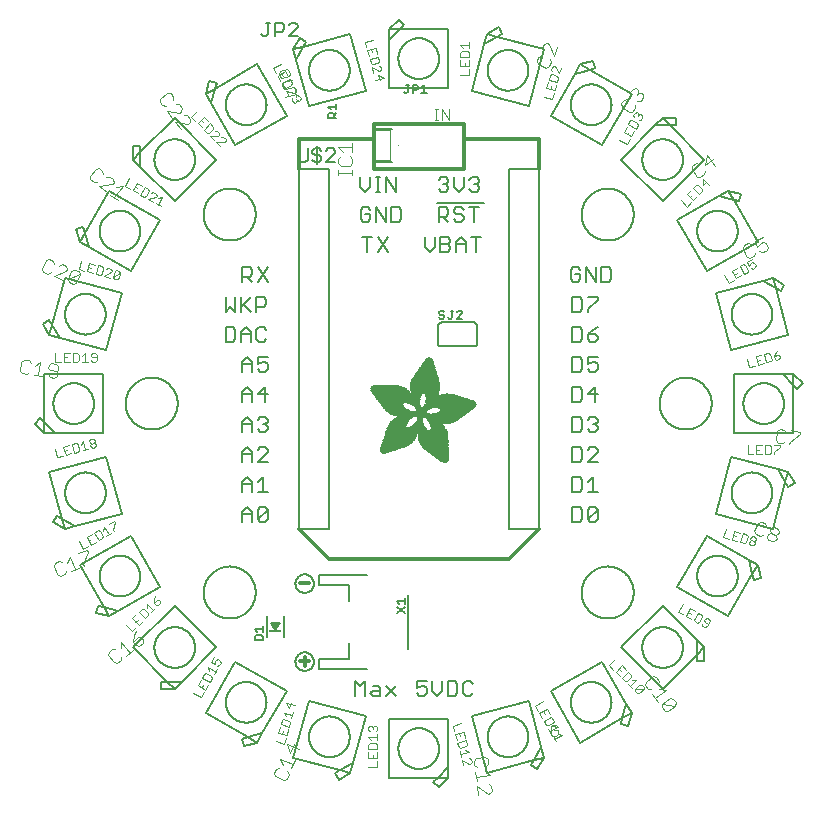
<source format=gbr>
G04 EAGLE Gerber RS-274X export*
G75*
%MOMM*%
%FSLAX34Y34*%
%LPD*%
%INSilkscreen Top*%
%IPPOS*%
%AMOC8*
5,1,8,0,0,1.08239X$1,22.5*%
G01*
%ADD10C,0.101600*%
%ADD11C,0.177800*%
%ADD12C,0.127000*%
%ADD13C,0.076200*%
%ADD14C,0.152400*%
%ADD15C,0.304800*%
%ADD16C,0.203200*%
%ADD17C,0.200000*%
%ADD18R,1.000000X0.200000*%
%ADD19C,0.010000*%
%ADD20C,0.075000*%
%ADD21R,0.125700X0.014000*%
%ADD22R,0.209500X0.014000*%
%ADD23R,0.279400X0.013900*%
%ADD24R,0.335300X0.014000*%
%ADD25R,0.377200X0.014000*%
%ADD26R,0.419100X0.013900*%
%ADD27R,0.475000X0.014000*%
%ADD28R,0.502900X0.014000*%
%ADD29R,0.530900X0.013900*%
%ADD30R,0.558800X0.014000*%
%ADD31R,0.586800X0.014000*%
%ADD32R,0.628600X0.014000*%
%ADD33R,0.642600X0.013900*%
%ADD34R,0.670500X0.014000*%
%ADD35R,0.698500X0.014000*%
%ADD36R,0.712500X0.013900*%
%ADD37R,0.740400X0.014000*%
%ADD38R,0.768400X0.014000*%
%ADD39R,0.782300X0.013900*%
%ADD40R,0.810300X0.014000*%
%ADD41R,0.824200X0.014000*%
%ADD42R,0.852200X0.014000*%
%ADD43R,0.880200X0.013900*%
%ADD44R,0.894100X0.014000*%
%ADD45R,0.908100X0.014000*%
%ADD46R,0.936000X0.013900*%
%ADD47R,0.950000X0.014000*%
%ADD48R,0.964000X0.014000*%
%ADD49R,0.991900X0.013900*%
%ADD50R,1.005900X0.014000*%
%ADD51R,1.033800X0.014000*%
%ADD52R,1.047800X0.014000*%
%ADD53R,1.061800X0.013900*%
%ADD54R,1.089700X0.014000*%
%ADD55R,1.103700X0.014000*%
%ADD56R,1.117600X0.013900*%
%ADD57R,1.145600X0.014000*%
%ADD58R,1.159600X0.014000*%
%ADD59R,1.173500X0.013900*%
%ADD60R,1.201500X0.014000*%
%ADD61R,1.215400X0.014000*%
%ADD62R,1.243400X0.014000*%
%ADD63R,1.257300X0.013900*%
%ADD64R,1.271300X0.014000*%
%ADD65R,1.299300X0.014000*%
%ADD66R,1.313200X0.013900*%
%ADD67R,1.327200X0.014000*%
%ADD68R,1.355100X0.014000*%
%ADD69R,1.369100X0.013900*%
%ADD70R,1.383100X0.014000*%
%ADD71R,1.411000X0.014000*%
%ADD72R,1.425000X0.014000*%
%ADD73R,1.452900X0.013900*%
%ADD74R,1.466900X0.014000*%
%ADD75R,1.480900X0.014000*%
%ADD76R,1.508800X0.013900*%
%ADD77R,1.522800X0.014000*%
%ADD78R,1.536700X0.014000*%
%ADD79R,0.167700X0.013900*%
%ADD80R,1.564700X0.013900*%
%ADD81R,0.265500X0.014000*%
%ADD82R,1.578700X0.014000*%
%ADD83R,0.349200X0.014000*%
%ADD84R,1.606600X0.014000*%
%ADD85R,0.405100X0.014000*%
%ADD86R,1.620600X0.014000*%
%ADD87R,0.475000X0.013900*%
%ADD88R,1.634500X0.013900*%
%ADD89R,0.530900X0.014000*%
%ADD90R,1.662500X0.014000*%
%ADD91R,1.676400X0.014000*%
%ADD92R,1.690400X0.013900*%
%ADD93R,1.718400X0.014000*%
%ADD94R,0.754400X0.014000*%
%ADD95R,1.732300X0.014000*%
%ADD96R,0.796300X0.013900*%
%ADD97R,1.746300X0.013900*%
%ADD98R,0.852100X0.014000*%
%ADD99R,1.774200X0.014000*%
%ADD100R,0.908000X0.014000*%
%ADD101R,1.788200X0.014000*%
%ADD102R,0.949900X0.014000*%
%ADD103R,1.816100X0.014000*%
%ADD104R,1.005900X0.013900*%
%ADD105R,1.830100X0.013900*%
%ADD106R,1.844100X0.014000*%
%ADD107R,1.872000X0.014000*%
%ADD108R,1.131600X0.013900*%
%ADD109R,1.886000X0.013900*%
%ADD110R,1.187500X0.014000*%
%ADD111R,1.900000X0.014000*%
%ADD112R,1.229400X0.014000*%
%ADD113R,1.927900X0.014000*%
%ADD114R,1.271300X0.013900*%
%ADD115R,1.941900X0.013900*%
%ADD116R,1.313200X0.014000*%
%ADD117R,1.955800X0.014000*%
%ADD118R,1.969800X0.014000*%
%ADD119R,1.397000X0.014000*%
%ADD120R,1.997800X0.014000*%
%ADD121R,1.439000X0.013900*%
%ADD122R,2.011700X0.013900*%
%ADD123R,2.025700X0.014000*%
%ADD124R,2.039700X0.014000*%
%ADD125R,1.550700X0.013900*%
%ADD126R,2.053600X0.013900*%
%ADD127R,1.592600X0.014000*%
%ADD128R,2.067600X0.014000*%
%ADD129R,1.634500X0.014000*%
%ADD130R,2.081600X0.014000*%
%ADD131R,2.095500X0.013900*%
%ADD132R,2.109500X0.014000*%
%ADD133R,1.760200X0.014000*%
%ADD134R,2.123500X0.014000*%
%ADD135R,1.802100X0.014000*%
%ADD136R,2.137500X0.014000*%
%ADD137R,1.844000X0.013900*%
%ADD138R,2.151400X0.013900*%
%ADD139R,1.871900X0.014000*%
%ADD140R,2.165400X0.014000*%
%ADD141R,1.913800X0.014000*%
%ADD142R,2.179400X0.014000*%
%ADD143R,1.955800X0.013900*%
%ADD144R,2.193300X0.013900*%
%ADD145R,1.983800X0.014000*%
%ADD146R,2.207300X0.014000*%
%ADD147R,2.221300X0.014000*%
%ADD148R,2.221300X0.013900*%
%ADD149R,2.095500X0.014000*%
%ADD150R,2.235200X0.014000*%
%ADD151R,2.249200X0.014000*%
%ADD152R,2.137400X0.014000*%
%ADD153R,2.263200X0.014000*%
%ADD154R,2.179300X0.013900*%
%ADD155R,2.277200X0.013900*%
%ADD156R,2.193300X0.014000*%
%ADD157R,2.277200X0.014000*%
%ADD158R,2.221200X0.014000*%
%ADD159R,2.291100X0.014000*%
%ADD160R,2.249100X0.013900*%
%ADD161R,2.305100X0.013900*%
%ADD162R,2.319100X0.014000*%
%ADD163R,2.277100X0.014000*%
%ADD164R,2.333000X0.013900*%
%ADD165R,2.319000X0.014000*%
%ADD166R,2.347000X0.014000*%
%ADD167R,2.333000X0.014000*%
%ADD168R,2.361000X0.014000*%
%ADD169R,2.360900X0.014000*%
%ADD170R,2.374900X0.013900*%
%ADD171R,2.388800X0.014000*%
%ADD172R,2.388900X0.014000*%
%ADD173R,2.416800X0.014000*%
%ADD174R,2.416900X0.013900*%
%ADD175R,2.402900X0.013900*%
%ADD176R,2.430800X0.014000*%
%ADD177R,2.402900X0.014000*%
%ADD178R,2.458800X0.014000*%
%ADD179R,2.416900X0.014000*%
%ADD180R,2.458700X0.013900*%
%ADD181R,2.430800X0.013900*%
%ADD182R,2.472700X0.014000*%
%ADD183R,2.500600X0.014000*%
%ADD184R,2.444800X0.014000*%
%ADD185R,2.514600X0.013900*%
%ADD186R,2.458800X0.013900*%
%ADD187R,2.528600X0.014000*%
%ADD188R,2.528500X0.014000*%
%ADD189R,2.542500X0.013900*%
%ADD190R,2.472700X0.013900*%
%ADD191R,2.556500X0.014000*%
%ADD192R,2.486700X0.014000*%
%ADD193R,2.570500X0.013900*%
%ADD194R,2.486700X0.013900*%
%ADD195R,2.584500X0.014000*%
%ADD196R,2.500700X0.014000*%
%ADD197R,2.584400X0.014000*%
%ADD198R,2.598400X0.014000*%
%ADD199R,2.514600X0.014000*%
%ADD200R,2.612400X0.013900*%
%ADD201R,2.612400X0.014000*%
%ADD202R,2.626300X0.014000*%
%ADD203R,2.640300X0.013900*%
%ADD204R,2.528600X0.013900*%
%ADD205R,2.640400X0.014000*%
%ADD206R,2.542600X0.014000*%
%ADD207R,2.654300X0.014000*%
%ADD208R,2.654300X0.013900*%
%ADD209R,2.542600X0.013900*%
%ADD210R,2.668300X0.014000*%
%ADD211R,2.556600X0.014000*%
%ADD212R,2.682200X0.014000*%
%ADD213R,2.668200X0.013900*%
%ADD214R,2.556600X0.013900*%
%ADD215R,2.570500X0.014000*%
%ADD216R,2.696200X0.014000*%
%ADD217R,2.682300X0.013900*%
%ADD218R,2.696300X0.014000*%
%ADD219R,2.696200X0.013900*%
%ADD220R,2.710200X0.014000*%
%ADD221R,2.710200X0.013900*%
%ADD222R,2.724100X0.014000*%
%ADD223R,2.710100X0.014000*%
%ADD224R,2.724100X0.013900*%
%ADD225R,2.584500X0.013900*%
%ADD226R,2.724200X0.014000*%
%ADD227R,2.724200X0.013900*%
%ADD228R,2.738100X0.013900*%
%ADD229R,2.738200X0.013900*%
%ADD230R,2.556500X0.013900*%
%ADD231R,5.238700X0.013900*%
%ADD232R,5.238700X0.014000*%
%ADD233R,5.224800X0.014000*%
%ADD234R,5.210800X0.013900*%
%ADD235R,5.210800X0.014000*%
%ADD236R,5.196800X0.014000*%
%ADD237R,5.182900X0.013900*%
%ADD238R,5.182900X0.014000*%
%ADD239R,5.168900X0.014000*%
%ADD240R,5.154900X0.014000*%
%ADD241R,5.154900X0.013900*%
%ADD242R,5.141000X0.014000*%
%ADD243R,5.127000X0.014000*%
%ADD244R,3.604200X0.013900*%
%ADD245R,1.411000X0.013900*%
%ADD246R,3.562300X0.014000*%
%ADD247R,1.383000X0.014000*%
%ADD248R,3.534400X0.014000*%
%ADD249R,1.369100X0.014000*%
%ADD250R,3.506500X0.013900*%
%ADD251R,1.341100X0.013900*%
%ADD252R,3.492500X0.014000*%
%ADD253R,1.341100X0.014000*%
%ADD254R,3.450600X0.014000*%
%ADD255R,1.313100X0.014000*%
%ADD256R,3.436600X0.014000*%
%ADD257R,3.422700X0.013900*%
%ADD258R,1.299200X0.013900*%
%ADD259R,3.394700X0.014000*%
%ADD260R,1.285300X0.014000*%
%ADD261R,3.380700X0.014000*%
%ADD262R,3.366700X0.013900*%
%ADD263R,3.338900X0.014000*%
%ADD264R,1.257300X0.014000*%
%ADD265R,3.324900X0.014000*%
%ADD266R,3.310900X0.013900*%
%ADD267R,1.243400X0.013900*%
%ADD268R,3.283000X0.014000*%
%ADD269R,3.255000X0.014000*%
%ADD270R,3.241000X0.013900*%
%ADD271R,1.215400X0.013900*%
%ADD272R,3.227100X0.014000*%
%ADD273R,3.213100X0.014000*%
%ADD274R,1.718300X0.013900*%
%ADD275R,1.187500X0.013900*%
%ADD276R,1.648500X0.014000*%
%ADD277R,1.187400X0.014000*%
%ADD278R,1.620500X0.014000*%
%ADD279R,1.592600X0.013900*%
%ADD280R,1.271200X0.013900*%
%ADD281R,1.173400X0.013900*%
%ADD282R,1.159500X0.014000*%
%ADD283R,1.564600X0.014000*%
%ADD284R,1.201400X0.014000*%
%ADD285R,1.145500X0.014000*%
%ADD286R,1.145500X0.013900*%
%ADD287R,1.550700X0.014000*%
%ADD288R,1.103600X0.014000*%
%ADD289R,1.131600X0.014000*%
%ADD290R,1.075700X0.014000*%
%ADD291R,1.117600X0.014000*%
%ADD292R,1.536700X0.013900*%
%ADD293R,1.047800X0.013900*%
%ADD294R,1.103600X0.013900*%
%ADD295R,1.522700X0.014000*%
%ADD296R,1.005800X0.014000*%
%ADD297R,0.991900X0.014000*%
%ADD298R,0.963900X0.013900*%
%ADD299R,1.075700X0.013900*%
%ADD300R,1.508800X0.014000*%
%ADD301R,1.075600X0.014000*%
%ADD302R,1.494800X0.014000*%
%ADD303R,1.061700X0.014000*%
%ADD304R,1.047700X0.014000*%
%ADD305R,1.494800X0.013900*%
%ADD306R,1.047700X0.013900*%
%ADD307R,1.480800X0.014000*%
%ADD308R,1.494700X0.014000*%
%ADD309R,0.838200X0.014000*%
%ADD310R,1.480800X0.013900*%
%ADD311R,0.810200X0.013900*%
%ADD312R,1.019800X0.013900*%
%ADD313R,1.466800X0.014000*%
%ADD314R,0.796300X0.014000*%
%ADD315R,0.768300X0.014000*%
%ADD316R,1.466800X0.013900*%
%ADD317R,0.754300X0.013900*%
%ADD318R,0.977900X0.013900*%
%ADD319R,0.139700X0.013900*%
%ADD320R,0.963900X0.014000*%
%ADD321R,0.712500X0.014000*%
%ADD322R,0.544800X0.014000*%
%ADD323R,0.670600X0.014000*%
%ADD324R,0.684600X0.013900*%
%ADD325R,0.922000X0.013900*%
%ADD326R,1.452900X0.014000*%
%ADD327R,0.656600X0.014000*%
%ADD328R,0.922100X0.014000*%
%ADD329R,0.866200X0.014000*%
%ADD330R,0.894000X0.013900*%
%ADD331R,1.033800X0.013900*%
%ADD332R,0.614600X0.014000*%
%ADD333R,0.866100X0.014000*%
%ADD334R,1.452800X0.014000*%
%ADD335R,0.600700X0.014000*%
%ADD336R,1.173500X0.014000*%
%ADD337R,1.438900X0.013900*%
%ADD338R,0.586700X0.013900*%
%ADD339R,0.838200X0.013900*%
%ADD340R,0.586700X0.014000*%
%ADD341R,2.151400X0.014000*%
%ADD342R,2.193200X0.014000*%
%ADD343R,1.438900X0.014000*%
%ADD344R,0.544900X0.014000*%
%ADD345R,0.544900X0.013900*%
%ADD346R,2.277100X0.013900*%
%ADD347R,0.516900X0.014000*%
%ADD348R,0.516900X0.013900*%
%ADD349R,0.489000X0.014000*%
%ADD350R,1.424900X0.014000*%
%ADD351R,2.444700X0.014000*%
%ADD352R,1.424900X0.013900*%
%ADD353R,0.461000X0.014000*%
%ADD354R,2.570400X0.014000*%
%ADD355R,1.425000X0.013900*%
%ADD356R,0.447000X0.013900*%
%ADD357R,1.410900X0.014000*%
%ADD358R,0.447000X0.014000*%
%ADD359R,0.433100X0.014000*%
%ADD360R,2.668200X0.014000*%
%ADD361R,0.433100X0.013900*%
%ADD362R,0.419100X0.014000*%
%ADD363R,2.738100X0.014000*%
%ADD364R,2.766100X0.014000*%
%ADD365R,1.397000X0.013900*%
%ADD366R,2.807900X0.013900*%
%ADD367R,2.835900X0.014000*%
%ADD368R,2.877900X0.014000*%
%ADD369R,0.433000X0.014000*%
%ADD370R,2.905700X0.014000*%
%ADD371R,1.369000X0.013900*%
%ADD372R,0.433000X0.013900*%
%ADD373R,2.947700X0.013900*%
%ADD374R,2.989500X0.014000*%
%ADD375R,3.031500X0.014000*%
%ADD376R,1.355100X0.013900*%
%ADD377R,0.488900X0.013900*%
%ADD378R,3.087300X0.013900*%
%ADD379R,1.341200X0.014000*%
%ADD380R,3.702000X0.014000*%
%ADD381R,3.716000X0.014000*%
%ADD382R,1.327100X0.013900*%
%ADD383R,3.757900X0.013900*%
%ADD384R,3.771900X0.014000*%
%ADD385R,1.299200X0.014000*%
%ADD386R,3.799900X0.014000*%
%ADD387R,3.841700X0.014000*%
%ADD388R,3.869700X0.013900*%
%ADD389R,3.925600X0.014000*%
%ADD390R,0.111800X0.014000*%
%ADD391R,5.266700X0.014000*%
%ADD392R,5.727700X0.013900*%
%ADD393R,5.825500X0.014000*%
%ADD394R,5.895400X0.014000*%
%ADD395R,5.965200X0.013900*%
%ADD396R,6.021100X0.014000*%
%ADD397R,6.076900X0.014000*%
%ADD398R,6.146800X0.014000*%
%ADD399R,6.188800X0.013900*%
%ADD400R,6.244600X0.014000*%
%ADD401R,6.286500X0.014000*%
%ADD402R,6.328400X0.013900*%
%ADD403R,6.384300X0.014000*%
%ADD404R,3.352800X0.014000*%
%ADD405R,2.821900X0.014000*%
%ADD406R,3.283000X0.013900*%
%ADD407R,3.241100X0.014000*%
%ADD408R,2.682300X0.014000*%
%ADD409R,3.241000X0.014000*%
%ADD410R,2.640300X0.014000*%
%ADD411R,3.227100X0.013900*%
%ADD412R,2.584400X0.013900*%
%ADD413R,3.227000X0.014000*%
%ADD414R,3.269000X0.013900*%
%ADD415R,3.282900X0.014000*%
%ADD416R,3.310900X0.014000*%
%ADD417R,3.338800X0.013900*%
%ADD418R,0.922000X0.014000*%
%ADD419R,2.123400X0.013900*%
%ADD420R,0.894100X0.013900*%
%ADD421R,2.081500X0.014000*%
%ADD422R,0.894000X0.014000*%
%ADD423R,0.908100X0.013900*%
%ADD424R,2.039600X0.014000*%
%ADD425R,2.011700X0.014000*%
%ADD426R,0.936000X0.014000*%
%ADD427R,1.969700X0.013900*%
%ADD428R,0.977900X0.014000*%
%ADD429R,1.941900X0.014000*%
%ADD430R,1.927800X0.013900*%
%ADD431R,1.913900X0.014000*%
%ADD432R,1.913800X0.013900*%
%ADD433R,2.794000X0.013900*%
%ADD434R,1.899900X0.014000*%
%ADD435R,1.229300X0.014000*%
%ADD436R,1.285200X0.014000*%
%ADD437R,2.919700X0.014000*%
%ADD438R,1.872000X0.013900*%
%ADD439R,2.961600X0.013900*%
%ADD440R,1.858000X0.014000*%
%ADD441R,3.031400X0.014000*%
%ADD442R,3.115300X0.014000*%
%ADD443R,1.858000X0.013900*%
%ADD444R,5.029200X0.013900*%
%ADD445R,4.428500X0.014000*%
%ADD446R,1.844000X0.014000*%
%ADD447R,4.414500X0.014000*%
%ADD448R,4.414500X0.013900*%
%ADD449R,1.830100X0.014000*%
%ADD450R,4.414600X0.014000*%
%ADD451R,1.830000X0.014000*%
%ADD452R,0.530800X0.014000*%
%ADD453R,4.400500X0.014000*%
%ADD454R,4.400500X0.013900*%
%ADD455R,4.400600X0.014000*%
%ADD456R,0.572800X0.013900*%
%ADD457R,4.386600X0.013900*%
%ADD458R,4.386500X0.014000*%
%ADD459R,0.614700X0.013900*%
%ADD460R,4.372600X0.013900*%
%ADD461R,0.642600X0.014000*%
%ADD462R,4.372600X0.014000*%
%ADD463R,0.698500X0.013900*%
%ADD464R,4.358600X0.013900*%
%ADD465R,0.712400X0.014000*%
%ADD466R,4.358600X0.014000*%
%ADD467R,4.344700X0.014000*%
%ADD468R,1.871900X0.013900*%
%ADD469R,0.768300X0.013900*%
%ADD470R,4.330700X0.013900*%
%ADD471R,1.885900X0.014000*%
%ADD472R,0.782300X0.014000*%
%ADD473R,4.330700X0.014000*%
%ADD474R,4.316700X0.014000*%
%ADD475R,1.899900X0.013900*%
%ADD476R,0.852200X0.013900*%
%ADD477R,4.316700X0.013900*%
%ADD478R,0.880100X0.014000*%
%ADD479R,4.302700X0.014000*%
%ADD480R,1.941800X0.014000*%
%ADD481R,4.288800X0.014000*%
%ADD482R,1.983700X0.013900*%
%ADD483R,4.274800X0.013900*%
%ADD484R,4.274800X0.014000*%
%ADD485R,4.260800X0.014000*%
%ADD486R,3.408700X0.013900*%
%ADD487R,4.260800X0.013900*%
%ADD488R,3.408700X0.014000*%
%ADD489R,4.232900X0.014000*%
%ADD490R,3.422700X0.014000*%
%ADD491R,4.219000X0.014000*%
%ADD492R,3.436600X0.013900*%
%ADD493R,4.219000X0.013900*%
%ADD494R,4.205000X0.014000*%
%ADD495R,4.177000X0.014000*%
%ADD496R,3.464600X0.014000*%
%ADD497R,4.163100X0.014000*%
%ADD498R,3.478600X0.013900*%
%ADD499R,4.135100X0.013900*%
%ADD500R,3.478600X0.014000*%
%ADD501R,4.121100X0.014000*%
%ADD502R,4.093200X0.014000*%
%ADD503R,4.051300X0.013900*%
%ADD504R,3.520500X0.014000*%
%ADD505R,4.009400X0.014000*%
%ADD506R,3.981400X0.014000*%
%ADD507R,3.548300X0.013900*%
%ADD508R,3.939500X0.013900*%
%ADD509R,3.897600X0.014000*%
%ADD510R,3.576300X0.014000*%
%ADD511R,3.799800X0.014000*%
%ADD512R,3.590200X0.013900*%
%ADD513R,3.744000X0.013900*%
%ADD514R,3.604200X0.014000*%
%ADD515R,3.702100X0.014000*%
%ADD516R,3.618200X0.014000*%
%ADD517R,3.660200X0.014000*%
%ADD518R,3.632200X0.013900*%
%ADD519R,3.618300X0.013900*%
%ADD520R,3.646200X0.014000*%
%ADD521R,3.576400X0.014000*%
%ADD522R,3.660100X0.014000*%
%ADD523R,3.660100X0.013900*%
%ADD524R,3.674100X0.014000*%
%ADD525R,3.436700X0.014000*%
%ADD526R,2.612300X0.014000*%
%ADD527R,0.782400X0.014000*%
%ADD528R,3.716000X0.013900*%
%ADD529R,2.500600X0.013900*%
%ADD530R,3.730000X0.014000*%
%ADD531R,3.758000X0.014000*%
%ADD532R,2.374900X0.014000*%
%ADD533R,3.771900X0.013900*%
%ADD534R,0.824300X0.013900*%
%ADD535R,2.305000X0.013900*%
%ADD536R,3.785900X0.014000*%
%ADD537R,3.813800X0.013900*%
%ADD538R,3.827800X0.014000*%
%ADD539R,3.855700X0.014000*%
%ADD540R,3.883700X0.014000*%
%ADD541R,1.802200X0.014000*%
%ADD542R,3.897700X0.014000*%
%ADD543R,1.746300X0.014000*%
%ADD544R,3.911600X0.013900*%
%ADD545R,0.949900X0.013900*%
%ADD546R,1.676400X0.013900*%
%ADD547R,3.939500X0.014000*%
%ADD548R,1.550600X0.014000*%
%ADD549R,3.967500X0.013900*%
%ADD550R,1.327100X0.014000*%
%ADD551R,1.019800X0.014000*%
%ADD552R,4.037300X0.013900*%
%ADD553R,3.213100X0.013900*%
%ADD554R,0.866200X0.013900*%
%ADD555R,1.061700X0.013900*%
%ADD556R,0.908000X0.013900*%
%ADD557R,1.089600X0.014000*%
%ADD558R,0.181700X0.014000*%
%ADD559R,2.346900X0.014000*%
%ADD560R,2.346900X0.013900*%
%ADD561R,3.227000X0.013900*%
%ADD562R,2.388900X0.013900*%
%ADD563R,2.416800X0.013900*%
%ADD564R,2.430700X0.014000*%
%ADD565R,3.199100X0.013900*%
%ADD566R,2.444700X0.013900*%
%ADD567R,3.199200X0.014000*%
%ADD568R,3.185200X0.014000*%
%ADD569R,2.458700X0.014000*%
%ADD570R,3.185100X0.013900*%
%ADD571R,3.171100X0.014000*%
%ADD572R,3.157200X0.014000*%
%ADD573R,3.143200X0.013900*%
%ADD574R,3.129300X0.014000*%
%ADD575R,3.101300X0.014000*%
%ADD576R,3.087400X0.013900*%
%ADD577R,3.087400X0.014000*%
%ADD578R,3.059400X0.014000*%
%ADD579R,3.031500X0.013900*%
%ADD580R,3.017500X0.014000*%
%ADD581R,2.989600X0.014000*%
%ADD582R,2.975600X0.014000*%
%ADD583R,2.891700X0.014000*%
%ADD584R,2.849900X0.013900*%
%ADD585R,2.822000X0.014000*%
%ADD586R,2.794000X0.014000*%
%ADD587R,2.752100X0.013900*%
%ADD588R,2.305000X0.014000*%
%ADD589R,2.109400X0.013900*%
%ADD590R,1.969700X0.014000*%
%ADD591R,2.486600X0.014000*%
%ADD592R,2.472600X0.014000*%
%ADD593R,2.472600X0.013900*%
%ADD594R,2.402800X0.013900*%
%ADD595R,2.402800X0.014000*%
%ADD596R,2.360900X0.013900*%
%ADD597R,2.319100X0.013900*%
%ADD598R,2.291100X0.013900*%
%ADD599R,2.263100X0.013900*%
%ADD600R,2.249100X0.014000*%
%ADD601R,2.179300X0.014000*%
%ADD602R,2.109400X0.014000*%
%ADD603R,2.067600X0.013900*%
%ADD604R,2.053600X0.014000*%
%ADD605R,2.025600X0.014000*%
%ADD606R,2.025600X0.013900*%
%ADD607R,1.983700X0.014000*%
%ADD608R,1.927900X0.013900*%
%ADD609R,1.886000X0.014000*%
%ADD610R,1.816100X0.013900*%
%ADD611R,1.760200X0.013900*%
%ADD612R,1.732300X0.013900*%
%ADD613R,1.718300X0.014000*%
%ADD614R,1.704300X0.014000*%
%ADD615R,1.690400X0.014000*%
%ADD616R,1.662400X0.013900*%
%ADD617R,1.662400X0.014000*%
%ADD618R,1.648400X0.014000*%
%ADD619R,1.620500X0.013900*%
%ADD620R,1.578600X0.013900*%
%ADD621R,1.522700X0.013900*%
%ADD622R,1.480900X0.013900*%
%ADD623R,1.383000X0.013900*%
%ADD624R,1.369000X0.014000*%
%ADD625R,1.341200X0.013900*%
%ADD626R,1.243300X0.013900*%
%ADD627R,1.215300X0.014000*%
%ADD628R,1.201400X0.013900*%
%ADD629R,1.159500X0.013900*%
%ADD630R,1.089600X0.013900*%
%ADD631R,0.880200X0.014000*%
%ADD632R,0.810200X0.014000*%
%ADD633R,0.726500X0.014000*%
%ADD634R,0.684500X0.014000*%
%ADD635R,0.600700X0.013900*%
%ADD636R,0.530800X0.013900*%
%ADD637R,0.503000X0.014000*%
%ADD638R,0.335200X0.013900*%
%ADD639R,0.279400X0.014000*%
%ADD640R,0.223600X0.014000*%
%ADD641R,0.111800X0.013900*%

G36*
X-121164Y-190665D02*
X-121164Y-190665D01*
X-121137Y-190665D01*
X-121026Y-190633D01*
X-120913Y-190607D01*
X-120890Y-190594D01*
X-120864Y-190586D01*
X-120766Y-190524D01*
X-120665Y-190468D01*
X-120649Y-190450D01*
X-120624Y-190435D01*
X-120439Y-190227D01*
X-120435Y-190223D01*
X-118435Y-187223D01*
X-118404Y-187159D01*
X-118365Y-187099D01*
X-118343Y-187031D01*
X-118312Y-186967D01*
X-118300Y-186896D01*
X-118279Y-186828D01*
X-118277Y-186757D01*
X-118265Y-186687D01*
X-118273Y-186615D01*
X-118271Y-186544D01*
X-118289Y-186475D01*
X-118298Y-186404D01*
X-118325Y-186338D01*
X-118343Y-186269D01*
X-118380Y-186208D01*
X-118407Y-186142D01*
X-118452Y-186086D01*
X-118489Y-186024D01*
X-118540Y-185975D01*
X-118585Y-185920D01*
X-118644Y-185879D01*
X-118696Y-185830D01*
X-118759Y-185797D01*
X-118817Y-185756D01*
X-118885Y-185733D01*
X-118949Y-185700D01*
X-119008Y-185690D01*
X-119086Y-185663D01*
X-119205Y-185657D01*
X-119280Y-185645D01*
X-123280Y-185645D01*
X-123351Y-185655D01*
X-123423Y-185655D01*
X-123491Y-185675D01*
X-123562Y-185685D01*
X-123627Y-185714D01*
X-123696Y-185734D01*
X-123756Y-185772D01*
X-123821Y-185801D01*
X-123876Y-185847D01*
X-123936Y-185885D01*
X-123984Y-185939D01*
X-124038Y-185985D01*
X-124078Y-186044D01*
X-124125Y-186098D01*
X-124156Y-186162D01*
X-124196Y-186221D01*
X-124217Y-186290D01*
X-124248Y-186354D01*
X-124260Y-186424D01*
X-124281Y-186492D01*
X-124283Y-186564D01*
X-124295Y-186635D01*
X-124287Y-186705D01*
X-124289Y-186776D01*
X-124270Y-186846D01*
X-124262Y-186917D01*
X-124237Y-186972D01*
X-124217Y-187051D01*
X-124156Y-187154D01*
X-124125Y-187223D01*
X-122125Y-190223D01*
X-122048Y-190310D01*
X-121975Y-190400D01*
X-121953Y-190415D01*
X-121935Y-190435D01*
X-121838Y-190497D01*
X-121743Y-190564D01*
X-121717Y-190572D01*
X-121695Y-190587D01*
X-121584Y-190619D01*
X-121474Y-190657D01*
X-121447Y-190658D01*
X-121422Y-190665D01*
X-121306Y-190665D01*
X-121190Y-190671D01*
X-121164Y-190665D01*
G37*
D10*
X13462Y239776D02*
X16513Y239776D01*
X14987Y239776D02*
X14987Y248928D01*
X13462Y248928D02*
X16513Y248928D01*
X19699Y248928D02*
X19699Y239776D01*
X25800Y239776D02*
X19699Y248928D01*
X25800Y248928D02*
X25800Y239776D01*
X-108733Y278767D02*
X-109523Y281714D01*
X-111391Y282793D01*
X-117284Y281214D01*
X-118363Y279345D01*
X-117573Y276399D01*
X-115705Y275320D01*
X-109812Y276899D01*
X-108733Y278767D01*
X-107496Y274151D02*
X-114863Y272177D01*
X-115942Y270309D01*
X-115152Y267362D01*
X-113284Y266284D01*
X-105917Y268258D01*
X-104286Y262168D02*
X-113126Y259799D01*
X-105075Y265115D02*
X-103496Y259221D01*
X116336Y-272280D02*
X117861Y-273806D01*
X116336Y-272280D02*
X113285Y-272280D01*
X111760Y-273806D01*
X111760Y-279907D01*
X113285Y-281432D01*
X116336Y-281432D01*
X117861Y-279907D01*
X117861Y-276856D01*
X114811Y-276856D01*
D11*
X130032Y77597D02*
X130032Y90054D01*
X130032Y77597D02*
X136260Y77597D01*
X138336Y79673D01*
X138336Y87978D01*
X136260Y90054D01*
X130032Y90054D01*
X143129Y90054D02*
X151433Y90054D01*
X151433Y87978D01*
X143129Y79673D01*
X143129Y77597D01*
X136868Y113378D02*
X134791Y115454D01*
X130639Y115454D01*
X128563Y113378D01*
X128563Y105073D01*
X130639Y102997D01*
X134791Y102997D01*
X136868Y105073D01*
X136868Y109225D01*
X132715Y109225D01*
X141660Y102997D02*
X141660Y115454D01*
X149965Y102997D01*
X149965Y115454D01*
X154758Y115454D02*
X154758Y102997D01*
X160986Y102997D01*
X163062Y105073D01*
X163062Y113378D01*
X160986Y115454D01*
X154758Y115454D01*
X130032Y64654D02*
X130032Y52197D01*
X136260Y52197D01*
X138336Y54273D01*
X138336Y62578D01*
X136260Y64654D01*
X130032Y64654D01*
X147281Y62578D02*
X151433Y64654D01*
X147281Y62578D02*
X143129Y58425D01*
X143129Y54273D01*
X145205Y52197D01*
X149357Y52197D01*
X151433Y54273D01*
X151433Y56349D01*
X149357Y58425D01*
X143129Y58425D01*
X130032Y39254D02*
X130032Y26797D01*
X136260Y26797D01*
X138336Y28873D01*
X138336Y37178D01*
X136260Y39254D01*
X130032Y39254D01*
X143129Y39254D02*
X151433Y39254D01*
X143129Y39254D02*
X143129Y33025D01*
X147281Y35101D01*
X149357Y35101D01*
X151433Y33025D01*
X151433Y28873D01*
X149357Y26797D01*
X145205Y26797D01*
X143129Y28873D01*
X130032Y13854D02*
X130032Y1397D01*
X136260Y1397D01*
X138336Y3473D01*
X138336Y11778D01*
X136260Y13854D01*
X130032Y13854D01*
X149357Y13854D02*
X149357Y1397D01*
X143129Y7625D02*
X149357Y13854D01*
X151433Y7625D02*
X143129Y7625D01*
X130032Y-11546D02*
X130032Y-24003D01*
X136260Y-24003D01*
X138336Y-21927D01*
X138336Y-13622D01*
X136260Y-11546D01*
X130032Y-11546D01*
X143129Y-13622D02*
X145205Y-11546D01*
X149357Y-11546D01*
X151433Y-13622D01*
X151433Y-15699D01*
X149357Y-17775D01*
X147281Y-17775D01*
X149357Y-17775D02*
X151433Y-19851D01*
X151433Y-21927D01*
X149357Y-24003D01*
X145205Y-24003D01*
X143129Y-21927D01*
X130032Y-36946D02*
X130032Y-49403D01*
X136260Y-49403D01*
X138336Y-47327D01*
X138336Y-39022D01*
X136260Y-36946D01*
X130032Y-36946D01*
X143129Y-49403D02*
X151433Y-49403D01*
X143129Y-49403D02*
X151433Y-41099D01*
X151433Y-39022D01*
X149357Y-36946D01*
X145205Y-36946D01*
X143129Y-39022D01*
X130032Y-62346D02*
X130032Y-74803D01*
X136260Y-74803D01*
X138336Y-72727D01*
X138336Y-64422D01*
X136260Y-62346D01*
X130032Y-62346D01*
X143129Y-66499D02*
X147281Y-62346D01*
X147281Y-74803D01*
X143129Y-74803D02*
X151433Y-74803D01*
X130032Y-87746D02*
X130032Y-100203D01*
X136260Y-100203D01*
X138336Y-98127D01*
X138336Y-89822D01*
X136260Y-87746D01*
X130032Y-87746D01*
X143129Y-89822D02*
X143129Y-98127D01*
X143129Y-89822D02*
X145205Y-87746D01*
X149357Y-87746D01*
X151433Y-89822D01*
X151433Y-98127D01*
X149357Y-100203D01*
X145205Y-100203D01*
X143129Y-98127D01*
X151433Y-89822D01*
X-149368Y-91899D02*
X-149368Y-100203D01*
X-149368Y-91899D02*
X-145216Y-87746D01*
X-141064Y-91899D01*
X-141064Y-100203D01*
X-141064Y-93975D02*
X-149368Y-93975D01*
X-136271Y-98127D02*
X-136271Y-89822D01*
X-134195Y-87746D01*
X-130043Y-87746D01*
X-127967Y-89822D01*
X-127967Y-98127D01*
X-130043Y-100203D01*
X-134195Y-100203D01*
X-136271Y-98127D01*
X-127967Y-89822D01*
X-149368Y-74803D02*
X-149368Y-66499D01*
X-145216Y-62346D01*
X-141064Y-66499D01*
X-141064Y-74803D01*
X-141064Y-68575D02*
X-149368Y-68575D01*
X-136271Y-66499D02*
X-132119Y-62346D01*
X-132119Y-74803D01*
X-136271Y-74803D02*
X-127967Y-74803D01*
X-149368Y-49403D02*
X-149368Y-41099D01*
X-145216Y-36946D01*
X-141064Y-41099D01*
X-141064Y-49403D01*
X-141064Y-43175D02*
X-149368Y-43175D01*
X-136271Y-49403D02*
X-127967Y-49403D01*
X-136271Y-49403D02*
X-127967Y-41099D01*
X-127967Y-39022D01*
X-130043Y-36946D01*
X-134195Y-36946D01*
X-136271Y-39022D01*
X-149368Y-24003D02*
X-149368Y-15699D01*
X-145216Y-11546D01*
X-141064Y-15699D01*
X-141064Y-24003D01*
X-141064Y-17775D02*
X-149368Y-17775D01*
X-136271Y-13622D02*
X-134195Y-11546D01*
X-130043Y-11546D01*
X-127967Y-13622D01*
X-127967Y-15699D01*
X-130043Y-17775D01*
X-132119Y-17775D01*
X-130043Y-17775D02*
X-127967Y-19851D01*
X-127967Y-21927D01*
X-130043Y-24003D01*
X-134195Y-24003D01*
X-136271Y-21927D01*
X-149368Y1397D02*
X-149368Y9701D01*
X-145216Y13854D01*
X-141064Y9701D01*
X-141064Y1397D01*
X-141064Y7625D02*
X-149368Y7625D01*
X-130043Y1397D02*
X-130043Y13854D01*
X-136271Y7625D01*
X-127967Y7625D01*
X-149368Y26797D02*
X-149368Y35101D01*
X-145216Y39254D01*
X-141064Y35101D01*
X-141064Y26797D01*
X-141064Y33025D02*
X-149368Y33025D01*
X-136271Y39254D02*
X-127967Y39254D01*
X-136271Y39254D02*
X-136271Y33025D01*
X-132119Y35101D01*
X-130043Y35101D01*
X-127967Y33025D01*
X-127967Y28873D01*
X-130043Y26797D01*
X-134195Y26797D01*
X-136271Y28873D01*
X-163537Y52197D02*
X-163537Y64654D01*
X-163537Y52197D02*
X-157309Y52197D01*
X-155233Y54273D01*
X-155233Y62578D01*
X-157309Y64654D01*
X-163537Y64654D01*
X-150440Y60501D02*
X-150440Y52197D01*
X-150440Y60501D02*
X-146287Y64654D01*
X-142135Y60501D01*
X-142135Y52197D01*
X-142135Y58425D02*
X-150440Y58425D01*
X-131114Y64654D02*
X-129038Y62578D01*
X-131114Y64654D02*
X-135266Y64654D01*
X-137342Y62578D01*
X-137342Y54273D01*
X-135266Y52197D01*
X-131114Y52197D01*
X-129038Y54273D01*
X-163537Y77597D02*
X-163537Y90054D01*
X-159385Y81749D02*
X-163537Y77597D01*
X-159385Y81749D02*
X-155233Y77597D01*
X-155233Y90054D01*
X-150440Y90054D02*
X-150440Y77597D01*
X-150440Y81749D02*
X-142135Y90054D01*
X-148364Y83825D02*
X-142135Y77597D01*
X-137342Y77597D02*
X-137342Y90054D01*
X-131114Y90054D01*
X-129038Y87978D01*
X-129038Y83825D01*
X-131114Y81749D01*
X-137342Y81749D01*
X-149368Y102997D02*
X-149368Y115454D01*
X-143140Y115454D01*
X-141064Y113378D01*
X-141064Y109225D01*
X-143140Y107149D01*
X-149368Y107149D01*
X-145216Y107149D02*
X-141064Y102997D01*
X-127967Y102997D02*
X-136271Y115454D01*
X-127967Y115454D02*
X-136271Y102997D01*
X-43616Y128397D02*
X-43616Y140854D01*
X-47768Y140854D02*
X-39464Y140854D01*
X-34671Y140854D02*
X-26367Y128397D01*
X-34671Y128397D02*
X-26367Y140854D01*
X5174Y140854D02*
X5174Y132549D01*
X9327Y128397D01*
X13479Y132549D01*
X13479Y140854D01*
X18272Y140854D02*
X18272Y128397D01*
X18272Y140854D02*
X24500Y140854D01*
X26576Y138778D01*
X26576Y136701D01*
X24500Y134625D01*
X26576Y132549D01*
X26576Y130473D01*
X24500Y128397D01*
X18272Y128397D01*
X18272Y134625D02*
X24500Y134625D01*
X31369Y136701D02*
X31369Y128397D01*
X31369Y136701D02*
X35521Y140854D01*
X39673Y136701D01*
X39673Y128397D01*
X39673Y134625D02*
X31369Y134625D01*
X48618Y128397D02*
X48618Y140854D01*
X44466Y140854D02*
X52771Y140854D01*
X55206Y169799D02*
X15914Y169799D01*
X16803Y166254D02*
X16803Y153797D01*
X16803Y166254D02*
X23031Y166254D01*
X25108Y164178D01*
X25108Y160025D01*
X23031Y157949D01*
X16803Y157949D01*
X20955Y157949D02*
X25108Y153797D01*
X36129Y166254D02*
X38205Y164178D01*
X36129Y166254D02*
X31976Y166254D01*
X29900Y164178D01*
X29900Y162101D01*
X31976Y160025D01*
X36129Y160025D01*
X38205Y157949D01*
X38205Y155873D01*
X36129Y153797D01*
X31976Y153797D01*
X29900Y155873D01*
X47150Y153797D02*
X47150Y166254D01*
X42998Y166254D02*
X51302Y166254D01*
X18879Y191654D02*
X16803Y189578D01*
X18879Y191654D02*
X23031Y191654D01*
X25108Y189578D01*
X25108Y187501D01*
X23031Y185425D01*
X20955Y185425D01*
X23031Y185425D02*
X25108Y183349D01*
X25108Y181273D01*
X23031Y179197D01*
X18879Y179197D01*
X16803Y181273D01*
X29900Y183349D02*
X29900Y191654D01*
X29900Y183349D02*
X34053Y179197D01*
X38205Y183349D01*
X38205Y191654D01*
X42998Y189578D02*
X45074Y191654D01*
X49226Y191654D01*
X51302Y189578D01*
X51302Y187501D01*
X49226Y185425D01*
X47150Y185425D01*
X49226Y185425D02*
X51302Y183349D01*
X51302Y181273D01*
X49226Y179197D01*
X45074Y179197D01*
X42998Y181273D01*
X-49594Y183349D02*
X-49594Y191654D01*
X-49594Y183349D02*
X-45442Y179197D01*
X-41290Y183349D01*
X-41290Y191654D01*
X-36497Y179197D02*
X-32345Y179197D01*
X-34421Y179197D02*
X-34421Y191654D01*
X-36497Y191654D02*
X-32345Y191654D01*
X-27765Y191654D02*
X-27765Y179197D01*
X-19461Y179197D02*
X-27765Y191654D01*
X-19461Y191654D02*
X-19461Y179197D01*
X-40933Y164178D02*
X-43009Y166254D01*
X-47161Y166254D01*
X-49237Y164178D01*
X-49237Y155873D01*
X-47161Y153797D01*
X-43009Y153797D01*
X-40933Y155873D01*
X-40933Y160025D01*
X-45085Y160025D01*
X-36140Y153797D02*
X-36140Y166254D01*
X-27835Y153797D01*
X-27835Y166254D01*
X-23042Y166254D02*
X-23042Y153797D01*
X-16814Y153797D01*
X-14738Y155873D01*
X-14738Y164178D01*
X-16814Y166254D01*
X-23042Y166254D01*
X-54040Y-235066D02*
X-54040Y-247523D01*
X-49888Y-239219D02*
X-54040Y-235066D01*
X-49888Y-239219D02*
X-45736Y-235066D01*
X-45736Y-247523D01*
X-38867Y-239219D02*
X-34715Y-239219D01*
X-32638Y-241295D01*
X-32638Y-247523D01*
X-38867Y-247523D01*
X-40943Y-245447D01*
X-38867Y-243371D01*
X-32638Y-243371D01*
X-27846Y-239219D02*
X-19541Y-247523D01*
X-19541Y-239219D02*
X-27846Y-247523D01*
X-1651Y-235066D02*
X6653Y-235066D01*
X-1651Y-235066D02*
X-1651Y-241295D01*
X2501Y-239219D01*
X4577Y-239219D01*
X6653Y-241295D01*
X6653Y-245447D01*
X4577Y-247523D01*
X425Y-247523D01*
X-1651Y-245447D01*
X11446Y-243371D02*
X11446Y-235066D01*
X11446Y-243371D02*
X15598Y-247523D01*
X19751Y-243371D01*
X19751Y-235066D01*
X24543Y-235066D02*
X24543Y-247523D01*
X30772Y-247523D01*
X32848Y-245447D01*
X32848Y-237142D01*
X30772Y-235066D01*
X24543Y-235066D01*
X43869Y-235066D02*
X45945Y-237142D01*
X43869Y-235066D02*
X39717Y-235066D01*
X37641Y-237142D01*
X37641Y-245447D01*
X39717Y-247523D01*
X43869Y-247523D01*
X45945Y-245447D01*
D12*
X25000Y267100D02*
X-25000Y267100D01*
X-25000Y308100D01*
X-25000Y317100D01*
X-16000Y317100D01*
X25000Y317100D01*
X25000Y267100D01*
X-25000Y308100D02*
X-16000Y317100D01*
X-17205Y292100D02*
X-17200Y292522D01*
X-17184Y292944D01*
X-17158Y293366D01*
X-17122Y293786D01*
X-17076Y294206D01*
X-17019Y294624D01*
X-16952Y295041D01*
X-16874Y295457D01*
X-16787Y295870D01*
X-16689Y296280D01*
X-16582Y296689D01*
X-16464Y297094D01*
X-16337Y297497D01*
X-16199Y297896D01*
X-16052Y298292D01*
X-15895Y298684D01*
X-15729Y299072D01*
X-15553Y299456D01*
X-15368Y299836D01*
X-15173Y300210D01*
X-14970Y300580D01*
X-14757Y300945D01*
X-14536Y301305D01*
X-14305Y301659D01*
X-14067Y302007D01*
X-13819Y302349D01*
X-13564Y302685D01*
X-13300Y303015D01*
X-13028Y303338D01*
X-12748Y303654D01*
X-12461Y303964D01*
X-12166Y304266D01*
X-11864Y304561D01*
X-11554Y304848D01*
X-11238Y305128D01*
X-10915Y305400D01*
X-10585Y305664D01*
X-10249Y305919D01*
X-9907Y306167D01*
X-9559Y306405D01*
X-9205Y306636D01*
X-8845Y306857D01*
X-8480Y307070D01*
X-8110Y307273D01*
X-7736Y307468D01*
X-7356Y307653D01*
X-6972Y307829D01*
X-6584Y307995D01*
X-6192Y308152D01*
X-5796Y308299D01*
X-5397Y308437D01*
X-4994Y308564D01*
X-4589Y308682D01*
X-4180Y308789D01*
X-3770Y308887D01*
X-3357Y308974D01*
X-2941Y309052D01*
X-2524Y309119D01*
X-2106Y309176D01*
X-1686Y309222D01*
X-1266Y309258D01*
X-844Y309284D01*
X-422Y309300D01*
X0Y309305D01*
X422Y309300D01*
X844Y309284D01*
X1266Y309258D01*
X1686Y309222D01*
X2106Y309176D01*
X2524Y309119D01*
X2941Y309052D01*
X3357Y308974D01*
X3770Y308887D01*
X4180Y308789D01*
X4589Y308682D01*
X4994Y308564D01*
X5397Y308437D01*
X5796Y308299D01*
X6192Y308152D01*
X6584Y307995D01*
X6972Y307829D01*
X7356Y307653D01*
X7736Y307468D01*
X8110Y307273D01*
X8480Y307070D01*
X8845Y306857D01*
X9205Y306636D01*
X9559Y306405D01*
X9907Y306167D01*
X10249Y305919D01*
X10585Y305664D01*
X10915Y305400D01*
X11238Y305128D01*
X11554Y304848D01*
X11864Y304561D01*
X12166Y304266D01*
X12461Y303964D01*
X12748Y303654D01*
X13028Y303338D01*
X13300Y303015D01*
X13564Y302685D01*
X13819Y302349D01*
X14067Y302007D01*
X14305Y301659D01*
X14536Y301305D01*
X14757Y300945D01*
X14970Y300580D01*
X15173Y300210D01*
X15368Y299836D01*
X15553Y299456D01*
X15729Y299072D01*
X15895Y298684D01*
X16052Y298292D01*
X16199Y297896D01*
X16337Y297497D01*
X16464Y297094D01*
X16582Y296689D01*
X16689Y296280D01*
X16787Y295870D01*
X16874Y295457D01*
X16952Y295041D01*
X17019Y294624D01*
X17076Y294206D01*
X17122Y293786D01*
X17158Y293366D01*
X17184Y292944D01*
X17200Y292522D01*
X17205Y292100D01*
X17200Y291678D01*
X17184Y291256D01*
X17158Y290834D01*
X17122Y290414D01*
X17076Y289994D01*
X17019Y289576D01*
X16952Y289159D01*
X16874Y288743D01*
X16787Y288330D01*
X16689Y287920D01*
X16582Y287511D01*
X16464Y287106D01*
X16337Y286703D01*
X16199Y286304D01*
X16052Y285908D01*
X15895Y285516D01*
X15729Y285128D01*
X15553Y284744D01*
X15368Y284364D01*
X15173Y283990D01*
X14970Y283620D01*
X14757Y283255D01*
X14536Y282895D01*
X14305Y282541D01*
X14067Y282193D01*
X13819Y281851D01*
X13564Y281515D01*
X13300Y281185D01*
X13028Y280862D01*
X12748Y280546D01*
X12461Y280236D01*
X12166Y279934D01*
X11864Y279639D01*
X11554Y279352D01*
X11238Y279072D01*
X10915Y278800D01*
X10585Y278536D01*
X10249Y278281D01*
X9907Y278033D01*
X9559Y277795D01*
X9205Y277564D01*
X8845Y277343D01*
X8480Y277130D01*
X8110Y276927D01*
X7736Y276732D01*
X7356Y276547D01*
X6972Y276371D01*
X6584Y276205D01*
X6192Y276048D01*
X5796Y275901D01*
X5397Y275763D01*
X4994Y275636D01*
X4589Y275518D01*
X4180Y275411D01*
X3770Y275313D01*
X3357Y275226D01*
X2941Y275148D01*
X2524Y275081D01*
X2106Y275024D01*
X1686Y274978D01*
X1266Y274942D01*
X844Y274916D01*
X422Y274900D01*
X0Y274895D01*
X-422Y274900D01*
X-844Y274916D01*
X-1266Y274942D01*
X-1686Y274978D01*
X-2106Y275024D01*
X-2524Y275081D01*
X-2941Y275148D01*
X-3357Y275226D01*
X-3770Y275313D01*
X-4180Y275411D01*
X-4589Y275518D01*
X-4994Y275636D01*
X-5397Y275763D01*
X-5796Y275901D01*
X-6192Y276048D01*
X-6584Y276205D01*
X-6972Y276371D01*
X-7356Y276547D01*
X-7736Y276732D01*
X-8110Y276927D01*
X-8480Y277130D01*
X-8845Y277343D01*
X-9205Y277564D01*
X-9559Y277795D01*
X-9907Y278033D01*
X-10249Y278281D01*
X-10585Y278536D01*
X-10915Y278800D01*
X-11238Y279072D01*
X-11554Y279352D01*
X-11864Y279639D01*
X-12166Y279934D01*
X-12461Y280236D01*
X-12748Y280546D01*
X-13028Y280862D01*
X-13300Y281185D01*
X-13564Y281515D01*
X-13819Y281851D01*
X-14067Y282193D01*
X-14305Y282541D01*
X-14536Y282895D01*
X-14757Y283255D01*
X-14970Y283620D01*
X-15173Y283990D01*
X-15368Y284364D01*
X-15553Y284744D01*
X-15729Y285128D01*
X-15895Y285516D01*
X-16052Y285908D01*
X-16199Y286304D01*
X-16337Y286703D01*
X-16464Y287106D01*
X-16582Y287511D01*
X-16689Y287920D01*
X-16787Y288330D01*
X-16874Y288743D01*
X-16952Y289159D01*
X-17019Y289576D01*
X-17076Y289994D01*
X-17122Y290414D01*
X-17158Y290834D01*
X-17184Y291256D01*
X-17200Y291678D01*
X-17205Y292100D01*
X-16000Y317100D02*
X-12500Y320600D01*
X-17000Y325100D01*
X-25000Y317100D01*
D13*
X35300Y278419D02*
X42672Y278419D01*
X42672Y283334D01*
X35300Y285904D02*
X35300Y290818D01*
X35300Y285904D02*
X42672Y285904D01*
X42672Y290818D01*
X38986Y288361D02*
X38986Y285904D01*
X35300Y293388D02*
X42672Y293388D01*
X42672Y297074D01*
X41443Y298303D01*
X36528Y298303D01*
X35300Y297074D01*
X35300Y293388D01*
X37757Y300872D02*
X35300Y303329D01*
X42672Y303329D01*
X42672Y300872D02*
X42672Y305787D01*
D12*
X44982Y264468D02*
X93278Y251527D01*
X44982Y264468D02*
X55594Y304071D01*
X57923Y312764D01*
X66616Y310435D01*
X106219Y299823D01*
X93278Y251527D01*
X55594Y304071D02*
X66616Y310435D01*
X58396Y282146D02*
X58401Y282568D01*
X58417Y282990D01*
X58443Y283412D01*
X58479Y283832D01*
X58525Y284252D01*
X58582Y284670D01*
X58649Y285087D01*
X58727Y285503D01*
X58814Y285916D01*
X58912Y286326D01*
X59019Y286735D01*
X59137Y287140D01*
X59264Y287543D01*
X59402Y287942D01*
X59549Y288338D01*
X59706Y288730D01*
X59872Y289118D01*
X60048Y289502D01*
X60233Y289882D01*
X60428Y290256D01*
X60631Y290626D01*
X60844Y290991D01*
X61065Y291351D01*
X61296Y291705D01*
X61534Y292053D01*
X61782Y292395D01*
X62037Y292731D01*
X62301Y293061D01*
X62573Y293384D01*
X62853Y293700D01*
X63140Y294010D01*
X63435Y294312D01*
X63737Y294607D01*
X64047Y294894D01*
X64363Y295174D01*
X64686Y295446D01*
X65016Y295710D01*
X65352Y295965D01*
X65694Y296213D01*
X66042Y296451D01*
X66396Y296682D01*
X66756Y296903D01*
X67121Y297116D01*
X67491Y297319D01*
X67865Y297514D01*
X68245Y297699D01*
X68629Y297875D01*
X69017Y298041D01*
X69409Y298198D01*
X69805Y298345D01*
X70204Y298483D01*
X70607Y298610D01*
X71012Y298728D01*
X71421Y298835D01*
X71831Y298933D01*
X72244Y299020D01*
X72660Y299098D01*
X73077Y299165D01*
X73495Y299222D01*
X73915Y299268D01*
X74335Y299304D01*
X74757Y299330D01*
X75179Y299346D01*
X75601Y299351D01*
X76023Y299346D01*
X76445Y299330D01*
X76867Y299304D01*
X77287Y299268D01*
X77707Y299222D01*
X78125Y299165D01*
X78542Y299098D01*
X78958Y299020D01*
X79371Y298933D01*
X79781Y298835D01*
X80190Y298728D01*
X80595Y298610D01*
X80998Y298483D01*
X81397Y298345D01*
X81793Y298198D01*
X82185Y298041D01*
X82573Y297875D01*
X82957Y297699D01*
X83337Y297514D01*
X83711Y297319D01*
X84081Y297116D01*
X84446Y296903D01*
X84806Y296682D01*
X85160Y296451D01*
X85508Y296213D01*
X85850Y295965D01*
X86186Y295710D01*
X86516Y295446D01*
X86839Y295174D01*
X87155Y294894D01*
X87465Y294607D01*
X87767Y294312D01*
X88062Y294010D01*
X88349Y293700D01*
X88629Y293384D01*
X88901Y293061D01*
X89165Y292731D01*
X89420Y292395D01*
X89668Y292053D01*
X89906Y291705D01*
X90137Y291351D01*
X90358Y290991D01*
X90571Y290626D01*
X90774Y290256D01*
X90969Y289882D01*
X91154Y289502D01*
X91330Y289118D01*
X91496Y288730D01*
X91653Y288338D01*
X91800Y287942D01*
X91938Y287543D01*
X92065Y287140D01*
X92183Y286735D01*
X92290Y286326D01*
X92388Y285916D01*
X92475Y285503D01*
X92553Y285087D01*
X92620Y284670D01*
X92677Y284252D01*
X92723Y283832D01*
X92759Y283412D01*
X92785Y282990D01*
X92801Y282568D01*
X92806Y282146D01*
X92801Y281724D01*
X92785Y281302D01*
X92759Y280880D01*
X92723Y280460D01*
X92677Y280040D01*
X92620Y279622D01*
X92553Y279205D01*
X92475Y278789D01*
X92388Y278376D01*
X92290Y277966D01*
X92183Y277557D01*
X92065Y277152D01*
X91938Y276749D01*
X91800Y276350D01*
X91653Y275954D01*
X91496Y275562D01*
X91330Y275174D01*
X91154Y274790D01*
X90969Y274410D01*
X90774Y274036D01*
X90571Y273666D01*
X90358Y273301D01*
X90137Y272941D01*
X89906Y272587D01*
X89668Y272239D01*
X89420Y271897D01*
X89165Y271561D01*
X88901Y271231D01*
X88629Y270908D01*
X88349Y270592D01*
X88062Y270282D01*
X87767Y269980D01*
X87465Y269685D01*
X87155Y269398D01*
X86839Y269118D01*
X86516Y268846D01*
X86186Y268582D01*
X85850Y268327D01*
X85508Y268079D01*
X85160Y267841D01*
X84806Y267610D01*
X84446Y267389D01*
X84081Y267176D01*
X83711Y266973D01*
X83337Y266778D01*
X82957Y266593D01*
X82573Y266417D01*
X82185Y266251D01*
X81793Y266094D01*
X81397Y265947D01*
X80998Y265809D01*
X80595Y265682D01*
X80190Y265564D01*
X79781Y265457D01*
X79371Y265359D01*
X78958Y265272D01*
X78542Y265194D01*
X78125Y265127D01*
X77707Y265070D01*
X77287Y265024D01*
X76867Y264988D01*
X76445Y264962D01*
X76023Y264946D01*
X75601Y264941D01*
X75179Y264946D01*
X74757Y264962D01*
X74335Y264988D01*
X73915Y265024D01*
X73495Y265070D01*
X73077Y265127D01*
X72660Y265194D01*
X72244Y265272D01*
X71831Y265359D01*
X71421Y265457D01*
X71012Y265564D01*
X70607Y265682D01*
X70204Y265809D01*
X69805Y265947D01*
X69409Y266094D01*
X69017Y266251D01*
X68629Y266417D01*
X68245Y266593D01*
X67865Y266778D01*
X67491Y266973D01*
X67121Y267176D01*
X66756Y267389D01*
X66396Y267610D01*
X66042Y267841D01*
X65694Y268079D01*
X65352Y268327D01*
X65016Y268582D01*
X64686Y268846D01*
X64363Y269118D01*
X64047Y269398D01*
X63737Y269685D01*
X63435Y269980D01*
X63140Y270282D01*
X62853Y270592D01*
X62573Y270908D01*
X62301Y271231D01*
X62037Y271561D01*
X61782Y271897D01*
X61534Y272239D01*
X61296Y272587D01*
X61065Y272941D01*
X60844Y273301D01*
X60631Y273666D01*
X60428Y274036D01*
X60233Y274410D01*
X60048Y274790D01*
X59872Y275174D01*
X59706Y275562D01*
X59549Y275954D01*
X59402Y276350D01*
X59264Y276749D01*
X59137Y277152D01*
X59019Y277557D01*
X58912Y277966D01*
X58814Y278376D01*
X58727Y278789D01*
X58649Y279205D01*
X58582Y279622D01*
X58525Y280040D01*
X58479Y280460D01*
X58443Y280880D01*
X58417Y281302D01*
X58401Y281724D01*
X58396Y282146D01*
X66616Y310435D02*
X70903Y312910D01*
X67721Y318421D01*
X57923Y312764D01*
D13*
X106157Y259795D02*
X113278Y257887D01*
X114550Y262634D01*
X108094Y267024D02*
X109366Y271771D01*
X108094Y267024D02*
X115215Y265116D01*
X116487Y269863D01*
X112290Y268444D02*
X111654Y266070D01*
X110031Y274253D02*
X117152Y272345D01*
X118106Y275906D01*
X117237Y277411D01*
X112490Y278683D01*
X110985Y277814D01*
X110031Y274253D01*
X119089Y279574D02*
X120361Y284322D01*
X119089Y279574D02*
X115613Y285594D01*
X114427Y285912D01*
X112922Y285043D01*
X112286Y282669D01*
X113155Y281164D01*
D12*
X111899Y243816D02*
X155201Y218816D01*
X111899Y243816D02*
X132399Y279323D01*
X136899Y287117D01*
X144694Y282617D01*
X180201Y262117D01*
X155201Y218816D01*
X132399Y279323D02*
X144694Y282617D01*
X128845Y252966D02*
X128850Y253388D01*
X128866Y253810D01*
X128892Y254232D01*
X128928Y254652D01*
X128974Y255072D01*
X129031Y255490D01*
X129098Y255907D01*
X129176Y256323D01*
X129263Y256736D01*
X129361Y257146D01*
X129468Y257555D01*
X129586Y257960D01*
X129713Y258363D01*
X129851Y258762D01*
X129998Y259158D01*
X130155Y259550D01*
X130321Y259938D01*
X130497Y260322D01*
X130682Y260702D01*
X130877Y261076D01*
X131080Y261446D01*
X131293Y261811D01*
X131514Y262171D01*
X131745Y262525D01*
X131983Y262873D01*
X132231Y263215D01*
X132486Y263551D01*
X132750Y263881D01*
X133022Y264204D01*
X133302Y264520D01*
X133589Y264830D01*
X133884Y265132D01*
X134186Y265427D01*
X134496Y265714D01*
X134812Y265994D01*
X135135Y266266D01*
X135465Y266530D01*
X135801Y266785D01*
X136143Y267033D01*
X136491Y267271D01*
X136845Y267502D01*
X137205Y267723D01*
X137570Y267936D01*
X137940Y268139D01*
X138314Y268334D01*
X138694Y268519D01*
X139078Y268695D01*
X139466Y268861D01*
X139858Y269018D01*
X140254Y269165D01*
X140653Y269303D01*
X141056Y269430D01*
X141461Y269548D01*
X141870Y269655D01*
X142280Y269753D01*
X142693Y269840D01*
X143109Y269918D01*
X143526Y269985D01*
X143944Y270042D01*
X144364Y270088D01*
X144784Y270124D01*
X145206Y270150D01*
X145628Y270166D01*
X146050Y270171D01*
X146472Y270166D01*
X146894Y270150D01*
X147316Y270124D01*
X147736Y270088D01*
X148156Y270042D01*
X148574Y269985D01*
X148991Y269918D01*
X149407Y269840D01*
X149820Y269753D01*
X150230Y269655D01*
X150639Y269548D01*
X151044Y269430D01*
X151447Y269303D01*
X151846Y269165D01*
X152242Y269018D01*
X152634Y268861D01*
X153022Y268695D01*
X153406Y268519D01*
X153786Y268334D01*
X154160Y268139D01*
X154530Y267936D01*
X154895Y267723D01*
X155255Y267502D01*
X155609Y267271D01*
X155957Y267033D01*
X156299Y266785D01*
X156635Y266530D01*
X156965Y266266D01*
X157288Y265994D01*
X157604Y265714D01*
X157914Y265427D01*
X158216Y265132D01*
X158511Y264830D01*
X158798Y264520D01*
X159078Y264204D01*
X159350Y263881D01*
X159614Y263551D01*
X159869Y263215D01*
X160117Y262873D01*
X160355Y262525D01*
X160586Y262171D01*
X160807Y261811D01*
X161020Y261446D01*
X161223Y261076D01*
X161418Y260702D01*
X161603Y260322D01*
X161779Y259938D01*
X161945Y259550D01*
X162102Y259158D01*
X162249Y258762D01*
X162387Y258363D01*
X162514Y257960D01*
X162632Y257555D01*
X162739Y257146D01*
X162837Y256736D01*
X162924Y256323D01*
X163002Y255907D01*
X163069Y255490D01*
X163126Y255072D01*
X163172Y254652D01*
X163208Y254232D01*
X163234Y253810D01*
X163250Y253388D01*
X163255Y252966D01*
X163250Y252544D01*
X163234Y252122D01*
X163208Y251700D01*
X163172Y251280D01*
X163126Y250860D01*
X163069Y250442D01*
X163002Y250025D01*
X162924Y249609D01*
X162837Y249196D01*
X162739Y248786D01*
X162632Y248377D01*
X162514Y247972D01*
X162387Y247569D01*
X162249Y247170D01*
X162102Y246774D01*
X161945Y246382D01*
X161779Y245994D01*
X161603Y245610D01*
X161418Y245230D01*
X161223Y244856D01*
X161020Y244486D01*
X160807Y244121D01*
X160586Y243761D01*
X160355Y243407D01*
X160117Y243059D01*
X159869Y242717D01*
X159614Y242381D01*
X159350Y242051D01*
X159078Y241728D01*
X158798Y241412D01*
X158511Y241102D01*
X158216Y240800D01*
X157914Y240505D01*
X157604Y240218D01*
X157288Y239938D01*
X156965Y239666D01*
X156635Y239402D01*
X156299Y239147D01*
X155957Y238899D01*
X155609Y238661D01*
X155255Y238430D01*
X154895Y238209D01*
X154530Y237996D01*
X154160Y237793D01*
X153786Y237598D01*
X153406Y237413D01*
X153022Y237237D01*
X152634Y237071D01*
X152242Y236914D01*
X151846Y236767D01*
X151447Y236629D01*
X151044Y236502D01*
X150639Y236384D01*
X150230Y236277D01*
X149820Y236179D01*
X149407Y236092D01*
X148991Y236014D01*
X148574Y235947D01*
X148156Y235890D01*
X147736Y235844D01*
X147316Y235808D01*
X146894Y235782D01*
X146472Y235766D01*
X146050Y235761D01*
X145628Y235766D01*
X145206Y235782D01*
X144784Y235808D01*
X144364Y235844D01*
X143944Y235890D01*
X143526Y235947D01*
X143109Y236014D01*
X142693Y236092D01*
X142280Y236179D01*
X141870Y236277D01*
X141461Y236384D01*
X141056Y236502D01*
X140653Y236629D01*
X140254Y236767D01*
X139858Y236914D01*
X139466Y237071D01*
X139078Y237237D01*
X138694Y237413D01*
X138314Y237598D01*
X137940Y237793D01*
X137570Y237996D01*
X137205Y238209D01*
X136845Y238430D01*
X136491Y238661D01*
X136143Y238899D01*
X135801Y239147D01*
X135465Y239402D01*
X135135Y239666D01*
X134812Y239938D01*
X134496Y240218D01*
X134186Y240505D01*
X133884Y240800D01*
X133589Y241102D01*
X133302Y241412D01*
X133022Y241728D01*
X132750Y242051D01*
X132486Y242381D01*
X132231Y242717D01*
X131983Y243059D01*
X131745Y243407D01*
X131514Y243761D01*
X131293Y244121D01*
X131080Y244486D01*
X130877Y244856D01*
X130682Y245230D01*
X130497Y245610D01*
X130321Y245994D01*
X130155Y246382D01*
X129998Y246774D01*
X129851Y247170D01*
X129713Y247569D01*
X129586Y247972D01*
X129468Y248377D01*
X129361Y248786D01*
X129263Y249196D01*
X129176Y249609D01*
X129098Y250025D01*
X129031Y250442D01*
X128974Y250860D01*
X128928Y251280D01*
X128892Y251700D01*
X128866Y252122D01*
X128850Y252544D01*
X128845Y252966D01*
X144694Y282617D02*
X149475Y283898D01*
X147828Y290045D01*
X136899Y287117D01*
D13*
X169780Y223469D02*
X176165Y219782D01*
X178622Y224039D01*
X173522Y229950D02*
X175980Y234206D01*
X173522Y229950D02*
X179907Y226264D01*
X182364Y230520D01*
X177943Y230235D02*
X176714Y228107D01*
X177264Y236431D02*
X183649Y232745D01*
X185492Y235938D01*
X185042Y237616D01*
X180786Y240073D01*
X179107Y239624D01*
X177264Y236431D01*
X182070Y242299D02*
X181621Y243977D01*
X182849Y246105D01*
X184528Y246555D01*
X185592Y245941D01*
X186042Y244262D01*
X185427Y243198D01*
X186042Y244262D02*
X187720Y244712D01*
X188784Y244098D01*
X189234Y242419D01*
X188005Y240291D01*
X186327Y239841D01*
D12*
X171190Y206545D02*
X206545Y171190D01*
X171190Y206545D02*
X200181Y235537D01*
X206545Y241901D01*
X212909Y235537D01*
X241901Y206545D01*
X206545Y171190D01*
X200181Y235537D02*
X212909Y235537D01*
X189340Y206545D02*
X189345Y206967D01*
X189361Y207389D01*
X189387Y207811D01*
X189423Y208231D01*
X189469Y208651D01*
X189526Y209069D01*
X189593Y209486D01*
X189671Y209902D01*
X189758Y210315D01*
X189856Y210725D01*
X189963Y211134D01*
X190081Y211539D01*
X190208Y211942D01*
X190346Y212341D01*
X190493Y212737D01*
X190650Y213129D01*
X190816Y213517D01*
X190992Y213901D01*
X191177Y214281D01*
X191372Y214655D01*
X191575Y215025D01*
X191788Y215390D01*
X192009Y215750D01*
X192240Y216104D01*
X192478Y216452D01*
X192726Y216794D01*
X192981Y217130D01*
X193245Y217460D01*
X193517Y217783D01*
X193797Y218099D01*
X194084Y218409D01*
X194379Y218711D01*
X194681Y219006D01*
X194991Y219293D01*
X195307Y219573D01*
X195630Y219845D01*
X195960Y220109D01*
X196296Y220364D01*
X196638Y220612D01*
X196986Y220850D01*
X197340Y221081D01*
X197700Y221302D01*
X198065Y221515D01*
X198435Y221718D01*
X198809Y221913D01*
X199189Y222098D01*
X199573Y222274D01*
X199961Y222440D01*
X200353Y222597D01*
X200749Y222744D01*
X201148Y222882D01*
X201551Y223009D01*
X201956Y223127D01*
X202365Y223234D01*
X202775Y223332D01*
X203188Y223419D01*
X203604Y223497D01*
X204021Y223564D01*
X204439Y223621D01*
X204859Y223667D01*
X205279Y223703D01*
X205701Y223729D01*
X206123Y223745D01*
X206545Y223750D01*
X206967Y223745D01*
X207389Y223729D01*
X207811Y223703D01*
X208231Y223667D01*
X208651Y223621D01*
X209069Y223564D01*
X209486Y223497D01*
X209902Y223419D01*
X210315Y223332D01*
X210725Y223234D01*
X211134Y223127D01*
X211539Y223009D01*
X211942Y222882D01*
X212341Y222744D01*
X212737Y222597D01*
X213129Y222440D01*
X213517Y222274D01*
X213901Y222098D01*
X214281Y221913D01*
X214655Y221718D01*
X215025Y221515D01*
X215390Y221302D01*
X215750Y221081D01*
X216104Y220850D01*
X216452Y220612D01*
X216794Y220364D01*
X217130Y220109D01*
X217460Y219845D01*
X217783Y219573D01*
X218099Y219293D01*
X218409Y219006D01*
X218711Y218711D01*
X219006Y218409D01*
X219293Y218099D01*
X219573Y217783D01*
X219845Y217460D01*
X220109Y217130D01*
X220364Y216794D01*
X220612Y216452D01*
X220850Y216104D01*
X221081Y215750D01*
X221302Y215390D01*
X221515Y215025D01*
X221718Y214655D01*
X221913Y214281D01*
X222098Y213901D01*
X222274Y213517D01*
X222440Y213129D01*
X222597Y212737D01*
X222744Y212341D01*
X222882Y211942D01*
X223009Y211539D01*
X223127Y211134D01*
X223234Y210725D01*
X223332Y210315D01*
X223419Y209902D01*
X223497Y209486D01*
X223564Y209069D01*
X223621Y208651D01*
X223667Y208231D01*
X223703Y207811D01*
X223729Y207389D01*
X223745Y206967D01*
X223750Y206545D01*
X223745Y206123D01*
X223729Y205701D01*
X223703Y205279D01*
X223667Y204859D01*
X223621Y204439D01*
X223564Y204021D01*
X223497Y203604D01*
X223419Y203188D01*
X223332Y202775D01*
X223234Y202365D01*
X223127Y201956D01*
X223009Y201551D01*
X222882Y201148D01*
X222744Y200749D01*
X222597Y200353D01*
X222440Y199961D01*
X222274Y199573D01*
X222098Y199189D01*
X221913Y198809D01*
X221718Y198435D01*
X221515Y198065D01*
X221302Y197700D01*
X221081Y197340D01*
X220850Y196986D01*
X220612Y196638D01*
X220364Y196296D01*
X220109Y195960D01*
X219845Y195630D01*
X219573Y195307D01*
X219293Y194991D01*
X219006Y194681D01*
X218711Y194379D01*
X218409Y194084D01*
X218099Y193797D01*
X217783Y193517D01*
X217460Y193245D01*
X217130Y192981D01*
X216794Y192726D01*
X216452Y192478D01*
X216104Y192240D01*
X215750Y192009D01*
X215390Y191788D01*
X215025Y191575D01*
X214655Y191372D01*
X214281Y191177D01*
X213901Y190992D01*
X213517Y190816D01*
X213129Y190650D01*
X212737Y190493D01*
X212341Y190346D01*
X211942Y190208D01*
X211539Y190081D01*
X211134Y189963D01*
X210725Y189856D01*
X210315Y189758D01*
X209902Y189671D01*
X209486Y189593D01*
X209069Y189526D01*
X208651Y189469D01*
X208231Y189423D01*
X207811Y189387D01*
X207389Y189361D01*
X206967Y189345D01*
X206545Y189340D01*
X206123Y189345D01*
X205701Y189361D01*
X205279Y189387D01*
X204859Y189423D01*
X204439Y189469D01*
X204021Y189526D01*
X203604Y189593D01*
X203188Y189671D01*
X202775Y189758D01*
X202365Y189856D01*
X201956Y189963D01*
X201551Y190081D01*
X201148Y190208D01*
X200749Y190346D01*
X200353Y190493D01*
X199961Y190650D01*
X199573Y190816D01*
X199189Y190992D01*
X198809Y191177D01*
X198435Y191372D01*
X198065Y191575D01*
X197700Y191788D01*
X197340Y192009D01*
X196986Y192240D01*
X196638Y192478D01*
X196296Y192726D01*
X195960Y192981D01*
X195630Y193245D01*
X195307Y193517D01*
X194991Y193797D01*
X194681Y194084D01*
X194379Y194379D01*
X194084Y194681D01*
X193797Y194991D01*
X193517Y195307D01*
X193245Y195630D01*
X192981Y195960D01*
X192726Y196296D01*
X192478Y196638D01*
X192240Y196986D01*
X192009Y197340D01*
X191788Y197700D01*
X191575Y198065D01*
X191372Y198435D01*
X191177Y198809D01*
X190992Y199189D01*
X190816Y199573D01*
X190650Y199961D01*
X190493Y200353D01*
X190346Y200749D01*
X190208Y201148D01*
X190081Y201551D01*
X189963Y201956D01*
X189856Y202365D01*
X189758Y202775D01*
X189671Y203188D01*
X189593Y203604D01*
X189526Y204021D01*
X189469Y204439D01*
X189423Y204859D01*
X189387Y205279D01*
X189361Y205701D01*
X189345Y206123D01*
X189340Y206545D01*
X212909Y235537D02*
X217859Y235537D01*
X217859Y241901D01*
X206545Y241901D01*
D13*
X221832Y171911D02*
X227045Y166698D01*
X230520Y170173D01*
X227124Y177203D02*
X230600Y180678D01*
X227124Y177203D02*
X232337Y171990D01*
X235813Y175465D01*
X231468Y176334D02*
X229731Y174596D01*
X232416Y182495D02*
X237629Y177282D01*
X240236Y179888D01*
X240236Y181626D01*
X236760Y185101D01*
X235023Y185101D01*
X232416Y182495D01*
X240315Y190394D02*
X245528Y185181D01*
X240315Y185181D02*
X240315Y190394D01*
X243790Y188656D02*
X240315Y185181D01*
D12*
X218816Y155201D02*
X243816Y111899D01*
X218816Y155201D02*
X254323Y175701D01*
X262117Y180201D01*
X266617Y172406D01*
X287117Y136899D01*
X243816Y111899D01*
X266617Y172406D02*
X254323Y175701D01*
X235761Y146050D02*
X235766Y146472D01*
X235782Y146894D01*
X235808Y147316D01*
X235844Y147736D01*
X235890Y148156D01*
X235947Y148574D01*
X236014Y148991D01*
X236092Y149407D01*
X236179Y149820D01*
X236277Y150230D01*
X236384Y150639D01*
X236502Y151044D01*
X236629Y151447D01*
X236767Y151846D01*
X236914Y152242D01*
X237071Y152634D01*
X237237Y153022D01*
X237413Y153406D01*
X237598Y153786D01*
X237793Y154160D01*
X237996Y154530D01*
X238209Y154895D01*
X238430Y155255D01*
X238661Y155609D01*
X238899Y155957D01*
X239147Y156299D01*
X239402Y156635D01*
X239666Y156965D01*
X239938Y157288D01*
X240218Y157604D01*
X240505Y157914D01*
X240800Y158216D01*
X241102Y158511D01*
X241412Y158798D01*
X241728Y159078D01*
X242051Y159350D01*
X242381Y159614D01*
X242717Y159869D01*
X243059Y160117D01*
X243407Y160355D01*
X243761Y160586D01*
X244121Y160807D01*
X244486Y161020D01*
X244856Y161223D01*
X245230Y161418D01*
X245610Y161603D01*
X245994Y161779D01*
X246382Y161945D01*
X246774Y162102D01*
X247170Y162249D01*
X247569Y162387D01*
X247972Y162514D01*
X248377Y162632D01*
X248786Y162739D01*
X249196Y162837D01*
X249609Y162924D01*
X250025Y163002D01*
X250442Y163069D01*
X250860Y163126D01*
X251280Y163172D01*
X251700Y163208D01*
X252122Y163234D01*
X252544Y163250D01*
X252966Y163255D01*
X253388Y163250D01*
X253810Y163234D01*
X254232Y163208D01*
X254652Y163172D01*
X255072Y163126D01*
X255490Y163069D01*
X255907Y163002D01*
X256323Y162924D01*
X256736Y162837D01*
X257146Y162739D01*
X257555Y162632D01*
X257960Y162514D01*
X258363Y162387D01*
X258762Y162249D01*
X259158Y162102D01*
X259550Y161945D01*
X259938Y161779D01*
X260322Y161603D01*
X260702Y161418D01*
X261076Y161223D01*
X261446Y161020D01*
X261811Y160807D01*
X262171Y160586D01*
X262525Y160355D01*
X262873Y160117D01*
X263215Y159869D01*
X263551Y159614D01*
X263881Y159350D01*
X264204Y159078D01*
X264520Y158798D01*
X264830Y158511D01*
X265132Y158216D01*
X265427Y157914D01*
X265714Y157604D01*
X265994Y157288D01*
X266266Y156965D01*
X266530Y156635D01*
X266785Y156299D01*
X267033Y155957D01*
X267271Y155609D01*
X267502Y155255D01*
X267723Y154895D01*
X267936Y154530D01*
X268139Y154160D01*
X268334Y153786D01*
X268519Y153406D01*
X268695Y153022D01*
X268861Y152634D01*
X269018Y152242D01*
X269165Y151846D01*
X269303Y151447D01*
X269430Y151044D01*
X269548Y150639D01*
X269655Y150230D01*
X269753Y149820D01*
X269840Y149407D01*
X269918Y148991D01*
X269985Y148574D01*
X270042Y148156D01*
X270088Y147736D01*
X270124Y147316D01*
X270150Y146894D01*
X270166Y146472D01*
X270171Y146050D01*
X270166Y145628D01*
X270150Y145206D01*
X270124Y144784D01*
X270088Y144364D01*
X270042Y143944D01*
X269985Y143526D01*
X269918Y143109D01*
X269840Y142693D01*
X269753Y142280D01*
X269655Y141870D01*
X269548Y141461D01*
X269430Y141056D01*
X269303Y140653D01*
X269165Y140254D01*
X269018Y139858D01*
X268861Y139466D01*
X268695Y139078D01*
X268519Y138694D01*
X268334Y138314D01*
X268139Y137940D01*
X267936Y137570D01*
X267723Y137205D01*
X267502Y136845D01*
X267271Y136491D01*
X267033Y136143D01*
X266785Y135801D01*
X266530Y135465D01*
X266266Y135135D01*
X265994Y134812D01*
X265714Y134496D01*
X265427Y134186D01*
X265132Y133884D01*
X264830Y133589D01*
X264520Y133302D01*
X264204Y133022D01*
X263881Y132750D01*
X263551Y132486D01*
X263215Y132231D01*
X262873Y131983D01*
X262525Y131745D01*
X262171Y131514D01*
X261811Y131293D01*
X261446Y131080D01*
X261076Y130877D01*
X260702Y130682D01*
X260322Y130497D01*
X259938Y130321D01*
X259550Y130155D01*
X259158Y129998D01*
X258762Y129851D01*
X258363Y129713D01*
X257960Y129586D01*
X257555Y129468D01*
X257146Y129361D01*
X256736Y129263D01*
X256323Y129176D01*
X255907Y129098D01*
X255490Y129031D01*
X255072Y128974D01*
X254652Y128928D01*
X254232Y128892D01*
X253810Y128866D01*
X253388Y128850D01*
X252966Y128845D01*
X252544Y128850D01*
X252122Y128866D01*
X251700Y128892D01*
X251280Y128928D01*
X250860Y128974D01*
X250442Y129031D01*
X250025Y129098D01*
X249609Y129176D01*
X249196Y129263D01*
X248786Y129361D01*
X248377Y129468D01*
X247972Y129586D01*
X247569Y129713D01*
X247170Y129851D01*
X246774Y129998D01*
X246382Y130155D01*
X245994Y130321D01*
X245610Y130497D01*
X245230Y130682D01*
X244856Y130877D01*
X244486Y131080D01*
X244121Y131293D01*
X243761Y131514D01*
X243407Y131745D01*
X243059Y131983D01*
X242717Y132231D01*
X242381Y132486D01*
X242051Y132750D01*
X241728Y133022D01*
X241412Y133302D01*
X241102Y133589D01*
X240800Y133884D01*
X240505Y134186D01*
X240218Y134496D01*
X239938Y134812D01*
X239666Y135135D01*
X239402Y135465D01*
X239147Y135801D01*
X238899Y136143D01*
X238661Y136491D01*
X238430Y136845D01*
X238209Y137205D01*
X237996Y137570D01*
X237793Y137940D01*
X237598Y138314D01*
X237413Y138694D01*
X237237Y139078D01*
X237071Y139466D01*
X236914Y139858D01*
X236767Y140254D01*
X236629Y140653D01*
X236502Y141056D01*
X236384Y141461D01*
X236277Y141870D01*
X236179Y142280D01*
X236092Y142693D01*
X236014Y143109D01*
X235947Y143526D01*
X235890Y143944D01*
X235844Y144364D01*
X235808Y144784D01*
X235782Y145206D01*
X235766Y145628D01*
X235761Y146050D01*
X266617Y172406D02*
X271398Y171125D01*
X273045Y177272D01*
X262117Y180201D01*
D13*
X258768Y108639D02*
X262454Y102255D01*
X266711Y104712D01*
X265250Y112381D02*
X269506Y114839D01*
X265250Y112381D02*
X268936Y105997D01*
X273192Y108454D01*
X269221Y110418D02*
X267093Y109189D01*
X271731Y116123D02*
X275417Y109739D01*
X278610Y111582D01*
X279059Y113260D01*
X276602Y117517D01*
X274923Y117966D01*
X271731Y116123D01*
X278213Y119865D02*
X282469Y122323D01*
X278213Y119865D02*
X280056Y116673D01*
X281570Y118966D01*
X282634Y119580D01*
X284312Y119131D01*
X285541Y117002D01*
X285091Y115324D01*
X282963Y114095D01*
X281284Y114545D01*
D12*
X251527Y93278D02*
X264468Y44982D01*
X251527Y93278D02*
X291130Y103890D01*
X299823Y106219D01*
X302153Y97526D01*
X312764Y57923D01*
X264468Y44982D01*
X291130Y103890D02*
X302153Y97526D01*
X264941Y75601D02*
X264946Y76023D01*
X264962Y76445D01*
X264988Y76867D01*
X265024Y77287D01*
X265070Y77707D01*
X265127Y78125D01*
X265194Y78542D01*
X265272Y78958D01*
X265359Y79371D01*
X265457Y79781D01*
X265564Y80190D01*
X265682Y80595D01*
X265809Y80998D01*
X265947Y81397D01*
X266094Y81793D01*
X266251Y82185D01*
X266417Y82573D01*
X266593Y82957D01*
X266778Y83337D01*
X266973Y83711D01*
X267176Y84081D01*
X267389Y84446D01*
X267610Y84806D01*
X267841Y85160D01*
X268079Y85508D01*
X268327Y85850D01*
X268582Y86186D01*
X268846Y86516D01*
X269118Y86839D01*
X269398Y87155D01*
X269685Y87465D01*
X269980Y87767D01*
X270282Y88062D01*
X270592Y88349D01*
X270908Y88629D01*
X271231Y88901D01*
X271561Y89165D01*
X271897Y89420D01*
X272239Y89668D01*
X272587Y89906D01*
X272941Y90137D01*
X273301Y90358D01*
X273666Y90571D01*
X274036Y90774D01*
X274410Y90969D01*
X274790Y91154D01*
X275174Y91330D01*
X275562Y91496D01*
X275954Y91653D01*
X276350Y91800D01*
X276749Y91938D01*
X277152Y92065D01*
X277557Y92183D01*
X277966Y92290D01*
X278376Y92388D01*
X278789Y92475D01*
X279205Y92553D01*
X279622Y92620D01*
X280040Y92677D01*
X280460Y92723D01*
X280880Y92759D01*
X281302Y92785D01*
X281724Y92801D01*
X282146Y92806D01*
X282568Y92801D01*
X282990Y92785D01*
X283412Y92759D01*
X283832Y92723D01*
X284252Y92677D01*
X284670Y92620D01*
X285087Y92553D01*
X285503Y92475D01*
X285916Y92388D01*
X286326Y92290D01*
X286735Y92183D01*
X287140Y92065D01*
X287543Y91938D01*
X287942Y91800D01*
X288338Y91653D01*
X288730Y91496D01*
X289118Y91330D01*
X289502Y91154D01*
X289882Y90969D01*
X290256Y90774D01*
X290626Y90571D01*
X290991Y90358D01*
X291351Y90137D01*
X291705Y89906D01*
X292053Y89668D01*
X292395Y89420D01*
X292731Y89165D01*
X293061Y88901D01*
X293384Y88629D01*
X293700Y88349D01*
X294010Y88062D01*
X294312Y87767D01*
X294607Y87465D01*
X294894Y87155D01*
X295174Y86839D01*
X295446Y86516D01*
X295710Y86186D01*
X295965Y85850D01*
X296213Y85508D01*
X296451Y85160D01*
X296682Y84806D01*
X296903Y84446D01*
X297116Y84081D01*
X297319Y83711D01*
X297514Y83337D01*
X297699Y82957D01*
X297875Y82573D01*
X298041Y82185D01*
X298198Y81793D01*
X298345Y81397D01*
X298483Y80998D01*
X298610Y80595D01*
X298728Y80190D01*
X298835Y79781D01*
X298933Y79371D01*
X299020Y78958D01*
X299098Y78542D01*
X299165Y78125D01*
X299222Y77707D01*
X299268Y77287D01*
X299304Y76867D01*
X299330Y76445D01*
X299346Y76023D01*
X299351Y75601D01*
X299346Y75179D01*
X299330Y74757D01*
X299304Y74335D01*
X299268Y73915D01*
X299222Y73495D01*
X299165Y73077D01*
X299098Y72660D01*
X299020Y72244D01*
X298933Y71831D01*
X298835Y71421D01*
X298728Y71012D01*
X298610Y70607D01*
X298483Y70204D01*
X298345Y69805D01*
X298198Y69409D01*
X298041Y69017D01*
X297875Y68629D01*
X297699Y68245D01*
X297514Y67865D01*
X297319Y67491D01*
X297116Y67121D01*
X296903Y66756D01*
X296682Y66396D01*
X296451Y66042D01*
X296213Y65694D01*
X295965Y65352D01*
X295710Y65016D01*
X295446Y64686D01*
X295174Y64363D01*
X294894Y64047D01*
X294607Y63737D01*
X294312Y63435D01*
X294010Y63140D01*
X293700Y62853D01*
X293384Y62573D01*
X293061Y62301D01*
X292731Y62037D01*
X292395Y61782D01*
X292053Y61534D01*
X291705Y61296D01*
X291351Y61065D01*
X290991Y60844D01*
X290626Y60631D01*
X290256Y60428D01*
X289882Y60233D01*
X289502Y60048D01*
X289118Y59872D01*
X288730Y59706D01*
X288338Y59549D01*
X287942Y59402D01*
X287543Y59264D01*
X287140Y59137D01*
X286735Y59019D01*
X286326Y58912D01*
X285916Y58814D01*
X285503Y58727D01*
X285087Y58649D01*
X284670Y58582D01*
X284252Y58525D01*
X283832Y58479D01*
X283412Y58443D01*
X282990Y58417D01*
X282568Y58401D01*
X282146Y58396D01*
X281724Y58401D01*
X281302Y58417D01*
X280880Y58443D01*
X280460Y58479D01*
X280040Y58525D01*
X279622Y58582D01*
X279205Y58649D01*
X278789Y58727D01*
X278376Y58814D01*
X277966Y58912D01*
X277557Y59019D01*
X277152Y59137D01*
X276749Y59264D01*
X276350Y59402D01*
X275954Y59549D01*
X275562Y59706D01*
X275174Y59872D01*
X274790Y60048D01*
X274410Y60233D01*
X274036Y60428D01*
X273666Y60631D01*
X273301Y60844D01*
X272941Y61065D01*
X272587Y61296D01*
X272239Y61534D01*
X271897Y61782D01*
X271561Y62037D01*
X271231Y62301D01*
X270908Y62573D01*
X270592Y62853D01*
X270282Y63140D01*
X269980Y63435D01*
X269685Y63737D01*
X269398Y64047D01*
X269118Y64363D01*
X268846Y64686D01*
X268582Y65016D01*
X268327Y65352D01*
X268079Y65694D01*
X267841Y66042D01*
X267610Y66396D01*
X267389Y66756D01*
X267176Y67121D01*
X266973Y67491D01*
X266778Y67865D01*
X266593Y68245D01*
X266417Y68629D01*
X266251Y69017D01*
X266094Y69409D01*
X265947Y69805D01*
X265809Y70204D01*
X265682Y70607D01*
X265564Y71012D01*
X265457Y71421D01*
X265359Y71831D01*
X265272Y72244D01*
X265194Y72660D01*
X265127Y73077D01*
X265070Y73495D01*
X265024Y73915D01*
X264988Y74335D01*
X264962Y74757D01*
X264946Y75179D01*
X264941Y75601D01*
X302153Y97526D02*
X306439Y95051D01*
X309621Y100562D01*
X299823Y106219D01*
D13*
X278067Y37963D02*
X279976Y30842D01*
X284723Y32114D01*
X285297Y39900D02*
X290044Y41172D01*
X285297Y39900D02*
X287205Y32779D01*
X291952Y34051D01*
X288624Y36975D02*
X286251Y36339D01*
X292526Y41837D02*
X294434Y34716D01*
X297994Y35670D01*
X298863Y37175D01*
X297591Y41922D01*
X296086Y42791D01*
X292526Y41837D01*
X302447Y43223D02*
X304502Y45046D01*
X302447Y43223D02*
X300709Y40213D01*
X301345Y37840D01*
X302850Y36971D01*
X305223Y37607D01*
X306092Y39112D01*
X305774Y40299D01*
X304269Y41167D01*
X300709Y40213D01*
D12*
X267100Y25000D02*
X267100Y-25000D01*
X267100Y25000D02*
X308100Y25000D01*
X317100Y25000D01*
X317100Y16000D01*
X317100Y-25000D01*
X267100Y-25000D01*
X308100Y25000D02*
X317100Y16000D01*
X274895Y0D02*
X274900Y422D01*
X274916Y844D01*
X274942Y1266D01*
X274978Y1686D01*
X275024Y2106D01*
X275081Y2524D01*
X275148Y2941D01*
X275226Y3357D01*
X275313Y3770D01*
X275411Y4180D01*
X275518Y4589D01*
X275636Y4994D01*
X275763Y5397D01*
X275901Y5796D01*
X276048Y6192D01*
X276205Y6584D01*
X276371Y6972D01*
X276547Y7356D01*
X276732Y7736D01*
X276927Y8110D01*
X277130Y8480D01*
X277343Y8845D01*
X277564Y9205D01*
X277795Y9559D01*
X278033Y9907D01*
X278281Y10249D01*
X278536Y10585D01*
X278800Y10915D01*
X279072Y11238D01*
X279352Y11554D01*
X279639Y11864D01*
X279934Y12166D01*
X280236Y12461D01*
X280546Y12748D01*
X280862Y13028D01*
X281185Y13300D01*
X281515Y13564D01*
X281851Y13819D01*
X282193Y14067D01*
X282541Y14305D01*
X282895Y14536D01*
X283255Y14757D01*
X283620Y14970D01*
X283990Y15173D01*
X284364Y15368D01*
X284744Y15553D01*
X285128Y15729D01*
X285516Y15895D01*
X285908Y16052D01*
X286304Y16199D01*
X286703Y16337D01*
X287106Y16464D01*
X287511Y16582D01*
X287920Y16689D01*
X288330Y16787D01*
X288743Y16874D01*
X289159Y16952D01*
X289576Y17019D01*
X289994Y17076D01*
X290414Y17122D01*
X290834Y17158D01*
X291256Y17184D01*
X291678Y17200D01*
X292100Y17205D01*
X292522Y17200D01*
X292944Y17184D01*
X293366Y17158D01*
X293786Y17122D01*
X294206Y17076D01*
X294624Y17019D01*
X295041Y16952D01*
X295457Y16874D01*
X295870Y16787D01*
X296280Y16689D01*
X296689Y16582D01*
X297094Y16464D01*
X297497Y16337D01*
X297896Y16199D01*
X298292Y16052D01*
X298684Y15895D01*
X299072Y15729D01*
X299456Y15553D01*
X299836Y15368D01*
X300210Y15173D01*
X300580Y14970D01*
X300945Y14757D01*
X301305Y14536D01*
X301659Y14305D01*
X302007Y14067D01*
X302349Y13819D01*
X302685Y13564D01*
X303015Y13300D01*
X303338Y13028D01*
X303654Y12748D01*
X303964Y12461D01*
X304266Y12166D01*
X304561Y11864D01*
X304848Y11554D01*
X305128Y11238D01*
X305400Y10915D01*
X305664Y10585D01*
X305919Y10249D01*
X306167Y9907D01*
X306405Y9559D01*
X306636Y9205D01*
X306857Y8845D01*
X307070Y8480D01*
X307273Y8110D01*
X307468Y7736D01*
X307653Y7356D01*
X307829Y6972D01*
X307995Y6584D01*
X308152Y6192D01*
X308299Y5796D01*
X308437Y5397D01*
X308564Y4994D01*
X308682Y4589D01*
X308789Y4180D01*
X308887Y3770D01*
X308974Y3357D01*
X309052Y2941D01*
X309119Y2524D01*
X309176Y2106D01*
X309222Y1686D01*
X309258Y1266D01*
X309284Y844D01*
X309300Y422D01*
X309305Y0D01*
X309300Y-422D01*
X309284Y-844D01*
X309258Y-1266D01*
X309222Y-1686D01*
X309176Y-2106D01*
X309119Y-2524D01*
X309052Y-2941D01*
X308974Y-3357D01*
X308887Y-3770D01*
X308789Y-4180D01*
X308682Y-4589D01*
X308564Y-4994D01*
X308437Y-5397D01*
X308299Y-5796D01*
X308152Y-6192D01*
X307995Y-6584D01*
X307829Y-6972D01*
X307653Y-7356D01*
X307468Y-7736D01*
X307273Y-8110D01*
X307070Y-8480D01*
X306857Y-8845D01*
X306636Y-9205D01*
X306405Y-9559D01*
X306167Y-9907D01*
X305919Y-10249D01*
X305664Y-10585D01*
X305400Y-10915D01*
X305128Y-11238D01*
X304848Y-11554D01*
X304561Y-11864D01*
X304266Y-12166D01*
X303964Y-12461D01*
X303654Y-12748D01*
X303338Y-13028D01*
X303015Y-13300D01*
X302685Y-13564D01*
X302349Y-13819D01*
X302007Y-14067D01*
X301659Y-14305D01*
X301305Y-14536D01*
X300945Y-14757D01*
X300580Y-14970D01*
X300210Y-15173D01*
X299836Y-15368D01*
X299456Y-15553D01*
X299072Y-15729D01*
X298684Y-15895D01*
X298292Y-16052D01*
X297896Y-16199D01*
X297497Y-16337D01*
X297094Y-16464D01*
X296689Y-16582D01*
X296280Y-16689D01*
X295870Y-16787D01*
X295457Y-16874D01*
X295041Y-16952D01*
X294624Y-17019D01*
X294206Y-17076D01*
X293786Y-17122D01*
X293366Y-17158D01*
X292944Y-17184D01*
X292522Y-17200D01*
X292100Y-17205D01*
X291678Y-17200D01*
X291256Y-17184D01*
X290834Y-17158D01*
X290414Y-17122D01*
X289994Y-17076D01*
X289576Y-17019D01*
X289159Y-16952D01*
X288743Y-16874D01*
X288330Y-16787D01*
X287920Y-16689D01*
X287511Y-16582D01*
X287106Y-16464D01*
X286703Y-16337D01*
X286304Y-16199D01*
X285908Y-16052D01*
X285516Y-15895D01*
X285128Y-15729D01*
X284744Y-15553D01*
X284364Y-15368D01*
X283990Y-15173D01*
X283620Y-14970D01*
X283255Y-14757D01*
X282895Y-14536D01*
X282541Y-14305D01*
X282193Y-14067D01*
X281851Y-13819D01*
X281515Y-13564D01*
X281185Y-13300D01*
X280862Y-13028D01*
X280546Y-12748D01*
X280236Y-12461D01*
X279934Y-12166D01*
X279639Y-11864D01*
X279352Y-11554D01*
X279072Y-11238D01*
X278800Y-10915D01*
X278536Y-10585D01*
X278281Y-10249D01*
X278033Y-9907D01*
X277795Y-9559D01*
X277564Y-9205D01*
X277343Y-8845D01*
X277130Y-8480D01*
X276927Y-8110D01*
X276732Y-7736D01*
X276547Y-7356D01*
X276371Y-6972D01*
X276205Y-6584D01*
X276048Y-6192D01*
X275901Y-5796D01*
X275763Y-5397D01*
X275636Y-4994D01*
X275518Y-4589D01*
X275411Y-4180D01*
X275313Y-3770D01*
X275226Y-3357D01*
X275148Y-2941D01*
X275081Y-2524D01*
X275024Y-2106D01*
X274978Y-1686D01*
X274942Y-1266D01*
X274916Y-844D01*
X274900Y-422D01*
X274895Y0D01*
X317100Y16000D02*
X320600Y12500D01*
X325100Y17000D01*
X317100Y25000D01*
D13*
X278419Y-35300D02*
X278419Y-42672D01*
X283334Y-42672D01*
X285904Y-35300D02*
X290818Y-35300D01*
X285904Y-35300D02*
X285904Y-42672D01*
X290818Y-42672D01*
X288361Y-38986D02*
X285904Y-38986D01*
X293388Y-35300D02*
X293388Y-42672D01*
X297074Y-42672D01*
X298303Y-41443D01*
X298303Y-36528D01*
X297074Y-35300D01*
X293388Y-35300D01*
X300872Y-35300D02*
X305787Y-35300D01*
X305787Y-36528D01*
X300872Y-41443D01*
X300872Y-42672D01*
D12*
X264468Y-44982D02*
X251527Y-93278D01*
X264468Y-44982D02*
X304071Y-55594D01*
X312764Y-57923D01*
X310435Y-66616D01*
X299823Y-106219D01*
X251527Y-93278D01*
X304071Y-55594D02*
X310435Y-66616D01*
X264941Y-75601D02*
X264946Y-75179D01*
X264962Y-74757D01*
X264988Y-74335D01*
X265024Y-73915D01*
X265070Y-73495D01*
X265127Y-73077D01*
X265194Y-72660D01*
X265272Y-72244D01*
X265359Y-71831D01*
X265457Y-71421D01*
X265564Y-71012D01*
X265682Y-70607D01*
X265809Y-70204D01*
X265947Y-69805D01*
X266094Y-69409D01*
X266251Y-69017D01*
X266417Y-68629D01*
X266593Y-68245D01*
X266778Y-67865D01*
X266973Y-67491D01*
X267176Y-67121D01*
X267389Y-66756D01*
X267610Y-66396D01*
X267841Y-66042D01*
X268079Y-65694D01*
X268327Y-65352D01*
X268582Y-65016D01*
X268846Y-64686D01*
X269118Y-64363D01*
X269398Y-64047D01*
X269685Y-63737D01*
X269980Y-63435D01*
X270282Y-63140D01*
X270592Y-62853D01*
X270908Y-62573D01*
X271231Y-62301D01*
X271561Y-62037D01*
X271897Y-61782D01*
X272239Y-61534D01*
X272587Y-61296D01*
X272941Y-61065D01*
X273301Y-60844D01*
X273666Y-60631D01*
X274036Y-60428D01*
X274410Y-60233D01*
X274790Y-60048D01*
X275174Y-59872D01*
X275562Y-59706D01*
X275954Y-59549D01*
X276350Y-59402D01*
X276749Y-59264D01*
X277152Y-59137D01*
X277557Y-59019D01*
X277966Y-58912D01*
X278376Y-58814D01*
X278789Y-58727D01*
X279205Y-58649D01*
X279622Y-58582D01*
X280040Y-58525D01*
X280460Y-58479D01*
X280880Y-58443D01*
X281302Y-58417D01*
X281724Y-58401D01*
X282146Y-58396D01*
X282568Y-58401D01*
X282990Y-58417D01*
X283412Y-58443D01*
X283832Y-58479D01*
X284252Y-58525D01*
X284670Y-58582D01*
X285087Y-58649D01*
X285503Y-58727D01*
X285916Y-58814D01*
X286326Y-58912D01*
X286735Y-59019D01*
X287140Y-59137D01*
X287543Y-59264D01*
X287942Y-59402D01*
X288338Y-59549D01*
X288730Y-59706D01*
X289118Y-59872D01*
X289502Y-60048D01*
X289882Y-60233D01*
X290256Y-60428D01*
X290626Y-60631D01*
X290991Y-60844D01*
X291351Y-61065D01*
X291705Y-61296D01*
X292053Y-61534D01*
X292395Y-61782D01*
X292731Y-62037D01*
X293061Y-62301D01*
X293384Y-62573D01*
X293700Y-62853D01*
X294010Y-63140D01*
X294312Y-63435D01*
X294607Y-63737D01*
X294894Y-64047D01*
X295174Y-64363D01*
X295446Y-64686D01*
X295710Y-65016D01*
X295965Y-65352D01*
X296213Y-65694D01*
X296451Y-66042D01*
X296682Y-66396D01*
X296903Y-66756D01*
X297116Y-67121D01*
X297319Y-67491D01*
X297514Y-67865D01*
X297699Y-68245D01*
X297875Y-68629D01*
X298041Y-69017D01*
X298198Y-69409D01*
X298345Y-69805D01*
X298483Y-70204D01*
X298610Y-70607D01*
X298728Y-71012D01*
X298835Y-71421D01*
X298933Y-71831D01*
X299020Y-72244D01*
X299098Y-72660D01*
X299165Y-73077D01*
X299222Y-73495D01*
X299268Y-73915D01*
X299304Y-74335D01*
X299330Y-74757D01*
X299346Y-75179D01*
X299351Y-75601D01*
X299346Y-76023D01*
X299330Y-76445D01*
X299304Y-76867D01*
X299268Y-77287D01*
X299222Y-77707D01*
X299165Y-78125D01*
X299098Y-78542D01*
X299020Y-78958D01*
X298933Y-79371D01*
X298835Y-79781D01*
X298728Y-80190D01*
X298610Y-80595D01*
X298483Y-80998D01*
X298345Y-81397D01*
X298198Y-81793D01*
X298041Y-82185D01*
X297875Y-82573D01*
X297699Y-82957D01*
X297514Y-83337D01*
X297319Y-83711D01*
X297116Y-84081D01*
X296903Y-84446D01*
X296682Y-84806D01*
X296451Y-85160D01*
X296213Y-85508D01*
X295965Y-85850D01*
X295710Y-86186D01*
X295446Y-86516D01*
X295174Y-86839D01*
X294894Y-87155D01*
X294607Y-87465D01*
X294312Y-87767D01*
X294010Y-88062D01*
X293700Y-88349D01*
X293384Y-88629D01*
X293061Y-88901D01*
X292731Y-89165D01*
X292395Y-89420D01*
X292053Y-89668D01*
X291705Y-89906D01*
X291351Y-90137D01*
X290991Y-90358D01*
X290626Y-90571D01*
X290256Y-90774D01*
X289882Y-90969D01*
X289502Y-91154D01*
X289118Y-91330D01*
X288730Y-91496D01*
X288338Y-91653D01*
X287942Y-91800D01*
X287543Y-91938D01*
X287140Y-92065D01*
X286735Y-92183D01*
X286326Y-92290D01*
X285916Y-92388D01*
X285503Y-92475D01*
X285087Y-92553D01*
X284670Y-92620D01*
X284252Y-92677D01*
X283832Y-92723D01*
X283412Y-92759D01*
X282990Y-92785D01*
X282568Y-92801D01*
X282146Y-92806D01*
X281724Y-92801D01*
X281302Y-92785D01*
X280880Y-92759D01*
X280460Y-92723D01*
X280040Y-92677D01*
X279622Y-92620D01*
X279205Y-92553D01*
X278789Y-92475D01*
X278376Y-92388D01*
X277966Y-92290D01*
X277557Y-92183D01*
X277152Y-92065D01*
X276749Y-91938D01*
X276350Y-91800D01*
X275954Y-91653D01*
X275562Y-91496D01*
X275174Y-91330D01*
X274790Y-91154D01*
X274410Y-90969D01*
X274036Y-90774D01*
X273666Y-90571D01*
X273301Y-90358D01*
X272941Y-90137D01*
X272587Y-89906D01*
X272239Y-89668D01*
X271897Y-89420D01*
X271561Y-89165D01*
X271231Y-88901D01*
X270908Y-88629D01*
X270592Y-88349D01*
X270282Y-88062D01*
X269980Y-87767D01*
X269685Y-87465D01*
X269398Y-87155D01*
X269118Y-86839D01*
X268846Y-86516D01*
X268582Y-86186D01*
X268327Y-85850D01*
X268079Y-85508D01*
X267841Y-85160D01*
X267610Y-84806D01*
X267389Y-84446D01*
X267176Y-84081D01*
X266973Y-83711D01*
X266778Y-83337D01*
X266593Y-82957D01*
X266417Y-82573D01*
X266251Y-82185D01*
X266094Y-81793D01*
X265947Y-81397D01*
X265809Y-80998D01*
X265682Y-80595D01*
X265564Y-80190D01*
X265457Y-79781D01*
X265359Y-79371D01*
X265272Y-78958D01*
X265194Y-78542D01*
X265127Y-78125D01*
X265070Y-77707D01*
X265024Y-77287D01*
X264988Y-76867D01*
X264962Y-76445D01*
X264946Y-76023D01*
X264941Y-75601D01*
X310435Y-66616D02*
X312910Y-70903D01*
X318421Y-67721D01*
X312764Y-57923D01*
D13*
X259795Y-106157D02*
X257887Y-113278D01*
X262634Y-114550D01*
X267024Y-108094D02*
X271771Y-109366D01*
X267024Y-108094D02*
X265116Y-115215D01*
X269863Y-116487D01*
X268444Y-112290D02*
X266070Y-111654D01*
X274253Y-110031D02*
X272345Y-117152D01*
X275906Y-118106D01*
X277411Y-117237D01*
X278683Y-112490D01*
X277814Y-110985D01*
X274253Y-110031D01*
X281164Y-113155D02*
X282669Y-112286D01*
X285043Y-112922D01*
X285912Y-114427D01*
X285594Y-115613D01*
X284089Y-116482D01*
X284958Y-117987D01*
X284640Y-119174D01*
X283135Y-120043D01*
X280761Y-119407D01*
X279892Y-117902D01*
X280210Y-116715D01*
X281715Y-115846D01*
X280846Y-114341D01*
X281164Y-113155D01*
X281715Y-115846D02*
X284089Y-116482D01*
D12*
X243816Y-111899D02*
X218816Y-155201D01*
X243816Y-111899D02*
X279323Y-132399D01*
X287117Y-136899D01*
X282617Y-144694D01*
X262117Y-180201D01*
X218816Y-155201D01*
X279323Y-132399D02*
X282617Y-144694D01*
X235761Y-146050D02*
X235766Y-145628D01*
X235782Y-145206D01*
X235808Y-144784D01*
X235844Y-144364D01*
X235890Y-143944D01*
X235947Y-143526D01*
X236014Y-143109D01*
X236092Y-142693D01*
X236179Y-142280D01*
X236277Y-141870D01*
X236384Y-141461D01*
X236502Y-141056D01*
X236629Y-140653D01*
X236767Y-140254D01*
X236914Y-139858D01*
X237071Y-139466D01*
X237237Y-139078D01*
X237413Y-138694D01*
X237598Y-138314D01*
X237793Y-137940D01*
X237996Y-137570D01*
X238209Y-137205D01*
X238430Y-136845D01*
X238661Y-136491D01*
X238899Y-136143D01*
X239147Y-135801D01*
X239402Y-135465D01*
X239666Y-135135D01*
X239938Y-134812D01*
X240218Y-134496D01*
X240505Y-134186D01*
X240800Y-133884D01*
X241102Y-133589D01*
X241412Y-133302D01*
X241728Y-133022D01*
X242051Y-132750D01*
X242381Y-132486D01*
X242717Y-132231D01*
X243059Y-131983D01*
X243407Y-131745D01*
X243761Y-131514D01*
X244121Y-131293D01*
X244486Y-131080D01*
X244856Y-130877D01*
X245230Y-130682D01*
X245610Y-130497D01*
X245994Y-130321D01*
X246382Y-130155D01*
X246774Y-129998D01*
X247170Y-129851D01*
X247569Y-129713D01*
X247972Y-129586D01*
X248377Y-129468D01*
X248786Y-129361D01*
X249196Y-129263D01*
X249609Y-129176D01*
X250025Y-129098D01*
X250442Y-129031D01*
X250860Y-128974D01*
X251280Y-128928D01*
X251700Y-128892D01*
X252122Y-128866D01*
X252544Y-128850D01*
X252966Y-128845D01*
X253388Y-128850D01*
X253810Y-128866D01*
X254232Y-128892D01*
X254652Y-128928D01*
X255072Y-128974D01*
X255490Y-129031D01*
X255907Y-129098D01*
X256323Y-129176D01*
X256736Y-129263D01*
X257146Y-129361D01*
X257555Y-129468D01*
X257960Y-129586D01*
X258363Y-129713D01*
X258762Y-129851D01*
X259158Y-129998D01*
X259550Y-130155D01*
X259938Y-130321D01*
X260322Y-130497D01*
X260702Y-130682D01*
X261076Y-130877D01*
X261446Y-131080D01*
X261811Y-131293D01*
X262171Y-131514D01*
X262525Y-131745D01*
X262873Y-131983D01*
X263215Y-132231D01*
X263551Y-132486D01*
X263881Y-132750D01*
X264204Y-133022D01*
X264520Y-133302D01*
X264830Y-133589D01*
X265132Y-133884D01*
X265427Y-134186D01*
X265714Y-134496D01*
X265994Y-134812D01*
X266266Y-135135D01*
X266530Y-135465D01*
X266785Y-135801D01*
X267033Y-136143D01*
X267271Y-136491D01*
X267502Y-136845D01*
X267723Y-137205D01*
X267936Y-137570D01*
X268139Y-137940D01*
X268334Y-138314D01*
X268519Y-138694D01*
X268695Y-139078D01*
X268861Y-139466D01*
X269018Y-139858D01*
X269165Y-140254D01*
X269303Y-140653D01*
X269430Y-141056D01*
X269548Y-141461D01*
X269655Y-141870D01*
X269753Y-142280D01*
X269840Y-142693D01*
X269918Y-143109D01*
X269985Y-143526D01*
X270042Y-143944D01*
X270088Y-144364D01*
X270124Y-144784D01*
X270150Y-145206D01*
X270166Y-145628D01*
X270171Y-146050D01*
X270166Y-146472D01*
X270150Y-146894D01*
X270124Y-147316D01*
X270088Y-147736D01*
X270042Y-148156D01*
X269985Y-148574D01*
X269918Y-148991D01*
X269840Y-149407D01*
X269753Y-149820D01*
X269655Y-150230D01*
X269548Y-150639D01*
X269430Y-151044D01*
X269303Y-151447D01*
X269165Y-151846D01*
X269018Y-152242D01*
X268861Y-152634D01*
X268695Y-153022D01*
X268519Y-153406D01*
X268334Y-153786D01*
X268139Y-154160D01*
X267936Y-154530D01*
X267723Y-154895D01*
X267502Y-155255D01*
X267271Y-155609D01*
X267033Y-155957D01*
X266785Y-156299D01*
X266530Y-156635D01*
X266266Y-156965D01*
X265994Y-157288D01*
X265714Y-157604D01*
X265427Y-157914D01*
X265132Y-158216D01*
X264830Y-158511D01*
X264520Y-158798D01*
X264204Y-159078D01*
X263881Y-159350D01*
X263551Y-159614D01*
X263215Y-159869D01*
X262873Y-160117D01*
X262525Y-160355D01*
X262171Y-160586D01*
X261811Y-160807D01*
X261446Y-161020D01*
X261076Y-161223D01*
X260702Y-161418D01*
X260322Y-161603D01*
X259938Y-161779D01*
X259550Y-161945D01*
X259158Y-162102D01*
X258762Y-162249D01*
X258363Y-162387D01*
X257960Y-162514D01*
X257555Y-162632D01*
X257146Y-162739D01*
X256736Y-162837D01*
X256323Y-162924D01*
X255907Y-163002D01*
X255490Y-163069D01*
X255072Y-163126D01*
X254652Y-163172D01*
X254232Y-163208D01*
X253810Y-163234D01*
X253388Y-163250D01*
X252966Y-163255D01*
X252544Y-163250D01*
X252122Y-163234D01*
X251700Y-163208D01*
X251280Y-163172D01*
X250860Y-163126D01*
X250442Y-163069D01*
X250025Y-163002D01*
X249609Y-162924D01*
X249196Y-162837D01*
X248786Y-162739D01*
X248377Y-162632D01*
X247972Y-162514D01*
X247569Y-162387D01*
X247170Y-162249D01*
X246774Y-162102D01*
X246382Y-161945D01*
X245994Y-161779D01*
X245610Y-161603D01*
X245230Y-161418D01*
X244856Y-161223D01*
X244486Y-161020D01*
X244121Y-160807D01*
X243761Y-160586D01*
X243407Y-160355D01*
X243059Y-160117D01*
X242717Y-159869D01*
X242381Y-159614D01*
X242051Y-159350D01*
X241728Y-159078D01*
X241412Y-158798D01*
X241102Y-158511D01*
X240800Y-158216D01*
X240505Y-157914D01*
X240218Y-157604D01*
X239938Y-157288D01*
X239666Y-156965D01*
X239402Y-156635D01*
X239147Y-156299D01*
X238899Y-155957D01*
X238661Y-155609D01*
X238430Y-155255D01*
X238209Y-154895D01*
X237996Y-154530D01*
X237793Y-154160D01*
X237598Y-153786D01*
X237413Y-153406D01*
X237237Y-153022D01*
X237071Y-152634D01*
X236914Y-152242D01*
X236767Y-151846D01*
X236629Y-151447D01*
X236502Y-151044D01*
X236384Y-150639D01*
X236277Y-150230D01*
X236179Y-149820D01*
X236092Y-149407D01*
X236014Y-148991D01*
X235947Y-148574D01*
X235890Y-148156D01*
X235844Y-147736D01*
X235808Y-147316D01*
X235782Y-146894D01*
X235766Y-146472D01*
X235761Y-146050D01*
X282617Y-144694D02*
X283898Y-149475D01*
X290045Y-147828D01*
X287117Y-136899D01*
D13*
X223469Y-169780D02*
X219782Y-176165D01*
X224039Y-178622D01*
X229950Y-173522D02*
X234206Y-175980D01*
X229950Y-173522D02*
X226264Y-179907D01*
X230520Y-182364D01*
X230235Y-177943D02*
X228107Y-176714D01*
X236431Y-177264D02*
X232745Y-183649D01*
X235938Y-185492D01*
X237616Y-185042D01*
X240073Y-180786D01*
X239624Y-179107D01*
X236431Y-177264D01*
X239841Y-186327D02*
X240291Y-188005D01*
X242419Y-189234D01*
X244098Y-188784D01*
X246555Y-184528D01*
X246105Y-182849D01*
X243977Y-181621D01*
X242299Y-182070D01*
X241684Y-183134D01*
X242134Y-184813D01*
X245326Y-186656D01*
D12*
X206545Y-171190D02*
X171190Y-206545D01*
X206545Y-171190D02*
X235537Y-200181D01*
X241901Y-206545D01*
X235537Y-212909D01*
X206545Y-241901D01*
X171190Y-206545D01*
X235537Y-200181D02*
X235537Y-212909D01*
X189340Y-206545D02*
X189345Y-206123D01*
X189361Y-205701D01*
X189387Y-205279D01*
X189423Y-204859D01*
X189469Y-204439D01*
X189526Y-204021D01*
X189593Y-203604D01*
X189671Y-203188D01*
X189758Y-202775D01*
X189856Y-202365D01*
X189963Y-201956D01*
X190081Y-201551D01*
X190208Y-201148D01*
X190346Y-200749D01*
X190493Y-200353D01*
X190650Y-199961D01*
X190816Y-199573D01*
X190992Y-199189D01*
X191177Y-198809D01*
X191372Y-198435D01*
X191575Y-198065D01*
X191788Y-197700D01*
X192009Y-197340D01*
X192240Y-196986D01*
X192478Y-196638D01*
X192726Y-196296D01*
X192981Y-195960D01*
X193245Y-195630D01*
X193517Y-195307D01*
X193797Y-194991D01*
X194084Y-194681D01*
X194379Y-194379D01*
X194681Y-194084D01*
X194991Y-193797D01*
X195307Y-193517D01*
X195630Y-193245D01*
X195960Y-192981D01*
X196296Y-192726D01*
X196638Y-192478D01*
X196986Y-192240D01*
X197340Y-192009D01*
X197700Y-191788D01*
X198065Y-191575D01*
X198435Y-191372D01*
X198809Y-191177D01*
X199189Y-190992D01*
X199573Y-190816D01*
X199961Y-190650D01*
X200353Y-190493D01*
X200749Y-190346D01*
X201148Y-190208D01*
X201551Y-190081D01*
X201956Y-189963D01*
X202365Y-189856D01*
X202775Y-189758D01*
X203188Y-189671D01*
X203604Y-189593D01*
X204021Y-189526D01*
X204439Y-189469D01*
X204859Y-189423D01*
X205279Y-189387D01*
X205701Y-189361D01*
X206123Y-189345D01*
X206545Y-189340D01*
X206967Y-189345D01*
X207389Y-189361D01*
X207811Y-189387D01*
X208231Y-189423D01*
X208651Y-189469D01*
X209069Y-189526D01*
X209486Y-189593D01*
X209902Y-189671D01*
X210315Y-189758D01*
X210725Y-189856D01*
X211134Y-189963D01*
X211539Y-190081D01*
X211942Y-190208D01*
X212341Y-190346D01*
X212737Y-190493D01*
X213129Y-190650D01*
X213517Y-190816D01*
X213901Y-190992D01*
X214281Y-191177D01*
X214655Y-191372D01*
X215025Y-191575D01*
X215390Y-191788D01*
X215750Y-192009D01*
X216104Y-192240D01*
X216452Y-192478D01*
X216794Y-192726D01*
X217130Y-192981D01*
X217460Y-193245D01*
X217783Y-193517D01*
X218099Y-193797D01*
X218409Y-194084D01*
X218711Y-194379D01*
X219006Y-194681D01*
X219293Y-194991D01*
X219573Y-195307D01*
X219845Y-195630D01*
X220109Y-195960D01*
X220364Y-196296D01*
X220612Y-196638D01*
X220850Y-196986D01*
X221081Y-197340D01*
X221302Y-197700D01*
X221515Y-198065D01*
X221718Y-198435D01*
X221913Y-198809D01*
X222098Y-199189D01*
X222274Y-199573D01*
X222440Y-199961D01*
X222597Y-200353D01*
X222744Y-200749D01*
X222882Y-201148D01*
X223009Y-201551D01*
X223127Y-201956D01*
X223234Y-202365D01*
X223332Y-202775D01*
X223419Y-203188D01*
X223497Y-203604D01*
X223564Y-204021D01*
X223621Y-204439D01*
X223667Y-204859D01*
X223703Y-205279D01*
X223729Y-205701D01*
X223745Y-206123D01*
X223750Y-206545D01*
X223745Y-206967D01*
X223729Y-207389D01*
X223703Y-207811D01*
X223667Y-208231D01*
X223621Y-208651D01*
X223564Y-209069D01*
X223497Y-209486D01*
X223419Y-209902D01*
X223332Y-210315D01*
X223234Y-210725D01*
X223127Y-211134D01*
X223009Y-211539D01*
X222882Y-211942D01*
X222744Y-212341D01*
X222597Y-212737D01*
X222440Y-213129D01*
X222274Y-213517D01*
X222098Y-213901D01*
X221913Y-214281D01*
X221718Y-214655D01*
X221515Y-215025D01*
X221302Y-215390D01*
X221081Y-215750D01*
X220850Y-216104D01*
X220612Y-216452D01*
X220364Y-216794D01*
X220109Y-217130D01*
X219845Y-217460D01*
X219573Y-217783D01*
X219293Y-218099D01*
X219006Y-218409D01*
X218711Y-218711D01*
X218409Y-219006D01*
X218099Y-219293D01*
X217783Y-219573D01*
X217460Y-219845D01*
X217130Y-220109D01*
X216794Y-220364D01*
X216452Y-220612D01*
X216104Y-220850D01*
X215750Y-221081D01*
X215390Y-221302D01*
X215025Y-221515D01*
X214655Y-221718D01*
X214281Y-221913D01*
X213901Y-222098D01*
X213517Y-222274D01*
X213129Y-222440D01*
X212737Y-222597D01*
X212341Y-222744D01*
X211942Y-222882D01*
X211539Y-223009D01*
X211134Y-223127D01*
X210725Y-223234D01*
X210315Y-223332D01*
X209902Y-223419D01*
X209486Y-223497D01*
X209069Y-223564D01*
X208651Y-223621D01*
X208231Y-223667D01*
X207811Y-223703D01*
X207389Y-223729D01*
X206967Y-223745D01*
X206545Y-223750D01*
X206123Y-223745D01*
X205701Y-223729D01*
X205279Y-223703D01*
X204859Y-223667D01*
X204439Y-223621D01*
X204021Y-223564D01*
X203604Y-223497D01*
X203188Y-223419D01*
X202775Y-223332D01*
X202365Y-223234D01*
X201956Y-223127D01*
X201551Y-223009D01*
X201148Y-222882D01*
X200749Y-222744D01*
X200353Y-222597D01*
X199961Y-222440D01*
X199573Y-222274D01*
X199189Y-222098D01*
X198809Y-221913D01*
X198435Y-221718D01*
X198065Y-221515D01*
X197700Y-221302D01*
X197340Y-221081D01*
X196986Y-220850D01*
X196638Y-220612D01*
X196296Y-220364D01*
X195960Y-220109D01*
X195630Y-219845D01*
X195307Y-219573D01*
X194991Y-219293D01*
X194681Y-219006D01*
X194379Y-218711D01*
X194084Y-218409D01*
X193797Y-218099D01*
X193517Y-217783D01*
X193245Y-217460D01*
X192981Y-217130D01*
X192726Y-216794D01*
X192478Y-216452D01*
X192240Y-216104D01*
X192009Y-215750D01*
X191788Y-215390D01*
X191575Y-215025D01*
X191372Y-214655D01*
X191177Y-214281D01*
X190992Y-213901D01*
X190816Y-213517D01*
X190650Y-213129D01*
X190493Y-212737D01*
X190346Y-212341D01*
X190208Y-211942D01*
X190081Y-211539D01*
X189963Y-211134D01*
X189856Y-210725D01*
X189758Y-210315D01*
X189671Y-209902D01*
X189593Y-209486D01*
X189526Y-209069D01*
X189469Y-208651D01*
X189423Y-208231D01*
X189387Y-207811D01*
X189361Y-207389D01*
X189345Y-206967D01*
X189340Y-206545D01*
X235537Y-212909D02*
X235537Y-217859D01*
X241901Y-217859D01*
X241901Y-206545D01*
D13*
X166619Y-216540D02*
X161406Y-221753D01*
X164881Y-225228D01*
X171911Y-221832D02*
X175386Y-225307D01*
X171911Y-221832D02*
X166698Y-227045D01*
X170173Y-230520D01*
X171042Y-226176D02*
X169304Y-224439D01*
X177203Y-227124D02*
X171990Y-232337D01*
X174596Y-234944D01*
X176334Y-234944D01*
X179809Y-231468D01*
X179809Y-229731D01*
X177203Y-227124D01*
X180757Y-234154D02*
X184233Y-234154D01*
X179020Y-239367D01*
X177282Y-237629D02*
X180757Y-241105D01*
X183443Y-242053D02*
X186918Y-238577D01*
X188656Y-238577D01*
X190394Y-240315D01*
X190394Y-242053D01*
X186918Y-245528D01*
X185181Y-245528D01*
X183443Y-243790D01*
X183443Y-242053D01*
X190394Y-242053D01*
D12*
X155201Y-218816D02*
X111899Y-243816D01*
X155201Y-218816D02*
X175701Y-254323D01*
X180201Y-262117D01*
X172406Y-266617D01*
X136899Y-287117D01*
X111899Y-243816D01*
X172406Y-266617D02*
X175701Y-254323D01*
X128845Y-252966D02*
X128850Y-252544D01*
X128866Y-252122D01*
X128892Y-251700D01*
X128928Y-251280D01*
X128974Y-250860D01*
X129031Y-250442D01*
X129098Y-250025D01*
X129176Y-249609D01*
X129263Y-249196D01*
X129361Y-248786D01*
X129468Y-248377D01*
X129586Y-247972D01*
X129713Y-247569D01*
X129851Y-247170D01*
X129998Y-246774D01*
X130155Y-246382D01*
X130321Y-245994D01*
X130497Y-245610D01*
X130682Y-245230D01*
X130877Y-244856D01*
X131080Y-244486D01*
X131293Y-244121D01*
X131514Y-243761D01*
X131745Y-243407D01*
X131983Y-243059D01*
X132231Y-242717D01*
X132486Y-242381D01*
X132750Y-242051D01*
X133022Y-241728D01*
X133302Y-241412D01*
X133589Y-241102D01*
X133884Y-240800D01*
X134186Y-240505D01*
X134496Y-240218D01*
X134812Y-239938D01*
X135135Y-239666D01*
X135465Y-239402D01*
X135801Y-239147D01*
X136143Y-238899D01*
X136491Y-238661D01*
X136845Y-238430D01*
X137205Y-238209D01*
X137570Y-237996D01*
X137940Y-237793D01*
X138314Y-237598D01*
X138694Y-237413D01*
X139078Y-237237D01*
X139466Y-237071D01*
X139858Y-236914D01*
X140254Y-236767D01*
X140653Y-236629D01*
X141056Y-236502D01*
X141461Y-236384D01*
X141870Y-236277D01*
X142280Y-236179D01*
X142693Y-236092D01*
X143109Y-236014D01*
X143526Y-235947D01*
X143944Y-235890D01*
X144364Y-235844D01*
X144784Y-235808D01*
X145206Y-235782D01*
X145628Y-235766D01*
X146050Y-235761D01*
X146472Y-235766D01*
X146894Y-235782D01*
X147316Y-235808D01*
X147736Y-235844D01*
X148156Y-235890D01*
X148574Y-235947D01*
X148991Y-236014D01*
X149407Y-236092D01*
X149820Y-236179D01*
X150230Y-236277D01*
X150639Y-236384D01*
X151044Y-236502D01*
X151447Y-236629D01*
X151846Y-236767D01*
X152242Y-236914D01*
X152634Y-237071D01*
X153022Y-237237D01*
X153406Y-237413D01*
X153786Y-237598D01*
X154160Y-237793D01*
X154530Y-237996D01*
X154895Y-238209D01*
X155255Y-238430D01*
X155609Y-238661D01*
X155957Y-238899D01*
X156299Y-239147D01*
X156635Y-239402D01*
X156965Y-239666D01*
X157288Y-239938D01*
X157604Y-240218D01*
X157914Y-240505D01*
X158216Y-240800D01*
X158511Y-241102D01*
X158798Y-241412D01*
X159078Y-241728D01*
X159350Y-242051D01*
X159614Y-242381D01*
X159869Y-242717D01*
X160117Y-243059D01*
X160355Y-243407D01*
X160586Y-243761D01*
X160807Y-244121D01*
X161020Y-244486D01*
X161223Y-244856D01*
X161418Y-245230D01*
X161603Y-245610D01*
X161779Y-245994D01*
X161945Y-246382D01*
X162102Y-246774D01*
X162249Y-247170D01*
X162387Y-247569D01*
X162514Y-247972D01*
X162632Y-248377D01*
X162739Y-248786D01*
X162837Y-249196D01*
X162924Y-249609D01*
X163002Y-250025D01*
X163069Y-250442D01*
X163126Y-250860D01*
X163172Y-251280D01*
X163208Y-251700D01*
X163234Y-252122D01*
X163250Y-252544D01*
X163255Y-252966D01*
X163250Y-253388D01*
X163234Y-253810D01*
X163208Y-254232D01*
X163172Y-254652D01*
X163126Y-255072D01*
X163069Y-255490D01*
X163002Y-255907D01*
X162924Y-256323D01*
X162837Y-256736D01*
X162739Y-257146D01*
X162632Y-257555D01*
X162514Y-257960D01*
X162387Y-258363D01*
X162249Y-258762D01*
X162102Y-259158D01*
X161945Y-259550D01*
X161779Y-259938D01*
X161603Y-260322D01*
X161418Y-260702D01*
X161223Y-261076D01*
X161020Y-261446D01*
X160807Y-261811D01*
X160586Y-262171D01*
X160355Y-262525D01*
X160117Y-262873D01*
X159869Y-263215D01*
X159614Y-263551D01*
X159350Y-263881D01*
X159078Y-264204D01*
X158798Y-264520D01*
X158511Y-264830D01*
X158216Y-265132D01*
X157914Y-265427D01*
X157604Y-265714D01*
X157288Y-265994D01*
X156965Y-266266D01*
X156635Y-266530D01*
X156299Y-266785D01*
X155957Y-267033D01*
X155609Y-267271D01*
X155255Y-267502D01*
X154895Y-267723D01*
X154530Y-267936D01*
X154160Y-268139D01*
X153786Y-268334D01*
X153406Y-268519D01*
X153022Y-268695D01*
X152634Y-268861D01*
X152242Y-269018D01*
X151846Y-269165D01*
X151447Y-269303D01*
X151044Y-269430D01*
X150639Y-269548D01*
X150230Y-269655D01*
X149820Y-269753D01*
X149407Y-269840D01*
X148991Y-269918D01*
X148574Y-269985D01*
X148156Y-270042D01*
X147736Y-270088D01*
X147316Y-270124D01*
X146894Y-270150D01*
X146472Y-270166D01*
X146050Y-270171D01*
X145628Y-270166D01*
X145206Y-270150D01*
X144784Y-270124D01*
X144364Y-270088D01*
X143944Y-270042D01*
X143526Y-269985D01*
X143109Y-269918D01*
X142693Y-269840D01*
X142280Y-269753D01*
X141870Y-269655D01*
X141461Y-269548D01*
X141056Y-269430D01*
X140653Y-269303D01*
X140254Y-269165D01*
X139858Y-269018D01*
X139466Y-268861D01*
X139078Y-268695D01*
X138694Y-268519D01*
X138314Y-268334D01*
X137940Y-268139D01*
X137570Y-267936D01*
X137205Y-267723D01*
X136845Y-267502D01*
X136491Y-267271D01*
X136143Y-267033D01*
X135801Y-266785D01*
X135465Y-266530D01*
X135135Y-266266D01*
X134812Y-265994D01*
X134496Y-265714D01*
X134186Y-265427D01*
X133884Y-265132D01*
X133589Y-264830D01*
X133302Y-264520D01*
X133022Y-264204D01*
X132750Y-263881D01*
X132486Y-263551D01*
X132231Y-263215D01*
X131983Y-262873D01*
X131745Y-262525D01*
X131514Y-262171D01*
X131293Y-261811D01*
X131080Y-261446D01*
X130877Y-261076D01*
X130682Y-260702D01*
X130497Y-260322D01*
X130321Y-259938D01*
X130155Y-259550D01*
X129998Y-259158D01*
X129851Y-258762D01*
X129713Y-258363D01*
X129586Y-257960D01*
X129468Y-257555D01*
X129361Y-257146D01*
X129263Y-256736D01*
X129176Y-256323D01*
X129098Y-255907D01*
X129031Y-255490D01*
X128974Y-255072D01*
X128928Y-254652D01*
X128892Y-254232D01*
X128866Y-253810D01*
X128850Y-253388D01*
X128845Y-252966D01*
X172406Y-266617D02*
X171125Y-271398D01*
X177272Y-273045D01*
X180201Y-262117D01*
D13*
X104897Y-252287D02*
X98513Y-255973D01*
X100970Y-260229D01*
X108639Y-258768D02*
X111097Y-263025D01*
X108639Y-258768D02*
X102255Y-262454D01*
X104712Y-266711D01*
X106676Y-262739D02*
X105447Y-260611D01*
X112381Y-265250D02*
X105997Y-268936D01*
X107840Y-272128D01*
X109518Y-272578D01*
X113775Y-270120D01*
X114224Y-268442D01*
X112381Y-265250D01*
X113995Y-272960D02*
X117352Y-273859D01*
X110967Y-277545D01*
X109739Y-275417D02*
X112196Y-279674D01*
X117737Y-279441D02*
X121094Y-280341D01*
X114709Y-284027D01*
X113481Y-281899D02*
X115938Y-286155D01*
D12*
X93278Y-251527D02*
X44982Y-264468D01*
X93278Y-251527D02*
X103890Y-291130D01*
X106219Y-299823D01*
X97526Y-302153D01*
X57923Y-312764D01*
X44982Y-264468D01*
X103890Y-291130D02*
X97526Y-302153D01*
X58396Y-282146D02*
X58401Y-281724D01*
X58417Y-281302D01*
X58443Y-280880D01*
X58479Y-280460D01*
X58525Y-280040D01*
X58582Y-279622D01*
X58649Y-279205D01*
X58727Y-278789D01*
X58814Y-278376D01*
X58912Y-277966D01*
X59019Y-277557D01*
X59137Y-277152D01*
X59264Y-276749D01*
X59402Y-276350D01*
X59549Y-275954D01*
X59706Y-275562D01*
X59872Y-275174D01*
X60048Y-274790D01*
X60233Y-274410D01*
X60428Y-274036D01*
X60631Y-273666D01*
X60844Y-273301D01*
X61065Y-272941D01*
X61296Y-272587D01*
X61534Y-272239D01*
X61782Y-271897D01*
X62037Y-271561D01*
X62301Y-271231D01*
X62573Y-270908D01*
X62853Y-270592D01*
X63140Y-270282D01*
X63435Y-269980D01*
X63737Y-269685D01*
X64047Y-269398D01*
X64363Y-269118D01*
X64686Y-268846D01*
X65016Y-268582D01*
X65352Y-268327D01*
X65694Y-268079D01*
X66042Y-267841D01*
X66396Y-267610D01*
X66756Y-267389D01*
X67121Y-267176D01*
X67491Y-266973D01*
X67865Y-266778D01*
X68245Y-266593D01*
X68629Y-266417D01*
X69017Y-266251D01*
X69409Y-266094D01*
X69805Y-265947D01*
X70204Y-265809D01*
X70607Y-265682D01*
X71012Y-265564D01*
X71421Y-265457D01*
X71831Y-265359D01*
X72244Y-265272D01*
X72660Y-265194D01*
X73077Y-265127D01*
X73495Y-265070D01*
X73915Y-265024D01*
X74335Y-264988D01*
X74757Y-264962D01*
X75179Y-264946D01*
X75601Y-264941D01*
X76023Y-264946D01*
X76445Y-264962D01*
X76867Y-264988D01*
X77287Y-265024D01*
X77707Y-265070D01*
X78125Y-265127D01*
X78542Y-265194D01*
X78958Y-265272D01*
X79371Y-265359D01*
X79781Y-265457D01*
X80190Y-265564D01*
X80595Y-265682D01*
X80998Y-265809D01*
X81397Y-265947D01*
X81793Y-266094D01*
X82185Y-266251D01*
X82573Y-266417D01*
X82957Y-266593D01*
X83337Y-266778D01*
X83711Y-266973D01*
X84081Y-267176D01*
X84446Y-267389D01*
X84806Y-267610D01*
X85160Y-267841D01*
X85508Y-268079D01*
X85850Y-268327D01*
X86186Y-268582D01*
X86516Y-268846D01*
X86839Y-269118D01*
X87155Y-269398D01*
X87465Y-269685D01*
X87767Y-269980D01*
X88062Y-270282D01*
X88349Y-270592D01*
X88629Y-270908D01*
X88901Y-271231D01*
X89165Y-271561D01*
X89420Y-271897D01*
X89668Y-272239D01*
X89906Y-272587D01*
X90137Y-272941D01*
X90358Y-273301D01*
X90571Y-273666D01*
X90774Y-274036D01*
X90969Y-274410D01*
X91154Y-274790D01*
X91330Y-275174D01*
X91496Y-275562D01*
X91653Y-275954D01*
X91800Y-276350D01*
X91938Y-276749D01*
X92065Y-277152D01*
X92183Y-277557D01*
X92290Y-277966D01*
X92388Y-278376D01*
X92475Y-278789D01*
X92553Y-279205D01*
X92620Y-279622D01*
X92677Y-280040D01*
X92723Y-280460D01*
X92759Y-280880D01*
X92785Y-281302D01*
X92801Y-281724D01*
X92806Y-282146D01*
X92801Y-282568D01*
X92785Y-282990D01*
X92759Y-283412D01*
X92723Y-283832D01*
X92677Y-284252D01*
X92620Y-284670D01*
X92553Y-285087D01*
X92475Y-285503D01*
X92388Y-285916D01*
X92290Y-286326D01*
X92183Y-286735D01*
X92065Y-287140D01*
X91938Y-287543D01*
X91800Y-287942D01*
X91653Y-288338D01*
X91496Y-288730D01*
X91330Y-289118D01*
X91154Y-289502D01*
X90969Y-289882D01*
X90774Y-290256D01*
X90571Y-290626D01*
X90358Y-290991D01*
X90137Y-291351D01*
X89906Y-291705D01*
X89668Y-292053D01*
X89420Y-292395D01*
X89165Y-292731D01*
X88901Y-293061D01*
X88629Y-293384D01*
X88349Y-293700D01*
X88062Y-294010D01*
X87767Y-294312D01*
X87465Y-294607D01*
X87155Y-294894D01*
X86839Y-295174D01*
X86516Y-295446D01*
X86186Y-295710D01*
X85850Y-295965D01*
X85508Y-296213D01*
X85160Y-296451D01*
X84806Y-296682D01*
X84446Y-296903D01*
X84081Y-297116D01*
X83711Y-297319D01*
X83337Y-297514D01*
X82957Y-297699D01*
X82573Y-297875D01*
X82185Y-298041D01*
X81793Y-298198D01*
X81397Y-298345D01*
X80998Y-298483D01*
X80595Y-298610D01*
X80190Y-298728D01*
X79781Y-298835D01*
X79371Y-298933D01*
X78958Y-299020D01*
X78542Y-299098D01*
X78125Y-299165D01*
X77707Y-299222D01*
X77287Y-299268D01*
X76867Y-299304D01*
X76445Y-299330D01*
X76023Y-299346D01*
X75601Y-299351D01*
X75179Y-299346D01*
X74757Y-299330D01*
X74335Y-299304D01*
X73915Y-299268D01*
X73495Y-299222D01*
X73077Y-299165D01*
X72660Y-299098D01*
X72244Y-299020D01*
X71831Y-298933D01*
X71421Y-298835D01*
X71012Y-298728D01*
X70607Y-298610D01*
X70204Y-298483D01*
X69805Y-298345D01*
X69409Y-298198D01*
X69017Y-298041D01*
X68629Y-297875D01*
X68245Y-297699D01*
X67865Y-297514D01*
X67491Y-297319D01*
X67121Y-297116D01*
X66756Y-296903D01*
X66396Y-296682D01*
X66042Y-296451D01*
X65694Y-296213D01*
X65352Y-295965D01*
X65016Y-295710D01*
X64686Y-295446D01*
X64363Y-295174D01*
X64047Y-294894D01*
X63737Y-294607D01*
X63435Y-294312D01*
X63140Y-294010D01*
X62853Y-293700D01*
X62573Y-293384D01*
X62301Y-293061D01*
X62037Y-292731D01*
X61782Y-292395D01*
X61534Y-292053D01*
X61296Y-291705D01*
X61065Y-291351D01*
X60844Y-290991D01*
X60631Y-290626D01*
X60428Y-290256D01*
X60233Y-289882D01*
X60048Y-289502D01*
X59872Y-289118D01*
X59706Y-288730D01*
X59549Y-288338D01*
X59402Y-287942D01*
X59264Y-287543D01*
X59137Y-287140D01*
X59019Y-286735D01*
X58912Y-286326D01*
X58814Y-285916D01*
X58727Y-285503D01*
X58649Y-285087D01*
X58582Y-284670D01*
X58525Y-284252D01*
X58479Y-283832D01*
X58443Y-283412D01*
X58417Y-282990D01*
X58401Y-282568D01*
X58396Y-282146D01*
X97526Y-302153D02*
X95051Y-306439D01*
X100562Y-309621D01*
X106219Y-299823D01*
D13*
X36026Y-270838D02*
X28905Y-272746D01*
X30177Y-277494D01*
X37963Y-278067D02*
X39235Y-282815D01*
X37963Y-278067D02*
X30842Y-279976D01*
X32114Y-284723D01*
X35038Y-281395D02*
X34402Y-279021D01*
X39900Y-285297D02*
X32779Y-287205D01*
X33733Y-290765D01*
X35238Y-291634D01*
X39985Y-290362D01*
X40854Y-288857D01*
X39900Y-285297D01*
X39463Y-293162D02*
X42473Y-294899D01*
X35352Y-296807D01*
X34716Y-294434D02*
X35988Y-299181D01*
X36653Y-301663D02*
X37925Y-306410D01*
X36653Y-301663D02*
X42672Y-305138D01*
X43859Y-304820D01*
X44728Y-303315D01*
X44092Y-300942D01*
X42587Y-300073D01*
D10*
X101447Y293395D02*
X103994Y294450D01*
X101447Y293395D02*
X99955Y289794D01*
X101010Y287247D01*
X108213Y284264D01*
X110759Y285319D01*
X112251Y288920D01*
X111196Y291466D01*
X114488Y294322D02*
X117472Y301524D01*
X114488Y294322D02*
X110269Y304508D01*
X108469Y305254D01*
X105922Y304199D01*
X104430Y300598D01*
X105485Y298051D01*
X173928Y257142D02*
X176661Y257501D01*
X173928Y257142D02*
X171555Y254049D01*
X171915Y251316D01*
X178100Y246571D01*
X180832Y246930D01*
X183205Y250023D01*
X182846Y252756D01*
X179034Y260594D02*
X178674Y263327D01*
X181047Y266419D01*
X183780Y266779D01*
X185326Y265592D01*
X185686Y262860D01*
X184499Y261313D01*
X185686Y262860D02*
X188418Y263219D01*
X189965Y262033D01*
X190324Y259300D01*
X187951Y256208D01*
X185219Y255848D01*
X234554Y203365D02*
X237287Y203005D01*
X234554Y203365D02*
X231462Y200992D01*
X231102Y198259D01*
X235848Y192074D01*
X238581Y191714D01*
X241673Y194087D01*
X242033Y196820D01*
X250950Y201206D02*
X243832Y210483D01*
X242752Y202285D01*
X248937Y207031D01*
X293395Y-101447D02*
X294450Y-103994D01*
X293395Y-101447D02*
X289794Y-99955D01*
X287247Y-101010D01*
X284264Y-108213D01*
X285319Y-110759D01*
X288920Y-112251D01*
X291466Y-111196D01*
X298051Y-105485D02*
X300598Y-104430D01*
X304199Y-105922D01*
X305254Y-108469D01*
X304508Y-110269D01*
X301961Y-111324D01*
X303016Y-113871D01*
X302270Y-115671D01*
X299724Y-116726D01*
X296123Y-115234D01*
X295068Y-112688D01*
X295814Y-110887D01*
X298360Y-109832D01*
X297305Y-107286D01*
X298051Y-105485D01*
X298360Y-109832D02*
X301961Y-111324D01*
X203365Y-234554D02*
X203005Y-237287D01*
X203365Y-234554D02*
X200992Y-231462D01*
X198259Y-231102D01*
X192074Y-235848D01*
X191714Y-238581D01*
X194087Y-241673D01*
X196820Y-242033D01*
X203831Y-241566D02*
X209297Y-242285D01*
X200019Y-249404D01*
X197646Y-246312D02*
X202392Y-252497D01*
X206312Y-254403D02*
X212496Y-249657D01*
X215229Y-250017D01*
X217602Y-253109D01*
X217242Y-255842D01*
X211057Y-260588D01*
X208325Y-260228D01*
X205952Y-257135D01*
X206312Y-254403D01*
X217242Y-255842D01*
X58841Y-304812D02*
X57163Y-306998D01*
X58841Y-304812D02*
X58332Y-300947D01*
X56145Y-299269D01*
X48416Y-300287D01*
X46738Y-302473D01*
X47247Y-306338D01*
X49434Y-308016D01*
X55739Y-311117D02*
X60113Y-314473D01*
X48519Y-316000D01*
X49028Y-319864D02*
X48010Y-312135D01*
X49536Y-323729D02*
X50554Y-331458D01*
X49536Y-323729D02*
X58283Y-330441D01*
X60216Y-330186D01*
X61893Y-327999D01*
X61385Y-324135D01*
X59198Y-322457D01*
D12*
X25000Y-267100D02*
X-25000Y-267100D01*
X25000Y-267100D02*
X25000Y-308100D01*
X25000Y-317100D01*
X16000Y-317100D01*
X-25000Y-317100D01*
X-25000Y-267100D01*
X25000Y-308100D02*
X16000Y-317100D01*
X-17205Y-292100D02*
X-17200Y-291678D01*
X-17184Y-291256D01*
X-17158Y-290834D01*
X-17122Y-290414D01*
X-17076Y-289994D01*
X-17019Y-289576D01*
X-16952Y-289159D01*
X-16874Y-288743D01*
X-16787Y-288330D01*
X-16689Y-287920D01*
X-16582Y-287511D01*
X-16464Y-287106D01*
X-16337Y-286703D01*
X-16199Y-286304D01*
X-16052Y-285908D01*
X-15895Y-285516D01*
X-15729Y-285128D01*
X-15553Y-284744D01*
X-15368Y-284364D01*
X-15173Y-283990D01*
X-14970Y-283620D01*
X-14757Y-283255D01*
X-14536Y-282895D01*
X-14305Y-282541D01*
X-14067Y-282193D01*
X-13819Y-281851D01*
X-13564Y-281515D01*
X-13300Y-281185D01*
X-13028Y-280862D01*
X-12748Y-280546D01*
X-12461Y-280236D01*
X-12166Y-279934D01*
X-11864Y-279639D01*
X-11554Y-279352D01*
X-11238Y-279072D01*
X-10915Y-278800D01*
X-10585Y-278536D01*
X-10249Y-278281D01*
X-9907Y-278033D01*
X-9559Y-277795D01*
X-9205Y-277564D01*
X-8845Y-277343D01*
X-8480Y-277130D01*
X-8110Y-276927D01*
X-7736Y-276732D01*
X-7356Y-276547D01*
X-6972Y-276371D01*
X-6584Y-276205D01*
X-6192Y-276048D01*
X-5796Y-275901D01*
X-5397Y-275763D01*
X-4994Y-275636D01*
X-4589Y-275518D01*
X-4180Y-275411D01*
X-3770Y-275313D01*
X-3357Y-275226D01*
X-2941Y-275148D01*
X-2524Y-275081D01*
X-2106Y-275024D01*
X-1686Y-274978D01*
X-1266Y-274942D01*
X-844Y-274916D01*
X-422Y-274900D01*
X0Y-274895D01*
X422Y-274900D01*
X844Y-274916D01*
X1266Y-274942D01*
X1686Y-274978D01*
X2106Y-275024D01*
X2524Y-275081D01*
X2941Y-275148D01*
X3357Y-275226D01*
X3770Y-275313D01*
X4180Y-275411D01*
X4589Y-275518D01*
X4994Y-275636D01*
X5397Y-275763D01*
X5796Y-275901D01*
X6192Y-276048D01*
X6584Y-276205D01*
X6972Y-276371D01*
X7356Y-276547D01*
X7736Y-276732D01*
X8110Y-276927D01*
X8480Y-277130D01*
X8845Y-277343D01*
X9205Y-277564D01*
X9559Y-277795D01*
X9907Y-278033D01*
X10249Y-278281D01*
X10585Y-278536D01*
X10915Y-278800D01*
X11238Y-279072D01*
X11554Y-279352D01*
X11864Y-279639D01*
X12166Y-279934D01*
X12461Y-280236D01*
X12748Y-280546D01*
X13028Y-280862D01*
X13300Y-281185D01*
X13564Y-281515D01*
X13819Y-281851D01*
X14067Y-282193D01*
X14305Y-282541D01*
X14536Y-282895D01*
X14757Y-283255D01*
X14970Y-283620D01*
X15173Y-283990D01*
X15368Y-284364D01*
X15553Y-284744D01*
X15729Y-285128D01*
X15895Y-285516D01*
X16052Y-285908D01*
X16199Y-286304D01*
X16337Y-286703D01*
X16464Y-287106D01*
X16582Y-287511D01*
X16689Y-287920D01*
X16787Y-288330D01*
X16874Y-288743D01*
X16952Y-289159D01*
X17019Y-289576D01*
X17076Y-289994D01*
X17122Y-290414D01*
X17158Y-290834D01*
X17184Y-291256D01*
X17200Y-291678D01*
X17205Y-292100D01*
X17200Y-292522D01*
X17184Y-292944D01*
X17158Y-293366D01*
X17122Y-293786D01*
X17076Y-294206D01*
X17019Y-294624D01*
X16952Y-295041D01*
X16874Y-295457D01*
X16787Y-295870D01*
X16689Y-296280D01*
X16582Y-296689D01*
X16464Y-297094D01*
X16337Y-297497D01*
X16199Y-297896D01*
X16052Y-298292D01*
X15895Y-298684D01*
X15729Y-299072D01*
X15553Y-299456D01*
X15368Y-299836D01*
X15173Y-300210D01*
X14970Y-300580D01*
X14757Y-300945D01*
X14536Y-301305D01*
X14305Y-301659D01*
X14067Y-302007D01*
X13819Y-302349D01*
X13564Y-302685D01*
X13300Y-303015D01*
X13028Y-303338D01*
X12748Y-303654D01*
X12461Y-303964D01*
X12166Y-304266D01*
X11864Y-304561D01*
X11554Y-304848D01*
X11238Y-305128D01*
X10915Y-305400D01*
X10585Y-305664D01*
X10249Y-305919D01*
X9907Y-306167D01*
X9559Y-306405D01*
X9205Y-306636D01*
X8845Y-306857D01*
X8480Y-307070D01*
X8110Y-307273D01*
X7736Y-307468D01*
X7356Y-307653D01*
X6972Y-307829D01*
X6584Y-307995D01*
X6192Y-308152D01*
X5796Y-308299D01*
X5397Y-308437D01*
X4994Y-308564D01*
X4589Y-308682D01*
X4180Y-308789D01*
X3770Y-308887D01*
X3357Y-308974D01*
X2941Y-309052D01*
X2524Y-309119D01*
X2106Y-309176D01*
X1686Y-309222D01*
X1266Y-309258D01*
X844Y-309284D01*
X422Y-309300D01*
X0Y-309305D01*
X-422Y-309300D01*
X-844Y-309284D01*
X-1266Y-309258D01*
X-1686Y-309222D01*
X-2106Y-309176D01*
X-2524Y-309119D01*
X-2941Y-309052D01*
X-3357Y-308974D01*
X-3770Y-308887D01*
X-4180Y-308789D01*
X-4589Y-308682D01*
X-4994Y-308564D01*
X-5397Y-308437D01*
X-5796Y-308299D01*
X-6192Y-308152D01*
X-6584Y-307995D01*
X-6972Y-307829D01*
X-7356Y-307653D01*
X-7736Y-307468D01*
X-8110Y-307273D01*
X-8480Y-307070D01*
X-8845Y-306857D01*
X-9205Y-306636D01*
X-9559Y-306405D01*
X-9907Y-306167D01*
X-10249Y-305919D01*
X-10585Y-305664D01*
X-10915Y-305400D01*
X-11238Y-305128D01*
X-11554Y-304848D01*
X-11864Y-304561D01*
X-12166Y-304266D01*
X-12461Y-303964D01*
X-12748Y-303654D01*
X-13028Y-303338D01*
X-13300Y-303015D01*
X-13564Y-302685D01*
X-13819Y-302349D01*
X-14067Y-302007D01*
X-14305Y-301659D01*
X-14536Y-301305D01*
X-14757Y-300945D01*
X-14970Y-300580D01*
X-15173Y-300210D01*
X-15368Y-299836D01*
X-15553Y-299456D01*
X-15729Y-299072D01*
X-15895Y-298684D01*
X-16052Y-298292D01*
X-16199Y-297896D01*
X-16337Y-297497D01*
X-16464Y-297094D01*
X-16582Y-296689D01*
X-16689Y-296280D01*
X-16787Y-295870D01*
X-16874Y-295457D01*
X-16952Y-295041D01*
X-17019Y-294624D01*
X-17076Y-294206D01*
X-17122Y-293786D01*
X-17158Y-293366D01*
X-17184Y-292944D01*
X-17200Y-292522D01*
X-17205Y-292100D01*
X12500Y-320600D02*
X16000Y-317100D01*
X12500Y-320600D02*
X17000Y-325100D01*
X25000Y-317100D01*
D13*
X-35306Y-307594D02*
X-42678Y-307594D01*
X-35306Y-307594D02*
X-35306Y-302679D01*
X-42678Y-300110D02*
X-42678Y-295195D01*
X-42678Y-300110D02*
X-35306Y-300110D01*
X-35306Y-295195D01*
X-38992Y-297652D02*
X-38992Y-300110D01*
X-42678Y-292626D02*
X-35306Y-292626D01*
X-35306Y-288940D01*
X-36535Y-287711D01*
X-41450Y-287711D01*
X-42678Y-288940D01*
X-42678Y-292626D01*
X-40221Y-285142D02*
X-42678Y-282684D01*
X-35306Y-282684D01*
X-35306Y-280227D02*
X-35306Y-285142D01*
X-41450Y-277657D02*
X-42678Y-276429D01*
X-42678Y-273971D01*
X-41450Y-272743D01*
X-40221Y-272743D01*
X-38992Y-273971D01*
X-38992Y-275200D01*
X-38992Y-273971D02*
X-37763Y-272743D01*
X-36535Y-272743D01*
X-35306Y-273971D01*
X-35306Y-276429D01*
X-36535Y-277657D01*
D12*
X-44982Y-264468D02*
X-93278Y-251527D01*
X-44982Y-264468D02*
X-55594Y-304071D01*
X-57923Y-312764D01*
X-66616Y-310435D01*
X-106219Y-299823D01*
X-93278Y-251527D01*
X-55594Y-304071D02*
X-66616Y-310435D01*
X-92806Y-282146D02*
X-92801Y-281724D01*
X-92785Y-281302D01*
X-92759Y-280880D01*
X-92723Y-280460D01*
X-92677Y-280040D01*
X-92620Y-279622D01*
X-92553Y-279205D01*
X-92475Y-278789D01*
X-92388Y-278376D01*
X-92290Y-277966D01*
X-92183Y-277557D01*
X-92065Y-277152D01*
X-91938Y-276749D01*
X-91800Y-276350D01*
X-91653Y-275954D01*
X-91496Y-275562D01*
X-91330Y-275174D01*
X-91154Y-274790D01*
X-90969Y-274410D01*
X-90774Y-274036D01*
X-90571Y-273666D01*
X-90358Y-273301D01*
X-90137Y-272941D01*
X-89906Y-272587D01*
X-89668Y-272239D01*
X-89420Y-271897D01*
X-89165Y-271561D01*
X-88901Y-271231D01*
X-88629Y-270908D01*
X-88349Y-270592D01*
X-88062Y-270282D01*
X-87767Y-269980D01*
X-87465Y-269685D01*
X-87155Y-269398D01*
X-86839Y-269118D01*
X-86516Y-268846D01*
X-86186Y-268582D01*
X-85850Y-268327D01*
X-85508Y-268079D01*
X-85160Y-267841D01*
X-84806Y-267610D01*
X-84446Y-267389D01*
X-84081Y-267176D01*
X-83711Y-266973D01*
X-83337Y-266778D01*
X-82957Y-266593D01*
X-82573Y-266417D01*
X-82185Y-266251D01*
X-81793Y-266094D01*
X-81397Y-265947D01*
X-80998Y-265809D01*
X-80595Y-265682D01*
X-80190Y-265564D01*
X-79781Y-265457D01*
X-79371Y-265359D01*
X-78958Y-265272D01*
X-78542Y-265194D01*
X-78125Y-265127D01*
X-77707Y-265070D01*
X-77287Y-265024D01*
X-76867Y-264988D01*
X-76445Y-264962D01*
X-76023Y-264946D01*
X-75601Y-264941D01*
X-75179Y-264946D01*
X-74757Y-264962D01*
X-74335Y-264988D01*
X-73915Y-265024D01*
X-73495Y-265070D01*
X-73077Y-265127D01*
X-72660Y-265194D01*
X-72244Y-265272D01*
X-71831Y-265359D01*
X-71421Y-265457D01*
X-71012Y-265564D01*
X-70607Y-265682D01*
X-70204Y-265809D01*
X-69805Y-265947D01*
X-69409Y-266094D01*
X-69017Y-266251D01*
X-68629Y-266417D01*
X-68245Y-266593D01*
X-67865Y-266778D01*
X-67491Y-266973D01*
X-67121Y-267176D01*
X-66756Y-267389D01*
X-66396Y-267610D01*
X-66042Y-267841D01*
X-65694Y-268079D01*
X-65352Y-268327D01*
X-65016Y-268582D01*
X-64686Y-268846D01*
X-64363Y-269118D01*
X-64047Y-269398D01*
X-63737Y-269685D01*
X-63435Y-269980D01*
X-63140Y-270282D01*
X-62853Y-270592D01*
X-62573Y-270908D01*
X-62301Y-271231D01*
X-62037Y-271561D01*
X-61782Y-271897D01*
X-61534Y-272239D01*
X-61296Y-272587D01*
X-61065Y-272941D01*
X-60844Y-273301D01*
X-60631Y-273666D01*
X-60428Y-274036D01*
X-60233Y-274410D01*
X-60048Y-274790D01*
X-59872Y-275174D01*
X-59706Y-275562D01*
X-59549Y-275954D01*
X-59402Y-276350D01*
X-59264Y-276749D01*
X-59137Y-277152D01*
X-59019Y-277557D01*
X-58912Y-277966D01*
X-58814Y-278376D01*
X-58727Y-278789D01*
X-58649Y-279205D01*
X-58582Y-279622D01*
X-58525Y-280040D01*
X-58479Y-280460D01*
X-58443Y-280880D01*
X-58417Y-281302D01*
X-58401Y-281724D01*
X-58396Y-282146D01*
X-58401Y-282568D01*
X-58417Y-282990D01*
X-58443Y-283412D01*
X-58479Y-283832D01*
X-58525Y-284252D01*
X-58582Y-284670D01*
X-58649Y-285087D01*
X-58727Y-285503D01*
X-58814Y-285916D01*
X-58912Y-286326D01*
X-59019Y-286735D01*
X-59137Y-287140D01*
X-59264Y-287543D01*
X-59402Y-287942D01*
X-59549Y-288338D01*
X-59706Y-288730D01*
X-59872Y-289118D01*
X-60048Y-289502D01*
X-60233Y-289882D01*
X-60428Y-290256D01*
X-60631Y-290626D01*
X-60844Y-290991D01*
X-61065Y-291351D01*
X-61296Y-291705D01*
X-61534Y-292053D01*
X-61782Y-292395D01*
X-62037Y-292731D01*
X-62301Y-293061D01*
X-62573Y-293384D01*
X-62853Y-293700D01*
X-63140Y-294010D01*
X-63435Y-294312D01*
X-63737Y-294607D01*
X-64047Y-294894D01*
X-64363Y-295174D01*
X-64686Y-295446D01*
X-65016Y-295710D01*
X-65352Y-295965D01*
X-65694Y-296213D01*
X-66042Y-296451D01*
X-66396Y-296682D01*
X-66756Y-296903D01*
X-67121Y-297116D01*
X-67491Y-297319D01*
X-67865Y-297514D01*
X-68245Y-297699D01*
X-68629Y-297875D01*
X-69017Y-298041D01*
X-69409Y-298198D01*
X-69805Y-298345D01*
X-70204Y-298483D01*
X-70607Y-298610D01*
X-71012Y-298728D01*
X-71421Y-298835D01*
X-71831Y-298933D01*
X-72244Y-299020D01*
X-72660Y-299098D01*
X-73077Y-299165D01*
X-73495Y-299222D01*
X-73915Y-299268D01*
X-74335Y-299304D01*
X-74757Y-299330D01*
X-75179Y-299346D01*
X-75601Y-299351D01*
X-76023Y-299346D01*
X-76445Y-299330D01*
X-76867Y-299304D01*
X-77287Y-299268D01*
X-77707Y-299222D01*
X-78125Y-299165D01*
X-78542Y-299098D01*
X-78958Y-299020D01*
X-79371Y-298933D01*
X-79781Y-298835D01*
X-80190Y-298728D01*
X-80595Y-298610D01*
X-80998Y-298483D01*
X-81397Y-298345D01*
X-81793Y-298198D01*
X-82185Y-298041D01*
X-82573Y-297875D01*
X-82957Y-297699D01*
X-83337Y-297514D01*
X-83711Y-297319D01*
X-84081Y-297116D01*
X-84446Y-296903D01*
X-84806Y-296682D01*
X-85160Y-296451D01*
X-85508Y-296213D01*
X-85850Y-295965D01*
X-86186Y-295710D01*
X-86516Y-295446D01*
X-86839Y-295174D01*
X-87155Y-294894D01*
X-87465Y-294607D01*
X-87767Y-294312D01*
X-88062Y-294010D01*
X-88349Y-293700D01*
X-88629Y-293384D01*
X-88901Y-293061D01*
X-89165Y-292731D01*
X-89420Y-292395D01*
X-89668Y-292053D01*
X-89906Y-291705D01*
X-90137Y-291351D01*
X-90358Y-290991D01*
X-90571Y-290626D01*
X-90774Y-290256D01*
X-90969Y-289882D01*
X-91154Y-289502D01*
X-91330Y-289118D01*
X-91496Y-288730D01*
X-91653Y-288338D01*
X-91800Y-287942D01*
X-91938Y-287543D01*
X-92065Y-287140D01*
X-92183Y-286735D01*
X-92290Y-286326D01*
X-92388Y-285916D01*
X-92475Y-285503D01*
X-92553Y-285087D01*
X-92620Y-284670D01*
X-92677Y-284252D01*
X-92723Y-283832D01*
X-92759Y-283412D01*
X-92785Y-282990D01*
X-92801Y-282568D01*
X-92806Y-282146D01*
X-70903Y-312910D02*
X-66616Y-310435D01*
X-70903Y-312910D02*
X-67721Y-318421D01*
X-57923Y-312764D01*
D13*
X-113714Y-287974D02*
X-120835Y-286066D01*
X-113714Y-287974D02*
X-112442Y-283227D01*
X-118898Y-278837D02*
X-117626Y-274089D01*
X-118898Y-278837D02*
X-111777Y-280745D01*
X-110505Y-275997D01*
X-114701Y-277417D02*
X-115337Y-279791D01*
X-116961Y-271608D02*
X-109840Y-273516D01*
X-108885Y-269955D01*
X-109754Y-268450D01*
X-114502Y-267178D01*
X-116007Y-268047D01*
X-116961Y-271608D01*
X-112650Y-265014D02*
X-114387Y-262005D01*
X-107266Y-263913D01*
X-107902Y-266286D02*
X-106630Y-261539D01*
X-105011Y-255497D02*
X-112132Y-253589D01*
X-109526Y-258103D01*
X-108254Y-253356D01*
D12*
X-111899Y-243816D02*
X-155201Y-218816D01*
X-111899Y-243816D02*
X-132399Y-279323D01*
X-136899Y-287117D01*
X-144694Y-282617D01*
X-180201Y-262117D01*
X-155201Y-218816D01*
X-132399Y-279323D02*
X-144694Y-282617D01*
X-163255Y-252966D02*
X-163250Y-252544D01*
X-163234Y-252122D01*
X-163208Y-251700D01*
X-163172Y-251280D01*
X-163126Y-250860D01*
X-163069Y-250442D01*
X-163002Y-250025D01*
X-162924Y-249609D01*
X-162837Y-249196D01*
X-162739Y-248786D01*
X-162632Y-248377D01*
X-162514Y-247972D01*
X-162387Y-247569D01*
X-162249Y-247170D01*
X-162102Y-246774D01*
X-161945Y-246382D01*
X-161779Y-245994D01*
X-161603Y-245610D01*
X-161418Y-245230D01*
X-161223Y-244856D01*
X-161020Y-244486D01*
X-160807Y-244121D01*
X-160586Y-243761D01*
X-160355Y-243407D01*
X-160117Y-243059D01*
X-159869Y-242717D01*
X-159614Y-242381D01*
X-159350Y-242051D01*
X-159078Y-241728D01*
X-158798Y-241412D01*
X-158511Y-241102D01*
X-158216Y-240800D01*
X-157914Y-240505D01*
X-157604Y-240218D01*
X-157288Y-239938D01*
X-156965Y-239666D01*
X-156635Y-239402D01*
X-156299Y-239147D01*
X-155957Y-238899D01*
X-155609Y-238661D01*
X-155255Y-238430D01*
X-154895Y-238209D01*
X-154530Y-237996D01*
X-154160Y-237793D01*
X-153786Y-237598D01*
X-153406Y-237413D01*
X-153022Y-237237D01*
X-152634Y-237071D01*
X-152242Y-236914D01*
X-151846Y-236767D01*
X-151447Y-236629D01*
X-151044Y-236502D01*
X-150639Y-236384D01*
X-150230Y-236277D01*
X-149820Y-236179D01*
X-149407Y-236092D01*
X-148991Y-236014D01*
X-148574Y-235947D01*
X-148156Y-235890D01*
X-147736Y-235844D01*
X-147316Y-235808D01*
X-146894Y-235782D01*
X-146472Y-235766D01*
X-146050Y-235761D01*
X-145628Y-235766D01*
X-145206Y-235782D01*
X-144784Y-235808D01*
X-144364Y-235844D01*
X-143944Y-235890D01*
X-143526Y-235947D01*
X-143109Y-236014D01*
X-142693Y-236092D01*
X-142280Y-236179D01*
X-141870Y-236277D01*
X-141461Y-236384D01*
X-141056Y-236502D01*
X-140653Y-236629D01*
X-140254Y-236767D01*
X-139858Y-236914D01*
X-139466Y-237071D01*
X-139078Y-237237D01*
X-138694Y-237413D01*
X-138314Y-237598D01*
X-137940Y-237793D01*
X-137570Y-237996D01*
X-137205Y-238209D01*
X-136845Y-238430D01*
X-136491Y-238661D01*
X-136143Y-238899D01*
X-135801Y-239147D01*
X-135465Y-239402D01*
X-135135Y-239666D01*
X-134812Y-239938D01*
X-134496Y-240218D01*
X-134186Y-240505D01*
X-133884Y-240800D01*
X-133589Y-241102D01*
X-133302Y-241412D01*
X-133022Y-241728D01*
X-132750Y-242051D01*
X-132486Y-242381D01*
X-132231Y-242717D01*
X-131983Y-243059D01*
X-131745Y-243407D01*
X-131514Y-243761D01*
X-131293Y-244121D01*
X-131080Y-244486D01*
X-130877Y-244856D01*
X-130682Y-245230D01*
X-130497Y-245610D01*
X-130321Y-245994D01*
X-130155Y-246382D01*
X-129998Y-246774D01*
X-129851Y-247170D01*
X-129713Y-247569D01*
X-129586Y-247972D01*
X-129468Y-248377D01*
X-129361Y-248786D01*
X-129263Y-249196D01*
X-129176Y-249609D01*
X-129098Y-250025D01*
X-129031Y-250442D01*
X-128974Y-250860D01*
X-128928Y-251280D01*
X-128892Y-251700D01*
X-128866Y-252122D01*
X-128850Y-252544D01*
X-128845Y-252966D01*
X-128850Y-253388D01*
X-128866Y-253810D01*
X-128892Y-254232D01*
X-128928Y-254652D01*
X-128974Y-255072D01*
X-129031Y-255490D01*
X-129098Y-255907D01*
X-129176Y-256323D01*
X-129263Y-256736D01*
X-129361Y-257146D01*
X-129468Y-257555D01*
X-129586Y-257960D01*
X-129713Y-258363D01*
X-129851Y-258762D01*
X-129998Y-259158D01*
X-130155Y-259550D01*
X-130321Y-259938D01*
X-130497Y-260322D01*
X-130682Y-260702D01*
X-130877Y-261076D01*
X-131080Y-261446D01*
X-131293Y-261811D01*
X-131514Y-262171D01*
X-131745Y-262525D01*
X-131983Y-262873D01*
X-132231Y-263215D01*
X-132486Y-263551D01*
X-132750Y-263881D01*
X-133022Y-264204D01*
X-133302Y-264520D01*
X-133589Y-264830D01*
X-133884Y-265132D01*
X-134186Y-265427D01*
X-134496Y-265714D01*
X-134812Y-265994D01*
X-135135Y-266266D01*
X-135465Y-266530D01*
X-135801Y-266785D01*
X-136143Y-267033D01*
X-136491Y-267271D01*
X-136845Y-267502D01*
X-137205Y-267723D01*
X-137570Y-267936D01*
X-137940Y-268139D01*
X-138314Y-268334D01*
X-138694Y-268519D01*
X-139078Y-268695D01*
X-139466Y-268861D01*
X-139858Y-269018D01*
X-140254Y-269165D01*
X-140653Y-269303D01*
X-141056Y-269430D01*
X-141461Y-269548D01*
X-141870Y-269655D01*
X-142280Y-269753D01*
X-142693Y-269840D01*
X-143109Y-269918D01*
X-143526Y-269985D01*
X-143944Y-270042D01*
X-144364Y-270088D01*
X-144784Y-270124D01*
X-145206Y-270150D01*
X-145628Y-270166D01*
X-146050Y-270171D01*
X-146472Y-270166D01*
X-146894Y-270150D01*
X-147316Y-270124D01*
X-147736Y-270088D01*
X-148156Y-270042D01*
X-148574Y-269985D01*
X-148991Y-269918D01*
X-149407Y-269840D01*
X-149820Y-269753D01*
X-150230Y-269655D01*
X-150639Y-269548D01*
X-151044Y-269430D01*
X-151447Y-269303D01*
X-151846Y-269165D01*
X-152242Y-269018D01*
X-152634Y-268861D01*
X-153022Y-268695D01*
X-153406Y-268519D01*
X-153786Y-268334D01*
X-154160Y-268139D01*
X-154530Y-267936D01*
X-154895Y-267723D01*
X-155255Y-267502D01*
X-155609Y-267271D01*
X-155957Y-267033D01*
X-156299Y-266785D01*
X-156635Y-266530D01*
X-156965Y-266266D01*
X-157288Y-265994D01*
X-157604Y-265714D01*
X-157914Y-265427D01*
X-158216Y-265132D01*
X-158511Y-264830D01*
X-158798Y-264520D01*
X-159078Y-264204D01*
X-159350Y-263881D01*
X-159614Y-263551D01*
X-159869Y-263215D01*
X-160117Y-262873D01*
X-160355Y-262525D01*
X-160586Y-262171D01*
X-160807Y-261811D01*
X-161020Y-261446D01*
X-161223Y-261076D01*
X-161418Y-260702D01*
X-161603Y-260322D01*
X-161779Y-259938D01*
X-161945Y-259550D01*
X-162102Y-259158D01*
X-162249Y-258762D01*
X-162387Y-258363D01*
X-162514Y-257960D01*
X-162632Y-257555D01*
X-162739Y-257146D01*
X-162837Y-256736D01*
X-162924Y-256323D01*
X-163002Y-255907D01*
X-163069Y-255490D01*
X-163126Y-255072D01*
X-163172Y-254652D01*
X-163208Y-254232D01*
X-163234Y-253810D01*
X-163250Y-253388D01*
X-163255Y-252966D01*
X-149475Y-283898D02*
X-144694Y-282617D01*
X-149475Y-283898D02*
X-147828Y-290045D01*
X-136899Y-287117D01*
D13*
X-184373Y-248731D02*
X-190757Y-245045D01*
X-184373Y-248731D02*
X-181915Y-244475D01*
X-187015Y-238564D02*
X-184558Y-234307D01*
X-187015Y-238564D02*
X-180631Y-242250D01*
X-178173Y-237993D01*
X-182594Y-238279D02*
X-183823Y-240407D01*
X-176889Y-235768D02*
X-183273Y-232082D01*
X-176889Y-235768D02*
X-175046Y-232576D01*
X-175495Y-230898D01*
X-179752Y-228440D01*
X-181430Y-228890D01*
X-183273Y-232082D01*
X-177403Y-226829D02*
X-178302Y-223473D01*
X-171918Y-227159D01*
X-173147Y-229287D02*
X-170689Y-225030D01*
X-175789Y-219119D02*
X-173332Y-214863D01*
X-175789Y-219119D02*
X-172597Y-220962D01*
X-172432Y-218220D01*
X-171818Y-217156D01*
X-170139Y-216706D01*
X-168011Y-217935D01*
X-167561Y-219613D01*
X-168790Y-221741D01*
X-170469Y-222191D01*
D12*
X-171190Y-206545D02*
X-206545Y-171190D01*
X-171190Y-206545D02*
X-200181Y-235537D01*
X-206545Y-241901D01*
X-212909Y-235537D01*
X-241901Y-206545D01*
X-206545Y-171190D01*
X-200181Y-235537D02*
X-212909Y-235537D01*
X-223750Y-206545D02*
X-223745Y-206123D01*
X-223729Y-205701D01*
X-223703Y-205279D01*
X-223667Y-204859D01*
X-223621Y-204439D01*
X-223564Y-204021D01*
X-223497Y-203604D01*
X-223419Y-203188D01*
X-223332Y-202775D01*
X-223234Y-202365D01*
X-223127Y-201956D01*
X-223009Y-201551D01*
X-222882Y-201148D01*
X-222744Y-200749D01*
X-222597Y-200353D01*
X-222440Y-199961D01*
X-222274Y-199573D01*
X-222098Y-199189D01*
X-221913Y-198809D01*
X-221718Y-198435D01*
X-221515Y-198065D01*
X-221302Y-197700D01*
X-221081Y-197340D01*
X-220850Y-196986D01*
X-220612Y-196638D01*
X-220364Y-196296D01*
X-220109Y-195960D01*
X-219845Y-195630D01*
X-219573Y-195307D01*
X-219293Y-194991D01*
X-219006Y-194681D01*
X-218711Y-194379D01*
X-218409Y-194084D01*
X-218099Y-193797D01*
X-217783Y-193517D01*
X-217460Y-193245D01*
X-217130Y-192981D01*
X-216794Y-192726D01*
X-216452Y-192478D01*
X-216104Y-192240D01*
X-215750Y-192009D01*
X-215390Y-191788D01*
X-215025Y-191575D01*
X-214655Y-191372D01*
X-214281Y-191177D01*
X-213901Y-190992D01*
X-213517Y-190816D01*
X-213129Y-190650D01*
X-212737Y-190493D01*
X-212341Y-190346D01*
X-211942Y-190208D01*
X-211539Y-190081D01*
X-211134Y-189963D01*
X-210725Y-189856D01*
X-210315Y-189758D01*
X-209902Y-189671D01*
X-209486Y-189593D01*
X-209069Y-189526D01*
X-208651Y-189469D01*
X-208231Y-189423D01*
X-207811Y-189387D01*
X-207389Y-189361D01*
X-206967Y-189345D01*
X-206545Y-189340D01*
X-206123Y-189345D01*
X-205701Y-189361D01*
X-205279Y-189387D01*
X-204859Y-189423D01*
X-204439Y-189469D01*
X-204021Y-189526D01*
X-203604Y-189593D01*
X-203188Y-189671D01*
X-202775Y-189758D01*
X-202365Y-189856D01*
X-201956Y-189963D01*
X-201551Y-190081D01*
X-201148Y-190208D01*
X-200749Y-190346D01*
X-200353Y-190493D01*
X-199961Y-190650D01*
X-199573Y-190816D01*
X-199189Y-190992D01*
X-198809Y-191177D01*
X-198435Y-191372D01*
X-198065Y-191575D01*
X-197700Y-191788D01*
X-197340Y-192009D01*
X-196986Y-192240D01*
X-196638Y-192478D01*
X-196296Y-192726D01*
X-195960Y-192981D01*
X-195630Y-193245D01*
X-195307Y-193517D01*
X-194991Y-193797D01*
X-194681Y-194084D01*
X-194379Y-194379D01*
X-194084Y-194681D01*
X-193797Y-194991D01*
X-193517Y-195307D01*
X-193245Y-195630D01*
X-192981Y-195960D01*
X-192726Y-196296D01*
X-192478Y-196638D01*
X-192240Y-196986D01*
X-192009Y-197340D01*
X-191788Y-197700D01*
X-191575Y-198065D01*
X-191372Y-198435D01*
X-191177Y-198809D01*
X-190992Y-199189D01*
X-190816Y-199573D01*
X-190650Y-199961D01*
X-190493Y-200353D01*
X-190346Y-200749D01*
X-190208Y-201148D01*
X-190081Y-201551D01*
X-189963Y-201956D01*
X-189856Y-202365D01*
X-189758Y-202775D01*
X-189671Y-203188D01*
X-189593Y-203604D01*
X-189526Y-204021D01*
X-189469Y-204439D01*
X-189423Y-204859D01*
X-189387Y-205279D01*
X-189361Y-205701D01*
X-189345Y-206123D01*
X-189340Y-206545D01*
X-189345Y-206967D01*
X-189361Y-207389D01*
X-189387Y-207811D01*
X-189423Y-208231D01*
X-189469Y-208651D01*
X-189526Y-209069D01*
X-189593Y-209486D01*
X-189671Y-209902D01*
X-189758Y-210315D01*
X-189856Y-210725D01*
X-189963Y-211134D01*
X-190081Y-211539D01*
X-190208Y-211942D01*
X-190346Y-212341D01*
X-190493Y-212737D01*
X-190650Y-213129D01*
X-190816Y-213517D01*
X-190992Y-213901D01*
X-191177Y-214281D01*
X-191372Y-214655D01*
X-191575Y-215025D01*
X-191788Y-215390D01*
X-192009Y-215750D01*
X-192240Y-216104D01*
X-192478Y-216452D01*
X-192726Y-216794D01*
X-192981Y-217130D01*
X-193245Y-217460D01*
X-193517Y-217783D01*
X-193797Y-218099D01*
X-194084Y-218409D01*
X-194379Y-218711D01*
X-194681Y-219006D01*
X-194991Y-219293D01*
X-195307Y-219573D01*
X-195630Y-219845D01*
X-195960Y-220109D01*
X-196296Y-220364D01*
X-196638Y-220612D01*
X-196986Y-220850D01*
X-197340Y-221081D01*
X-197700Y-221302D01*
X-198065Y-221515D01*
X-198435Y-221718D01*
X-198809Y-221913D01*
X-199189Y-222098D01*
X-199573Y-222274D01*
X-199961Y-222440D01*
X-200353Y-222597D01*
X-200749Y-222744D01*
X-201148Y-222882D01*
X-201551Y-223009D01*
X-201956Y-223127D01*
X-202365Y-223234D01*
X-202775Y-223332D01*
X-203188Y-223419D01*
X-203604Y-223497D01*
X-204021Y-223564D01*
X-204439Y-223621D01*
X-204859Y-223667D01*
X-205279Y-223703D01*
X-205701Y-223729D01*
X-206123Y-223745D01*
X-206545Y-223750D01*
X-206967Y-223745D01*
X-207389Y-223729D01*
X-207811Y-223703D01*
X-208231Y-223667D01*
X-208651Y-223621D01*
X-209069Y-223564D01*
X-209486Y-223497D01*
X-209902Y-223419D01*
X-210315Y-223332D01*
X-210725Y-223234D01*
X-211134Y-223127D01*
X-211539Y-223009D01*
X-211942Y-222882D01*
X-212341Y-222744D01*
X-212737Y-222597D01*
X-213129Y-222440D01*
X-213517Y-222274D01*
X-213901Y-222098D01*
X-214281Y-221913D01*
X-214655Y-221718D01*
X-215025Y-221515D01*
X-215390Y-221302D01*
X-215750Y-221081D01*
X-216104Y-220850D01*
X-216452Y-220612D01*
X-216794Y-220364D01*
X-217130Y-220109D01*
X-217460Y-219845D01*
X-217783Y-219573D01*
X-218099Y-219293D01*
X-218409Y-219006D01*
X-218711Y-218711D01*
X-219006Y-218409D01*
X-219293Y-218099D01*
X-219573Y-217783D01*
X-219845Y-217460D01*
X-220109Y-217130D01*
X-220364Y-216794D01*
X-220612Y-216452D01*
X-220850Y-216104D01*
X-221081Y-215750D01*
X-221302Y-215390D01*
X-221515Y-215025D01*
X-221718Y-214655D01*
X-221913Y-214281D01*
X-222098Y-213901D01*
X-222274Y-213517D01*
X-222440Y-213129D01*
X-222597Y-212737D01*
X-222744Y-212341D01*
X-222882Y-211942D01*
X-223009Y-211539D01*
X-223127Y-211134D01*
X-223234Y-210725D01*
X-223332Y-210315D01*
X-223419Y-209902D01*
X-223497Y-209486D01*
X-223564Y-209069D01*
X-223621Y-208651D01*
X-223667Y-208231D01*
X-223703Y-207811D01*
X-223729Y-207389D01*
X-223745Y-206967D01*
X-223750Y-206545D01*
X-217859Y-235537D02*
X-212909Y-235537D01*
X-217859Y-235537D02*
X-217859Y-241901D01*
X-206545Y-241901D01*
D13*
X-242466Y-192536D02*
X-247679Y-187323D01*
X-242466Y-192536D02*
X-238991Y-189061D01*
X-242387Y-182031D02*
X-238912Y-178555D01*
X-242387Y-182031D02*
X-237174Y-187244D01*
X-233699Y-183768D01*
X-238043Y-182900D02*
X-239781Y-184637D01*
X-237095Y-176739D02*
X-231882Y-181952D01*
X-229275Y-179345D01*
X-229275Y-177608D01*
X-232751Y-174132D01*
X-234488Y-174132D01*
X-237095Y-176739D01*
X-230065Y-173184D02*
X-230065Y-169709D01*
X-224852Y-174922D01*
X-226590Y-176660D02*
X-223114Y-173184D01*
X-223904Y-165286D02*
X-223035Y-162679D01*
X-223904Y-165286D02*
X-223904Y-168761D01*
X-222166Y-170499D01*
X-220429Y-170499D01*
X-218691Y-168761D01*
X-218691Y-167023D01*
X-219560Y-166154D01*
X-221298Y-166154D01*
X-223904Y-168761D01*
D12*
X-218816Y-155201D02*
X-243816Y-111899D01*
X-218816Y-155201D02*
X-254323Y-175701D01*
X-262117Y-180201D01*
X-266617Y-172406D01*
X-287117Y-136899D01*
X-243816Y-111899D01*
X-266617Y-172406D02*
X-254323Y-175701D01*
X-270171Y-146050D02*
X-270166Y-145628D01*
X-270150Y-145206D01*
X-270124Y-144784D01*
X-270088Y-144364D01*
X-270042Y-143944D01*
X-269985Y-143526D01*
X-269918Y-143109D01*
X-269840Y-142693D01*
X-269753Y-142280D01*
X-269655Y-141870D01*
X-269548Y-141461D01*
X-269430Y-141056D01*
X-269303Y-140653D01*
X-269165Y-140254D01*
X-269018Y-139858D01*
X-268861Y-139466D01*
X-268695Y-139078D01*
X-268519Y-138694D01*
X-268334Y-138314D01*
X-268139Y-137940D01*
X-267936Y-137570D01*
X-267723Y-137205D01*
X-267502Y-136845D01*
X-267271Y-136491D01*
X-267033Y-136143D01*
X-266785Y-135801D01*
X-266530Y-135465D01*
X-266266Y-135135D01*
X-265994Y-134812D01*
X-265714Y-134496D01*
X-265427Y-134186D01*
X-265132Y-133884D01*
X-264830Y-133589D01*
X-264520Y-133302D01*
X-264204Y-133022D01*
X-263881Y-132750D01*
X-263551Y-132486D01*
X-263215Y-132231D01*
X-262873Y-131983D01*
X-262525Y-131745D01*
X-262171Y-131514D01*
X-261811Y-131293D01*
X-261446Y-131080D01*
X-261076Y-130877D01*
X-260702Y-130682D01*
X-260322Y-130497D01*
X-259938Y-130321D01*
X-259550Y-130155D01*
X-259158Y-129998D01*
X-258762Y-129851D01*
X-258363Y-129713D01*
X-257960Y-129586D01*
X-257555Y-129468D01*
X-257146Y-129361D01*
X-256736Y-129263D01*
X-256323Y-129176D01*
X-255907Y-129098D01*
X-255490Y-129031D01*
X-255072Y-128974D01*
X-254652Y-128928D01*
X-254232Y-128892D01*
X-253810Y-128866D01*
X-253388Y-128850D01*
X-252966Y-128845D01*
X-252544Y-128850D01*
X-252122Y-128866D01*
X-251700Y-128892D01*
X-251280Y-128928D01*
X-250860Y-128974D01*
X-250442Y-129031D01*
X-250025Y-129098D01*
X-249609Y-129176D01*
X-249196Y-129263D01*
X-248786Y-129361D01*
X-248377Y-129468D01*
X-247972Y-129586D01*
X-247569Y-129713D01*
X-247170Y-129851D01*
X-246774Y-129998D01*
X-246382Y-130155D01*
X-245994Y-130321D01*
X-245610Y-130497D01*
X-245230Y-130682D01*
X-244856Y-130877D01*
X-244486Y-131080D01*
X-244121Y-131293D01*
X-243761Y-131514D01*
X-243407Y-131745D01*
X-243059Y-131983D01*
X-242717Y-132231D01*
X-242381Y-132486D01*
X-242051Y-132750D01*
X-241728Y-133022D01*
X-241412Y-133302D01*
X-241102Y-133589D01*
X-240800Y-133884D01*
X-240505Y-134186D01*
X-240218Y-134496D01*
X-239938Y-134812D01*
X-239666Y-135135D01*
X-239402Y-135465D01*
X-239147Y-135801D01*
X-238899Y-136143D01*
X-238661Y-136491D01*
X-238430Y-136845D01*
X-238209Y-137205D01*
X-237996Y-137570D01*
X-237793Y-137940D01*
X-237598Y-138314D01*
X-237413Y-138694D01*
X-237237Y-139078D01*
X-237071Y-139466D01*
X-236914Y-139858D01*
X-236767Y-140254D01*
X-236629Y-140653D01*
X-236502Y-141056D01*
X-236384Y-141461D01*
X-236277Y-141870D01*
X-236179Y-142280D01*
X-236092Y-142693D01*
X-236014Y-143109D01*
X-235947Y-143526D01*
X-235890Y-143944D01*
X-235844Y-144364D01*
X-235808Y-144784D01*
X-235782Y-145206D01*
X-235766Y-145628D01*
X-235761Y-146050D01*
X-235766Y-146472D01*
X-235782Y-146894D01*
X-235808Y-147316D01*
X-235844Y-147736D01*
X-235890Y-148156D01*
X-235947Y-148574D01*
X-236014Y-148991D01*
X-236092Y-149407D01*
X-236179Y-149820D01*
X-236277Y-150230D01*
X-236384Y-150639D01*
X-236502Y-151044D01*
X-236629Y-151447D01*
X-236767Y-151846D01*
X-236914Y-152242D01*
X-237071Y-152634D01*
X-237237Y-153022D01*
X-237413Y-153406D01*
X-237598Y-153786D01*
X-237793Y-154160D01*
X-237996Y-154530D01*
X-238209Y-154895D01*
X-238430Y-155255D01*
X-238661Y-155609D01*
X-238899Y-155957D01*
X-239147Y-156299D01*
X-239402Y-156635D01*
X-239666Y-156965D01*
X-239938Y-157288D01*
X-240218Y-157604D01*
X-240505Y-157914D01*
X-240800Y-158216D01*
X-241102Y-158511D01*
X-241412Y-158798D01*
X-241728Y-159078D01*
X-242051Y-159350D01*
X-242381Y-159614D01*
X-242717Y-159869D01*
X-243059Y-160117D01*
X-243407Y-160355D01*
X-243761Y-160586D01*
X-244121Y-160807D01*
X-244486Y-161020D01*
X-244856Y-161223D01*
X-245230Y-161418D01*
X-245610Y-161603D01*
X-245994Y-161779D01*
X-246382Y-161945D01*
X-246774Y-162102D01*
X-247170Y-162249D01*
X-247569Y-162387D01*
X-247972Y-162514D01*
X-248377Y-162632D01*
X-248786Y-162739D01*
X-249196Y-162837D01*
X-249609Y-162924D01*
X-250025Y-163002D01*
X-250442Y-163069D01*
X-250860Y-163126D01*
X-251280Y-163172D01*
X-251700Y-163208D01*
X-252122Y-163234D01*
X-252544Y-163250D01*
X-252966Y-163255D01*
X-253388Y-163250D01*
X-253810Y-163234D01*
X-254232Y-163208D01*
X-254652Y-163172D01*
X-255072Y-163126D01*
X-255490Y-163069D01*
X-255907Y-163002D01*
X-256323Y-162924D01*
X-256736Y-162837D01*
X-257146Y-162739D01*
X-257555Y-162632D01*
X-257960Y-162514D01*
X-258363Y-162387D01*
X-258762Y-162249D01*
X-259158Y-162102D01*
X-259550Y-161945D01*
X-259938Y-161779D01*
X-260322Y-161603D01*
X-260702Y-161418D01*
X-261076Y-161223D01*
X-261446Y-161020D01*
X-261811Y-160807D01*
X-262171Y-160586D01*
X-262525Y-160355D01*
X-262873Y-160117D01*
X-263215Y-159869D01*
X-263551Y-159614D01*
X-263881Y-159350D01*
X-264204Y-159078D01*
X-264520Y-158798D01*
X-264830Y-158511D01*
X-265132Y-158216D01*
X-265427Y-157914D01*
X-265714Y-157604D01*
X-265994Y-157288D01*
X-266266Y-156965D01*
X-266530Y-156635D01*
X-266785Y-156299D01*
X-267033Y-155957D01*
X-267271Y-155609D01*
X-267502Y-155255D01*
X-267723Y-154895D01*
X-267936Y-154530D01*
X-268139Y-154160D01*
X-268334Y-153786D01*
X-268519Y-153406D01*
X-268695Y-153022D01*
X-268861Y-152634D01*
X-269018Y-152242D01*
X-269165Y-151846D01*
X-269303Y-151447D01*
X-269430Y-151044D01*
X-269548Y-150639D01*
X-269655Y-150230D01*
X-269753Y-149820D01*
X-269840Y-149407D01*
X-269918Y-148991D01*
X-269985Y-148574D01*
X-270042Y-148156D01*
X-270088Y-147736D01*
X-270124Y-147316D01*
X-270150Y-146894D01*
X-270166Y-146472D01*
X-270171Y-146050D01*
X-271398Y-171125D02*
X-266617Y-172406D01*
X-271398Y-171125D02*
X-273045Y-177272D01*
X-262117Y-180201D01*
D13*
X-284037Y-123221D02*
X-287724Y-116837D01*
X-284037Y-123221D02*
X-279781Y-120764D01*
X-281242Y-113094D02*
X-276986Y-110637D01*
X-281242Y-113094D02*
X-277556Y-119479D01*
X-273299Y-117022D01*
X-277271Y-115058D02*
X-279399Y-116287D01*
X-274761Y-109352D02*
X-271074Y-115737D01*
X-267882Y-113894D01*
X-267432Y-112215D01*
X-269890Y-107959D01*
X-271568Y-107509D01*
X-274761Y-109352D01*
X-267050Y-107738D02*
X-266151Y-104382D01*
X-262465Y-110766D01*
X-264593Y-111995D02*
X-260336Y-109537D01*
X-261798Y-101868D02*
X-257541Y-99411D01*
X-256927Y-100475D01*
X-258726Y-107189D01*
X-258111Y-108253D01*
D12*
X-251527Y-93278D02*
X-264468Y-44982D01*
X-251527Y-93278D02*
X-291130Y-103890D01*
X-299823Y-106219D01*
X-302153Y-97526D01*
X-312764Y-57923D01*
X-264468Y-44982D01*
X-291130Y-103890D02*
X-302153Y-97526D01*
X-299351Y-75601D02*
X-299346Y-75179D01*
X-299330Y-74757D01*
X-299304Y-74335D01*
X-299268Y-73915D01*
X-299222Y-73495D01*
X-299165Y-73077D01*
X-299098Y-72660D01*
X-299020Y-72244D01*
X-298933Y-71831D01*
X-298835Y-71421D01*
X-298728Y-71012D01*
X-298610Y-70607D01*
X-298483Y-70204D01*
X-298345Y-69805D01*
X-298198Y-69409D01*
X-298041Y-69017D01*
X-297875Y-68629D01*
X-297699Y-68245D01*
X-297514Y-67865D01*
X-297319Y-67491D01*
X-297116Y-67121D01*
X-296903Y-66756D01*
X-296682Y-66396D01*
X-296451Y-66042D01*
X-296213Y-65694D01*
X-295965Y-65352D01*
X-295710Y-65016D01*
X-295446Y-64686D01*
X-295174Y-64363D01*
X-294894Y-64047D01*
X-294607Y-63737D01*
X-294312Y-63435D01*
X-294010Y-63140D01*
X-293700Y-62853D01*
X-293384Y-62573D01*
X-293061Y-62301D01*
X-292731Y-62037D01*
X-292395Y-61782D01*
X-292053Y-61534D01*
X-291705Y-61296D01*
X-291351Y-61065D01*
X-290991Y-60844D01*
X-290626Y-60631D01*
X-290256Y-60428D01*
X-289882Y-60233D01*
X-289502Y-60048D01*
X-289118Y-59872D01*
X-288730Y-59706D01*
X-288338Y-59549D01*
X-287942Y-59402D01*
X-287543Y-59264D01*
X-287140Y-59137D01*
X-286735Y-59019D01*
X-286326Y-58912D01*
X-285916Y-58814D01*
X-285503Y-58727D01*
X-285087Y-58649D01*
X-284670Y-58582D01*
X-284252Y-58525D01*
X-283832Y-58479D01*
X-283412Y-58443D01*
X-282990Y-58417D01*
X-282568Y-58401D01*
X-282146Y-58396D01*
X-281724Y-58401D01*
X-281302Y-58417D01*
X-280880Y-58443D01*
X-280460Y-58479D01*
X-280040Y-58525D01*
X-279622Y-58582D01*
X-279205Y-58649D01*
X-278789Y-58727D01*
X-278376Y-58814D01*
X-277966Y-58912D01*
X-277557Y-59019D01*
X-277152Y-59137D01*
X-276749Y-59264D01*
X-276350Y-59402D01*
X-275954Y-59549D01*
X-275562Y-59706D01*
X-275174Y-59872D01*
X-274790Y-60048D01*
X-274410Y-60233D01*
X-274036Y-60428D01*
X-273666Y-60631D01*
X-273301Y-60844D01*
X-272941Y-61065D01*
X-272587Y-61296D01*
X-272239Y-61534D01*
X-271897Y-61782D01*
X-271561Y-62037D01*
X-271231Y-62301D01*
X-270908Y-62573D01*
X-270592Y-62853D01*
X-270282Y-63140D01*
X-269980Y-63435D01*
X-269685Y-63737D01*
X-269398Y-64047D01*
X-269118Y-64363D01*
X-268846Y-64686D01*
X-268582Y-65016D01*
X-268327Y-65352D01*
X-268079Y-65694D01*
X-267841Y-66042D01*
X-267610Y-66396D01*
X-267389Y-66756D01*
X-267176Y-67121D01*
X-266973Y-67491D01*
X-266778Y-67865D01*
X-266593Y-68245D01*
X-266417Y-68629D01*
X-266251Y-69017D01*
X-266094Y-69409D01*
X-265947Y-69805D01*
X-265809Y-70204D01*
X-265682Y-70607D01*
X-265564Y-71012D01*
X-265457Y-71421D01*
X-265359Y-71831D01*
X-265272Y-72244D01*
X-265194Y-72660D01*
X-265127Y-73077D01*
X-265070Y-73495D01*
X-265024Y-73915D01*
X-264988Y-74335D01*
X-264962Y-74757D01*
X-264946Y-75179D01*
X-264941Y-75601D01*
X-264946Y-76023D01*
X-264962Y-76445D01*
X-264988Y-76867D01*
X-265024Y-77287D01*
X-265070Y-77707D01*
X-265127Y-78125D01*
X-265194Y-78542D01*
X-265272Y-78958D01*
X-265359Y-79371D01*
X-265457Y-79781D01*
X-265564Y-80190D01*
X-265682Y-80595D01*
X-265809Y-80998D01*
X-265947Y-81397D01*
X-266094Y-81793D01*
X-266251Y-82185D01*
X-266417Y-82573D01*
X-266593Y-82957D01*
X-266778Y-83337D01*
X-266973Y-83711D01*
X-267176Y-84081D01*
X-267389Y-84446D01*
X-267610Y-84806D01*
X-267841Y-85160D01*
X-268079Y-85508D01*
X-268327Y-85850D01*
X-268582Y-86186D01*
X-268846Y-86516D01*
X-269118Y-86839D01*
X-269398Y-87155D01*
X-269685Y-87465D01*
X-269980Y-87767D01*
X-270282Y-88062D01*
X-270592Y-88349D01*
X-270908Y-88629D01*
X-271231Y-88901D01*
X-271561Y-89165D01*
X-271897Y-89420D01*
X-272239Y-89668D01*
X-272587Y-89906D01*
X-272941Y-90137D01*
X-273301Y-90358D01*
X-273666Y-90571D01*
X-274036Y-90774D01*
X-274410Y-90969D01*
X-274790Y-91154D01*
X-275174Y-91330D01*
X-275562Y-91496D01*
X-275954Y-91653D01*
X-276350Y-91800D01*
X-276749Y-91938D01*
X-277152Y-92065D01*
X-277557Y-92183D01*
X-277966Y-92290D01*
X-278376Y-92388D01*
X-278789Y-92475D01*
X-279205Y-92553D01*
X-279622Y-92620D01*
X-280040Y-92677D01*
X-280460Y-92723D01*
X-280880Y-92759D01*
X-281302Y-92785D01*
X-281724Y-92801D01*
X-282146Y-92806D01*
X-282568Y-92801D01*
X-282990Y-92785D01*
X-283412Y-92759D01*
X-283832Y-92723D01*
X-284252Y-92677D01*
X-284670Y-92620D01*
X-285087Y-92553D01*
X-285503Y-92475D01*
X-285916Y-92388D01*
X-286326Y-92290D01*
X-286735Y-92183D01*
X-287140Y-92065D01*
X-287543Y-91938D01*
X-287942Y-91800D01*
X-288338Y-91653D01*
X-288730Y-91496D01*
X-289118Y-91330D01*
X-289502Y-91154D01*
X-289882Y-90969D01*
X-290256Y-90774D01*
X-290626Y-90571D01*
X-290991Y-90358D01*
X-291351Y-90137D01*
X-291705Y-89906D01*
X-292053Y-89668D01*
X-292395Y-89420D01*
X-292731Y-89165D01*
X-293061Y-88901D01*
X-293384Y-88629D01*
X-293700Y-88349D01*
X-294010Y-88062D01*
X-294312Y-87767D01*
X-294607Y-87465D01*
X-294894Y-87155D01*
X-295174Y-86839D01*
X-295446Y-86516D01*
X-295710Y-86186D01*
X-295965Y-85850D01*
X-296213Y-85508D01*
X-296451Y-85160D01*
X-296682Y-84806D01*
X-296903Y-84446D01*
X-297116Y-84081D01*
X-297319Y-83711D01*
X-297514Y-83337D01*
X-297699Y-82957D01*
X-297875Y-82573D01*
X-298041Y-82185D01*
X-298198Y-81793D01*
X-298345Y-81397D01*
X-298483Y-80998D01*
X-298610Y-80595D01*
X-298728Y-80190D01*
X-298835Y-79781D01*
X-298933Y-79371D01*
X-299020Y-78958D01*
X-299098Y-78542D01*
X-299165Y-78125D01*
X-299222Y-77707D01*
X-299268Y-77287D01*
X-299304Y-76867D01*
X-299330Y-76445D01*
X-299346Y-76023D01*
X-299351Y-75601D01*
X-306439Y-95051D02*
X-302153Y-97526D01*
X-306439Y-95051D02*
X-309621Y-100562D01*
X-299823Y-106219D01*
D13*
X-306250Y-45508D02*
X-308158Y-38387D01*
X-306250Y-45508D02*
X-301502Y-44236D01*
X-300929Y-36450D02*
X-296181Y-35177D01*
X-300929Y-36450D02*
X-299020Y-43571D01*
X-294273Y-42299D01*
X-297601Y-39374D02*
X-299975Y-40010D01*
X-293699Y-34512D02*
X-291791Y-41634D01*
X-288231Y-40680D01*
X-287362Y-39175D01*
X-288634Y-34427D01*
X-290139Y-33558D01*
X-293699Y-34512D01*
X-285834Y-34949D02*
X-284097Y-31939D01*
X-282188Y-39060D01*
X-279815Y-38424D02*
X-284562Y-39697D01*
X-278923Y-31825D02*
X-278054Y-30320D01*
X-275681Y-29684D01*
X-274176Y-30553D01*
X-273858Y-31740D01*
X-274727Y-33245D01*
X-273222Y-34114D01*
X-272904Y-35301D01*
X-273772Y-36805D01*
X-276146Y-37441D01*
X-277651Y-36573D01*
X-277969Y-35386D01*
X-277100Y-33881D01*
X-278605Y-33012D01*
X-278923Y-31825D01*
X-277100Y-33881D02*
X-274727Y-33245D01*
D12*
X-267100Y-25000D02*
X-267100Y25000D01*
X-267100Y-25000D02*
X-308100Y-25000D01*
X-317100Y-25000D01*
X-317100Y-16000D01*
X-317100Y25000D01*
X-267100Y25000D01*
X-308100Y-25000D02*
X-317100Y-16000D01*
X-309305Y0D02*
X-309300Y422D01*
X-309284Y844D01*
X-309258Y1266D01*
X-309222Y1686D01*
X-309176Y2106D01*
X-309119Y2524D01*
X-309052Y2941D01*
X-308974Y3357D01*
X-308887Y3770D01*
X-308789Y4180D01*
X-308682Y4589D01*
X-308564Y4994D01*
X-308437Y5397D01*
X-308299Y5796D01*
X-308152Y6192D01*
X-307995Y6584D01*
X-307829Y6972D01*
X-307653Y7356D01*
X-307468Y7736D01*
X-307273Y8110D01*
X-307070Y8480D01*
X-306857Y8845D01*
X-306636Y9205D01*
X-306405Y9559D01*
X-306167Y9907D01*
X-305919Y10249D01*
X-305664Y10585D01*
X-305400Y10915D01*
X-305128Y11238D01*
X-304848Y11554D01*
X-304561Y11864D01*
X-304266Y12166D01*
X-303964Y12461D01*
X-303654Y12748D01*
X-303338Y13028D01*
X-303015Y13300D01*
X-302685Y13564D01*
X-302349Y13819D01*
X-302007Y14067D01*
X-301659Y14305D01*
X-301305Y14536D01*
X-300945Y14757D01*
X-300580Y14970D01*
X-300210Y15173D01*
X-299836Y15368D01*
X-299456Y15553D01*
X-299072Y15729D01*
X-298684Y15895D01*
X-298292Y16052D01*
X-297896Y16199D01*
X-297497Y16337D01*
X-297094Y16464D01*
X-296689Y16582D01*
X-296280Y16689D01*
X-295870Y16787D01*
X-295457Y16874D01*
X-295041Y16952D01*
X-294624Y17019D01*
X-294206Y17076D01*
X-293786Y17122D01*
X-293366Y17158D01*
X-292944Y17184D01*
X-292522Y17200D01*
X-292100Y17205D01*
X-291678Y17200D01*
X-291256Y17184D01*
X-290834Y17158D01*
X-290414Y17122D01*
X-289994Y17076D01*
X-289576Y17019D01*
X-289159Y16952D01*
X-288743Y16874D01*
X-288330Y16787D01*
X-287920Y16689D01*
X-287511Y16582D01*
X-287106Y16464D01*
X-286703Y16337D01*
X-286304Y16199D01*
X-285908Y16052D01*
X-285516Y15895D01*
X-285128Y15729D01*
X-284744Y15553D01*
X-284364Y15368D01*
X-283990Y15173D01*
X-283620Y14970D01*
X-283255Y14757D01*
X-282895Y14536D01*
X-282541Y14305D01*
X-282193Y14067D01*
X-281851Y13819D01*
X-281515Y13564D01*
X-281185Y13300D01*
X-280862Y13028D01*
X-280546Y12748D01*
X-280236Y12461D01*
X-279934Y12166D01*
X-279639Y11864D01*
X-279352Y11554D01*
X-279072Y11238D01*
X-278800Y10915D01*
X-278536Y10585D01*
X-278281Y10249D01*
X-278033Y9907D01*
X-277795Y9559D01*
X-277564Y9205D01*
X-277343Y8845D01*
X-277130Y8480D01*
X-276927Y8110D01*
X-276732Y7736D01*
X-276547Y7356D01*
X-276371Y6972D01*
X-276205Y6584D01*
X-276048Y6192D01*
X-275901Y5796D01*
X-275763Y5397D01*
X-275636Y4994D01*
X-275518Y4589D01*
X-275411Y4180D01*
X-275313Y3770D01*
X-275226Y3357D01*
X-275148Y2941D01*
X-275081Y2524D01*
X-275024Y2106D01*
X-274978Y1686D01*
X-274942Y1266D01*
X-274916Y844D01*
X-274900Y422D01*
X-274895Y0D01*
X-274900Y-422D01*
X-274916Y-844D01*
X-274942Y-1266D01*
X-274978Y-1686D01*
X-275024Y-2106D01*
X-275081Y-2524D01*
X-275148Y-2941D01*
X-275226Y-3357D01*
X-275313Y-3770D01*
X-275411Y-4180D01*
X-275518Y-4589D01*
X-275636Y-4994D01*
X-275763Y-5397D01*
X-275901Y-5796D01*
X-276048Y-6192D01*
X-276205Y-6584D01*
X-276371Y-6972D01*
X-276547Y-7356D01*
X-276732Y-7736D01*
X-276927Y-8110D01*
X-277130Y-8480D01*
X-277343Y-8845D01*
X-277564Y-9205D01*
X-277795Y-9559D01*
X-278033Y-9907D01*
X-278281Y-10249D01*
X-278536Y-10585D01*
X-278800Y-10915D01*
X-279072Y-11238D01*
X-279352Y-11554D01*
X-279639Y-11864D01*
X-279934Y-12166D01*
X-280236Y-12461D01*
X-280546Y-12748D01*
X-280862Y-13028D01*
X-281185Y-13300D01*
X-281515Y-13564D01*
X-281851Y-13819D01*
X-282193Y-14067D01*
X-282541Y-14305D01*
X-282895Y-14536D01*
X-283255Y-14757D01*
X-283620Y-14970D01*
X-283990Y-15173D01*
X-284364Y-15368D01*
X-284744Y-15553D01*
X-285128Y-15729D01*
X-285516Y-15895D01*
X-285908Y-16052D01*
X-286304Y-16199D01*
X-286703Y-16337D01*
X-287106Y-16464D01*
X-287511Y-16582D01*
X-287920Y-16689D01*
X-288330Y-16787D01*
X-288743Y-16874D01*
X-289159Y-16952D01*
X-289576Y-17019D01*
X-289994Y-17076D01*
X-290414Y-17122D01*
X-290834Y-17158D01*
X-291256Y-17184D01*
X-291678Y-17200D01*
X-292100Y-17205D01*
X-292522Y-17200D01*
X-292944Y-17184D01*
X-293366Y-17158D01*
X-293786Y-17122D01*
X-294206Y-17076D01*
X-294624Y-17019D01*
X-295041Y-16952D01*
X-295457Y-16874D01*
X-295870Y-16787D01*
X-296280Y-16689D01*
X-296689Y-16582D01*
X-297094Y-16464D01*
X-297497Y-16337D01*
X-297896Y-16199D01*
X-298292Y-16052D01*
X-298684Y-15895D01*
X-299072Y-15729D01*
X-299456Y-15553D01*
X-299836Y-15368D01*
X-300210Y-15173D01*
X-300580Y-14970D01*
X-300945Y-14757D01*
X-301305Y-14536D01*
X-301659Y-14305D01*
X-302007Y-14067D01*
X-302349Y-13819D01*
X-302685Y-13564D01*
X-303015Y-13300D01*
X-303338Y-13028D01*
X-303654Y-12748D01*
X-303964Y-12461D01*
X-304266Y-12166D01*
X-304561Y-11864D01*
X-304848Y-11554D01*
X-305128Y-11238D01*
X-305400Y-10915D01*
X-305664Y-10585D01*
X-305919Y-10249D01*
X-306167Y-9907D01*
X-306405Y-9559D01*
X-306636Y-9205D01*
X-306857Y-8845D01*
X-307070Y-8480D01*
X-307273Y-8110D01*
X-307468Y-7736D01*
X-307653Y-7356D01*
X-307829Y-6972D01*
X-307995Y-6584D01*
X-308152Y-6192D01*
X-308299Y-5796D01*
X-308437Y-5397D01*
X-308564Y-4994D01*
X-308682Y-4589D01*
X-308789Y-4180D01*
X-308887Y-3770D01*
X-308974Y-3357D01*
X-309052Y-2941D01*
X-309119Y-2524D01*
X-309176Y-2106D01*
X-309222Y-1686D01*
X-309258Y-1266D01*
X-309284Y-844D01*
X-309300Y-422D01*
X-309305Y0D01*
X-320600Y-12500D02*
X-317100Y-16000D01*
X-320600Y-12500D02*
X-325100Y-17000D01*
X-317100Y-25000D01*
D13*
X-307594Y35306D02*
X-307594Y42678D01*
X-307594Y35306D02*
X-302679Y35306D01*
X-300110Y42678D02*
X-295195Y42678D01*
X-300110Y42678D02*
X-300110Y35306D01*
X-295195Y35306D01*
X-297652Y38992D02*
X-300110Y38992D01*
X-292626Y42678D02*
X-292626Y35306D01*
X-288940Y35306D01*
X-287711Y36535D01*
X-287711Y41450D01*
X-288940Y42678D01*
X-292626Y42678D01*
X-285142Y40221D02*
X-282684Y42678D01*
X-282684Y35306D01*
X-280227Y35306D02*
X-285142Y35306D01*
X-277657Y36535D02*
X-276429Y35306D01*
X-273971Y35306D01*
X-272743Y36535D01*
X-272743Y41450D01*
X-273971Y42678D01*
X-276429Y42678D01*
X-277657Y41450D01*
X-277657Y40221D01*
X-276429Y38992D01*
X-272743Y38992D01*
D12*
X-264468Y44982D02*
X-251527Y93278D01*
X-264468Y44982D02*
X-304071Y55594D01*
X-312764Y57923D01*
X-310435Y66616D01*
X-299823Y106219D01*
X-251527Y93278D01*
X-304071Y55594D02*
X-310435Y66616D01*
X-299351Y75601D02*
X-299346Y76023D01*
X-299330Y76445D01*
X-299304Y76867D01*
X-299268Y77287D01*
X-299222Y77707D01*
X-299165Y78125D01*
X-299098Y78542D01*
X-299020Y78958D01*
X-298933Y79371D01*
X-298835Y79781D01*
X-298728Y80190D01*
X-298610Y80595D01*
X-298483Y80998D01*
X-298345Y81397D01*
X-298198Y81793D01*
X-298041Y82185D01*
X-297875Y82573D01*
X-297699Y82957D01*
X-297514Y83337D01*
X-297319Y83711D01*
X-297116Y84081D01*
X-296903Y84446D01*
X-296682Y84806D01*
X-296451Y85160D01*
X-296213Y85508D01*
X-295965Y85850D01*
X-295710Y86186D01*
X-295446Y86516D01*
X-295174Y86839D01*
X-294894Y87155D01*
X-294607Y87465D01*
X-294312Y87767D01*
X-294010Y88062D01*
X-293700Y88349D01*
X-293384Y88629D01*
X-293061Y88901D01*
X-292731Y89165D01*
X-292395Y89420D01*
X-292053Y89668D01*
X-291705Y89906D01*
X-291351Y90137D01*
X-290991Y90358D01*
X-290626Y90571D01*
X-290256Y90774D01*
X-289882Y90969D01*
X-289502Y91154D01*
X-289118Y91330D01*
X-288730Y91496D01*
X-288338Y91653D01*
X-287942Y91800D01*
X-287543Y91938D01*
X-287140Y92065D01*
X-286735Y92183D01*
X-286326Y92290D01*
X-285916Y92388D01*
X-285503Y92475D01*
X-285087Y92553D01*
X-284670Y92620D01*
X-284252Y92677D01*
X-283832Y92723D01*
X-283412Y92759D01*
X-282990Y92785D01*
X-282568Y92801D01*
X-282146Y92806D01*
X-281724Y92801D01*
X-281302Y92785D01*
X-280880Y92759D01*
X-280460Y92723D01*
X-280040Y92677D01*
X-279622Y92620D01*
X-279205Y92553D01*
X-278789Y92475D01*
X-278376Y92388D01*
X-277966Y92290D01*
X-277557Y92183D01*
X-277152Y92065D01*
X-276749Y91938D01*
X-276350Y91800D01*
X-275954Y91653D01*
X-275562Y91496D01*
X-275174Y91330D01*
X-274790Y91154D01*
X-274410Y90969D01*
X-274036Y90774D01*
X-273666Y90571D01*
X-273301Y90358D01*
X-272941Y90137D01*
X-272587Y89906D01*
X-272239Y89668D01*
X-271897Y89420D01*
X-271561Y89165D01*
X-271231Y88901D01*
X-270908Y88629D01*
X-270592Y88349D01*
X-270282Y88062D01*
X-269980Y87767D01*
X-269685Y87465D01*
X-269398Y87155D01*
X-269118Y86839D01*
X-268846Y86516D01*
X-268582Y86186D01*
X-268327Y85850D01*
X-268079Y85508D01*
X-267841Y85160D01*
X-267610Y84806D01*
X-267389Y84446D01*
X-267176Y84081D01*
X-266973Y83711D01*
X-266778Y83337D01*
X-266593Y82957D01*
X-266417Y82573D01*
X-266251Y82185D01*
X-266094Y81793D01*
X-265947Y81397D01*
X-265809Y80998D01*
X-265682Y80595D01*
X-265564Y80190D01*
X-265457Y79781D01*
X-265359Y79371D01*
X-265272Y78958D01*
X-265194Y78542D01*
X-265127Y78125D01*
X-265070Y77707D01*
X-265024Y77287D01*
X-264988Y76867D01*
X-264962Y76445D01*
X-264946Y76023D01*
X-264941Y75601D01*
X-264946Y75179D01*
X-264962Y74757D01*
X-264988Y74335D01*
X-265024Y73915D01*
X-265070Y73495D01*
X-265127Y73077D01*
X-265194Y72660D01*
X-265272Y72244D01*
X-265359Y71831D01*
X-265457Y71421D01*
X-265564Y71012D01*
X-265682Y70607D01*
X-265809Y70204D01*
X-265947Y69805D01*
X-266094Y69409D01*
X-266251Y69017D01*
X-266417Y68629D01*
X-266593Y68245D01*
X-266778Y67865D01*
X-266973Y67491D01*
X-267176Y67121D01*
X-267389Y66756D01*
X-267610Y66396D01*
X-267841Y66042D01*
X-268079Y65694D01*
X-268327Y65352D01*
X-268582Y65016D01*
X-268846Y64686D01*
X-269118Y64363D01*
X-269398Y64047D01*
X-269685Y63737D01*
X-269980Y63435D01*
X-270282Y63140D01*
X-270592Y62853D01*
X-270908Y62573D01*
X-271231Y62301D01*
X-271561Y62037D01*
X-271897Y61782D01*
X-272239Y61534D01*
X-272587Y61296D01*
X-272941Y61065D01*
X-273301Y60844D01*
X-273666Y60631D01*
X-274036Y60428D01*
X-274410Y60233D01*
X-274790Y60048D01*
X-275174Y59872D01*
X-275562Y59706D01*
X-275954Y59549D01*
X-276350Y59402D01*
X-276749Y59264D01*
X-277152Y59137D01*
X-277557Y59019D01*
X-277966Y58912D01*
X-278376Y58814D01*
X-278789Y58727D01*
X-279205Y58649D01*
X-279622Y58582D01*
X-280040Y58525D01*
X-280460Y58479D01*
X-280880Y58443D01*
X-281302Y58417D01*
X-281724Y58401D01*
X-282146Y58396D01*
X-282568Y58401D01*
X-282990Y58417D01*
X-283412Y58443D01*
X-283832Y58479D01*
X-284252Y58525D01*
X-284670Y58582D01*
X-285087Y58649D01*
X-285503Y58727D01*
X-285916Y58814D01*
X-286326Y58912D01*
X-286735Y59019D01*
X-287140Y59137D01*
X-287543Y59264D01*
X-287942Y59402D01*
X-288338Y59549D01*
X-288730Y59706D01*
X-289118Y59872D01*
X-289502Y60048D01*
X-289882Y60233D01*
X-290256Y60428D01*
X-290626Y60631D01*
X-290991Y60844D01*
X-291351Y61065D01*
X-291705Y61296D01*
X-292053Y61534D01*
X-292395Y61782D01*
X-292731Y62037D01*
X-293061Y62301D01*
X-293384Y62573D01*
X-293700Y62853D01*
X-294010Y63140D01*
X-294312Y63435D01*
X-294607Y63737D01*
X-294894Y64047D01*
X-295174Y64363D01*
X-295446Y64686D01*
X-295710Y65016D01*
X-295965Y65352D01*
X-296213Y65694D01*
X-296451Y66042D01*
X-296682Y66396D01*
X-296903Y66756D01*
X-297116Y67121D01*
X-297319Y67491D01*
X-297514Y67865D01*
X-297699Y68245D01*
X-297875Y68629D01*
X-298041Y69017D01*
X-298198Y69409D01*
X-298345Y69805D01*
X-298483Y70204D01*
X-298610Y70607D01*
X-298728Y71012D01*
X-298835Y71421D01*
X-298933Y71831D01*
X-299020Y72244D01*
X-299098Y72660D01*
X-299165Y73077D01*
X-299222Y73495D01*
X-299268Y73915D01*
X-299304Y74335D01*
X-299330Y74757D01*
X-299346Y75179D01*
X-299351Y75601D01*
X-310435Y66616D02*
X-312910Y70903D01*
X-318421Y67721D01*
X-312764Y57923D01*
D13*
X-287974Y113714D02*
X-286066Y120835D01*
X-287974Y113714D02*
X-283227Y112442D01*
X-278837Y118898D02*
X-274089Y117626D01*
X-278837Y118898D02*
X-280745Y111777D01*
X-275997Y110505D01*
X-277417Y114701D02*
X-279791Y115337D01*
X-271608Y116961D02*
X-273516Y109840D01*
X-269955Y108885D01*
X-268450Y109754D01*
X-267178Y114502D01*
X-268047Y116007D01*
X-271608Y116961D01*
X-266286Y107902D02*
X-261539Y106630D01*
X-266286Y107902D02*
X-260267Y111378D01*
X-259949Y112565D01*
X-260818Y114069D01*
X-263192Y114706D01*
X-264696Y113837D01*
X-257467Y111900D02*
X-258739Y107152D01*
X-257467Y111900D02*
X-255962Y112768D01*
X-253589Y112132D01*
X-252720Y110628D01*
X-253992Y105880D01*
X-255497Y105011D01*
X-257870Y105647D01*
X-258739Y107152D01*
X-252720Y110628D01*
D12*
X-243816Y111899D02*
X-218816Y155201D01*
X-243816Y111899D02*
X-279323Y132399D01*
X-287117Y136899D01*
X-282617Y144694D01*
X-262117Y180201D01*
X-218816Y155201D01*
X-279323Y132399D02*
X-282617Y144694D01*
X-270171Y146050D02*
X-270166Y146472D01*
X-270150Y146894D01*
X-270124Y147316D01*
X-270088Y147736D01*
X-270042Y148156D01*
X-269985Y148574D01*
X-269918Y148991D01*
X-269840Y149407D01*
X-269753Y149820D01*
X-269655Y150230D01*
X-269548Y150639D01*
X-269430Y151044D01*
X-269303Y151447D01*
X-269165Y151846D01*
X-269018Y152242D01*
X-268861Y152634D01*
X-268695Y153022D01*
X-268519Y153406D01*
X-268334Y153786D01*
X-268139Y154160D01*
X-267936Y154530D01*
X-267723Y154895D01*
X-267502Y155255D01*
X-267271Y155609D01*
X-267033Y155957D01*
X-266785Y156299D01*
X-266530Y156635D01*
X-266266Y156965D01*
X-265994Y157288D01*
X-265714Y157604D01*
X-265427Y157914D01*
X-265132Y158216D01*
X-264830Y158511D01*
X-264520Y158798D01*
X-264204Y159078D01*
X-263881Y159350D01*
X-263551Y159614D01*
X-263215Y159869D01*
X-262873Y160117D01*
X-262525Y160355D01*
X-262171Y160586D01*
X-261811Y160807D01*
X-261446Y161020D01*
X-261076Y161223D01*
X-260702Y161418D01*
X-260322Y161603D01*
X-259938Y161779D01*
X-259550Y161945D01*
X-259158Y162102D01*
X-258762Y162249D01*
X-258363Y162387D01*
X-257960Y162514D01*
X-257555Y162632D01*
X-257146Y162739D01*
X-256736Y162837D01*
X-256323Y162924D01*
X-255907Y163002D01*
X-255490Y163069D01*
X-255072Y163126D01*
X-254652Y163172D01*
X-254232Y163208D01*
X-253810Y163234D01*
X-253388Y163250D01*
X-252966Y163255D01*
X-252544Y163250D01*
X-252122Y163234D01*
X-251700Y163208D01*
X-251280Y163172D01*
X-250860Y163126D01*
X-250442Y163069D01*
X-250025Y163002D01*
X-249609Y162924D01*
X-249196Y162837D01*
X-248786Y162739D01*
X-248377Y162632D01*
X-247972Y162514D01*
X-247569Y162387D01*
X-247170Y162249D01*
X-246774Y162102D01*
X-246382Y161945D01*
X-245994Y161779D01*
X-245610Y161603D01*
X-245230Y161418D01*
X-244856Y161223D01*
X-244486Y161020D01*
X-244121Y160807D01*
X-243761Y160586D01*
X-243407Y160355D01*
X-243059Y160117D01*
X-242717Y159869D01*
X-242381Y159614D01*
X-242051Y159350D01*
X-241728Y159078D01*
X-241412Y158798D01*
X-241102Y158511D01*
X-240800Y158216D01*
X-240505Y157914D01*
X-240218Y157604D01*
X-239938Y157288D01*
X-239666Y156965D01*
X-239402Y156635D01*
X-239147Y156299D01*
X-238899Y155957D01*
X-238661Y155609D01*
X-238430Y155255D01*
X-238209Y154895D01*
X-237996Y154530D01*
X-237793Y154160D01*
X-237598Y153786D01*
X-237413Y153406D01*
X-237237Y153022D01*
X-237071Y152634D01*
X-236914Y152242D01*
X-236767Y151846D01*
X-236629Y151447D01*
X-236502Y151044D01*
X-236384Y150639D01*
X-236277Y150230D01*
X-236179Y149820D01*
X-236092Y149407D01*
X-236014Y148991D01*
X-235947Y148574D01*
X-235890Y148156D01*
X-235844Y147736D01*
X-235808Y147316D01*
X-235782Y146894D01*
X-235766Y146472D01*
X-235761Y146050D01*
X-235766Y145628D01*
X-235782Y145206D01*
X-235808Y144784D01*
X-235844Y144364D01*
X-235890Y143944D01*
X-235947Y143526D01*
X-236014Y143109D01*
X-236092Y142693D01*
X-236179Y142280D01*
X-236277Y141870D01*
X-236384Y141461D01*
X-236502Y141056D01*
X-236629Y140653D01*
X-236767Y140254D01*
X-236914Y139858D01*
X-237071Y139466D01*
X-237237Y139078D01*
X-237413Y138694D01*
X-237598Y138314D01*
X-237793Y137940D01*
X-237996Y137570D01*
X-238209Y137205D01*
X-238430Y136845D01*
X-238661Y136491D01*
X-238899Y136143D01*
X-239147Y135801D01*
X-239402Y135465D01*
X-239666Y135135D01*
X-239938Y134812D01*
X-240218Y134496D01*
X-240505Y134186D01*
X-240800Y133884D01*
X-241102Y133589D01*
X-241412Y133302D01*
X-241728Y133022D01*
X-242051Y132750D01*
X-242381Y132486D01*
X-242717Y132231D01*
X-243059Y131983D01*
X-243407Y131745D01*
X-243761Y131514D01*
X-244121Y131293D01*
X-244486Y131080D01*
X-244856Y130877D01*
X-245230Y130682D01*
X-245610Y130497D01*
X-245994Y130321D01*
X-246382Y130155D01*
X-246774Y129998D01*
X-247170Y129851D01*
X-247569Y129713D01*
X-247972Y129586D01*
X-248377Y129468D01*
X-248786Y129361D01*
X-249196Y129263D01*
X-249609Y129176D01*
X-250025Y129098D01*
X-250442Y129031D01*
X-250860Y128974D01*
X-251280Y128928D01*
X-251700Y128892D01*
X-252122Y128866D01*
X-252544Y128850D01*
X-252966Y128845D01*
X-253388Y128850D01*
X-253810Y128866D01*
X-254232Y128892D01*
X-254652Y128928D01*
X-255072Y128974D01*
X-255490Y129031D01*
X-255907Y129098D01*
X-256323Y129176D01*
X-256736Y129263D01*
X-257146Y129361D01*
X-257555Y129468D01*
X-257960Y129586D01*
X-258363Y129713D01*
X-258762Y129851D01*
X-259158Y129998D01*
X-259550Y130155D01*
X-259938Y130321D01*
X-260322Y130497D01*
X-260702Y130682D01*
X-261076Y130877D01*
X-261446Y131080D01*
X-261811Y131293D01*
X-262171Y131514D01*
X-262525Y131745D01*
X-262873Y131983D01*
X-263215Y132231D01*
X-263551Y132486D01*
X-263881Y132750D01*
X-264204Y133022D01*
X-264520Y133302D01*
X-264830Y133589D01*
X-265132Y133884D01*
X-265427Y134186D01*
X-265714Y134496D01*
X-265994Y134812D01*
X-266266Y135135D01*
X-266530Y135465D01*
X-266785Y135801D01*
X-267033Y136143D01*
X-267271Y136491D01*
X-267502Y136845D01*
X-267723Y137205D01*
X-267936Y137570D01*
X-268139Y137940D01*
X-268334Y138314D01*
X-268519Y138694D01*
X-268695Y139078D01*
X-268861Y139466D01*
X-269018Y139858D01*
X-269165Y140254D01*
X-269303Y140653D01*
X-269430Y141056D01*
X-269548Y141461D01*
X-269655Y141870D01*
X-269753Y142280D01*
X-269840Y142693D01*
X-269918Y143109D01*
X-269985Y143526D01*
X-270042Y143944D01*
X-270088Y144364D01*
X-270124Y144784D01*
X-270150Y145206D01*
X-270166Y145628D01*
X-270171Y146050D01*
X-282617Y144694D02*
X-283898Y149475D01*
X-290045Y147828D01*
X-287117Y136899D01*
D13*
X-248731Y184373D02*
X-245045Y190757D01*
X-248731Y184373D02*
X-244475Y181915D01*
X-238564Y187015D02*
X-234307Y184558D01*
X-238564Y187015D02*
X-242250Y180631D01*
X-237993Y178173D01*
X-238279Y182594D02*
X-240407Y183823D01*
X-235768Y176889D02*
X-232082Y183273D01*
X-235768Y176889D02*
X-232576Y175046D01*
X-230898Y175495D01*
X-228440Y179752D01*
X-228890Y181430D01*
X-232082Y183273D01*
X-229287Y173147D02*
X-225030Y170689D01*
X-229287Y173147D02*
X-222573Y174946D01*
X-221959Y176010D01*
X-222408Y177688D01*
X-224537Y178917D01*
X-226215Y178467D01*
X-220348Y173661D02*
X-216991Y174560D01*
X-220677Y168176D01*
X-222805Y169404D02*
X-218549Y166947D01*
D12*
X-206545Y171190D02*
X-171190Y206545D01*
X-206545Y171190D02*
X-235537Y200181D01*
X-241901Y206545D01*
X-235537Y212909D01*
X-206545Y241901D01*
X-171190Y206545D01*
X-235537Y200181D02*
X-235537Y212909D01*
X-223750Y206545D02*
X-223745Y206967D01*
X-223729Y207389D01*
X-223703Y207811D01*
X-223667Y208231D01*
X-223621Y208651D01*
X-223564Y209069D01*
X-223497Y209486D01*
X-223419Y209902D01*
X-223332Y210315D01*
X-223234Y210725D01*
X-223127Y211134D01*
X-223009Y211539D01*
X-222882Y211942D01*
X-222744Y212341D01*
X-222597Y212737D01*
X-222440Y213129D01*
X-222274Y213517D01*
X-222098Y213901D01*
X-221913Y214281D01*
X-221718Y214655D01*
X-221515Y215025D01*
X-221302Y215390D01*
X-221081Y215750D01*
X-220850Y216104D01*
X-220612Y216452D01*
X-220364Y216794D01*
X-220109Y217130D01*
X-219845Y217460D01*
X-219573Y217783D01*
X-219293Y218099D01*
X-219006Y218409D01*
X-218711Y218711D01*
X-218409Y219006D01*
X-218099Y219293D01*
X-217783Y219573D01*
X-217460Y219845D01*
X-217130Y220109D01*
X-216794Y220364D01*
X-216452Y220612D01*
X-216104Y220850D01*
X-215750Y221081D01*
X-215390Y221302D01*
X-215025Y221515D01*
X-214655Y221718D01*
X-214281Y221913D01*
X-213901Y222098D01*
X-213517Y222274D01*
X-213129Y222440D01*
X-212737Y222597D01*
X-212341Y222744D01*
X-211942Y222882D01*
X-211539Y223009D01*
X-211134Y223127D01*
X-210725Y223234D01*
X-210315Y223332D01*
X-209902Y223419D01*
X-209486Y223497D01*
X-209069Y223564D01*
X-208651Y223621D01*
X-208231Y223667D01*
X-207811Y223703D01*
X-207389Y223729D01*
X-206967Y223745D01*
X-206545Y223750D01*
X-206123Y223745D01*
X-205701Y223729D01*
X-205279Y223703D01*
X-204859Y223667D01*
X-204439Y223621D01*
X-204021Y223564D01*
X-203604Y223497D01*
X-203188Y223419D01*
X-202775Y223332D01*
X-202365Y223234D01*
X-201956Y223127D01*
X-201551Y223009D01*
X-201148Y222882D01*
X-200749Y222744D01*
X-200353Y222597D01*
X-199961Y222440D01*
X-199573Y222274D01*
X-199189Y222098D01*
X-198809Y221913D01*
X-198435Y221718D01*
X-198065Y221515D01*
X-197700Y221302D01*
X-197340Y221081D01*
X-196986Y220850D01*
X-196638Y220612D01*
X-196296Y220364D01*
X-195960Y220109D01*
X-195630Y219845D01*
X-195307Y219573D01*
X-194991Y219293D01*
X-194681Y219006D01*
X-194379Y218711D01*
X-194084Y218409D01*
X-193797Y218099D01*
X-193517Y217783D01*
X-193245Y217460D01*
X-192981Y217130D01*
X-192726Y216794D01*
X-192478Y216452D01*
X-192240Y216104D01*
X-192009Y215750D01*
X-191788Y215390D01*
X-191575Y215025D01*
X-191372Y214655D01*
X-191177Y214281D01*
X-190992Y213901D01*
X-190816Y213517D01*
X-190650Y213129D01*
X-190493Y212737D01*
X-190346Y212341D01*
X-190208Y211942D01*
X-190081Y211539D01*
X-189963Y211134D01*
X-189856Y210725D01*
X-189758Y210315D01*
X-189671Y209902D01*
X-189593Y209486D01*
X-189526Y209069D01*
X-189469Y208651D01*
X-189423Y208231D01*
X-189387Y207811D01*
X-189361Y207389D01*
X-189345Y206967D01*
X-189340Y206545D01*
X-189345Y206123D01*
X-189361Y205701D01*
X-189387Y205279D01*
X-189423Y204859D01*
X-189469Y204439D01*
X-189526Y204021D01*
X-189593Y203604D01*
X-189671Y203188D01*
X-189758Y202775D01*
X-189856Y202365D01*
X-189963Y201956D01*
X-190081Y201551D01*
X-190208Y201148D01*
X-190346Y200749D01*
X-190493Y200353D01*
X-190650Y199961D01*
X-190816Y199573D01*
X-190992Y199189D01*
X-191177Y198809D01*
X-191372Y198435D01*
X-191575Y198065D01*
X-191788Y197700D01*
X-192009Y197340D01*
X-192240Y196986D01*
X-192478Y196638D01*
X-192726Y196296D01*
X-192981Y195960D01*
X-193245Y195630D01*
X-193517Y195307D01*
X-193797Y194991D01*
X-194084Y194681D01*
X-194379Y194379D01*
X-194681Y194084D01*
X-194991Y193797D01*
X-195307Y193517D01*
X-195630Y193245D01*
X-195960Y192981D01*
X-196296Y192726D01*
X-196638Y192478D01*
X-196986Y192240D01*
X-197340Y192009D01*
X-197700Y191788D01*
X-198065Y191575D01*
X-198435Y191372D01*
X-198809Y191177D01*
X-199189Y190992D01*
X-199573Y190816D01*
X-199961Y190650D01*
X-200353Y190493D01*
X-200749Y190346D01*
X-201148Y190208D01*
X-201551Y190081D01*
X-201956Y189963D01*
X-202365Y189856D01*
X-202775Y189758D01*
X-203188Y189671D01*
X-203604Y189593D01*
X-204021Y189526D01*
X-204439Y189469D01*
X-204859Y189423D01*
X-205279Y189387D01*
X-205701Y189361D01*
X-206123Y189345D01*
X-206545Y189340D01*
X-206967Y189345D01*
X-207389Y189361D01*
X-207811Y189387D01*
X-208231Y189423D01*
X-208651Y189469D01*
X-209069Y189526D01*
X-209486Y189593D01*
X-209902Y189671D01*
X-210315Y189758D01*
X-210725Y189856D01*
X-211134Y189963D01*
X-211539Y190081D01*
X-211942Y190208D01*
X-212341Y190346D01*
X-212737Y190493D01*
X-213129Y190650D01*
X-213517Y190816D01*
X-213901Y190992D01*
X-214281Y191177D01*
X-214655Y191372D01*
X-215025Y191575D01*
X-215390Y191788D01*
X-215750Y192009D01*
X-216104Y192240D01*
X-216452Y192478D01*
X-216794Y192726D01*
X-217130Y192981D01*
X-217460Y193245D01*
X-217783Y193517D01*
X-218099Y193797D01*
X-218409Y194084D01*
X-218711Y194379D01*
X-219006Y194681D01*
X-219293Y194991D01*
X-219573Y195307D01*
X-219845Y195630D01*
X-220109Y195960D01*
X-220364Y196296D01*
X-220612Y196638D01*
X-220850Y196986D01*
X-221081Y197340D01*
X-221302Y197700D01*
X-221515Y198065D01*
X-221718Y198435D01*
X-221913Y198809D01*
X-222098Y199189D01*
X-222274Y199573D01*
X-222440Y199961D01*
X-222597Y200353D01*
X-222744Y200749D01*
X-222882Y201148D01*
X-223009Y201551D01*
X-223127Y201956D01*
X-223234Y202365D01*
X-223332Y202775D01*
X-223419Y203188D01*
X-223497Y203604D01*
X-223564Y204021D01*
X-223621Y204439D01*
X-223667Y204859D01*
X-223703Y205279D01*
X-223729Y205701D01*
X-223745Y206123D01*
X-223750Y206545D01*
X-235537Y212909D02*
X-235537Y217859D01*
X-241901Y217859D01*
X-241901Y206545D01*
D13*
X-192536Y242466D02*
X-187323Y247679D01*
X-192536Y242466D02*
X-189061Y238991D01*
X-182031Y242387D02*
X-178555Y238912D01*
X-182031Y242387D02*
X-187244Y237174D01*
X-183768Y233699D01*
X-182900Y238043D02*
X-184637Y239781D01*
X-176739Y237095D02*
X-181952Y231882D01*
X-179345Y229275D01*
X-177608Y229275D01*
X-174132Y232751D01*
X-174132Y234488D01*
X-176739Y237095D01*
X-176660Y226590D02*
X-173184Y223114D01*
X-176660Y226590D02*
X-169709Y226590D01*
X-168840Y227459D01*
X-168840Y229196D01*
X-170578Y230934D01*
X-172315Y230934D01*
X-171367Y221298D02*
X-167892Y217822D01*
X-171367Y221298D02*
X-164417Y221298D01*
X-163548Y222166D01*
X-163548Y223904D01*
X-165286Y225642D01*
X-167023Y225642D01*
D12*
X-155201Y218816D02*
X-111899Y243816D01*
X-155201Y218816D02*
X-175701Y254323D01*
X-180201Y262117D01*
X-172406Y266617D01*
X-136899Y287117D01*
X-111899Y243816D01*
X-172406Y266617D02*
X-175701Y254323D01*
X-163255Y252966D02*
X-163250Y253388D01*
X-163234Y253810D01*
X-163208Y254232D01*
X-163172Y254652D01*
X-163126Y255072D01*
X-163069Y255490D01*
X-163002Y255907D01*
X-162924Y256323D01*
X-162837Y256736D01*
X-162739Y257146D01*
X-162632Y257555D01*
X-162514Y257960D01*
X-162387Y258363D01*
X-162249Y258762D01*
X-162102Y259158D01*
X-161945Y259550D01*
X-161779Y259938D01*
X-161603Y260322D01*
X-161418Y260702D01*
X-161223Y261076D01*
X-161020Y261446D01*
X-160807Y261811D01*
X-160586Y262171D01*
X-160355Y262525D01*
X-160117Y262873D01*
X-159869Y263215D01*
X-159614Y263551D01*
X-159350Y263881D01*
X-159078Y264204D01*
X-158798Y264520D01*
X-158511Y264830D01*
X-158216Y265132D01*
X-157914Y265427D01*
X-157604Y265714D01*
X-157288Y265994D01*
X-156965Y266266D01*
X-156635Y266530D01*
X-156299Y266785D01*
X-155957Y267033D01*
X-155609Y267271D01*
X-155255Y267502D01*
X-154895Y267723D01*
X-154530Y267936D01*
X-154160Y268139D01*
X-153786Y268334D01*
X-153406Y268519D01*
X-153022Y268695D01*
X-152634Y268861D01*
X-152242Y269018D01*
X-151846Y269165D01*
X-151447Y269303D01*
X-151044Y269430D01*
X-150639Y269548D01*
X-150230Y269655D01*
X-149820Y269753D01*
X-149407Y269840D01*
X-148991Y269918D01*
X-148574Y269985D01*
X-148156Y270042D01*
X-147736Y270088D01*
X-147316Y270124D01*
X-146894Y270150D01*
X-146472Y270166D01*
X-146050Y270171D01*
X-145628Y270166D01*
X-145206Y270150D01*
X-144784Y270124D01*
X-144364Y270088D01*
X-143944Y270042D01*
X-143526Y269985D01*
X-143109Y269918D01*
X-142693Y269840D01*
X-142280Y269753D01*
X-141870Y269655D01*
X-141461Y269548D01*
X-141056Y269430D01*
X-140653Y269303D01*
X-140254Y269165D01*
X-139858Y269018D01*
X-139466Y268861D01*
X-139078Y268695D01*
X-138694Y268519D01*
X-138314Y268334D01*
X-137940Y268139D01*
X-137570Y267936D01*
X-137205Y267723D01*
X-136845Y267502D01*
X-136491Y267271D01*
X-136143Y267033D01*
X-135801Y266785D01*
X-135465Y266530D01*
X-135135Y266266D01*
X-134812Y265994D01*
X-134496Y265714D01*
X-134186Y265427D01*
X-133884Y265132D01*
X-133589Y264830D01*
X-133302Y264520D01*
X-133022Y264204D01*
X-132750Y263881D01*
X-132486Y263551D01*
X-132231Y263215D01*
X-131983Y262873D01*
X-131745Y262525D01*
X-131514Y262171D01*
X-131293Y261811D01*
X-131080Y261446D01*
X-130877Y261076D01*
X-130682Y260702D01*
X-130497Y260322D01*
X-130321Y259938D01*
X-130155Y259550D01*
X-129998Y259158D01*
X-129851Y258762D01*
X-129713Y258363D01*
X-129586Y257960D01*
X-129468Y257555D01*
X-129361Y257146D01*
X-129263Y256736D01*
X-129176Y256323D01*
X-129098Y255907D01*
X-129031Y255490D01*
X-128974Y255072D01*
X-128928Y254652D01*
X-128892Y254232D01*
X-128866Y253810D01*
X-128850Y253388D01*
X-128845Y252966D01*
X-128850Y252544D01*
X-128866Y252122D01*
X-128892Y251700D01*
X-128928Y251280D01*
X-128974Y250860D01*
X-129031Y250442D01*
X-129098Y250025D01*
X-129176Y249609D01*
X-129263Y249196D01*
X-129361Y248786D01*
X-129468Y248377D01*
X-129586Y247972D01*
X-129713Y247569D01*
X-129851Y247170D01*
X-129998Y246774D01*
X-130155Y246382D01*
X-130321Y245994D01*
X-130497Y245610D01*
X-130682Y245230D01*
X-130877Y244856D01*
X-131080Y244486D01*
X-131293Y244121D01*
X-131514Y243761D01*
X-131745Y243407D01*
X-131983Y243059D01*
X-132231Y242717D01*
X-132486Y242381D01*
X-132750Y242051D01*
X-133022Y241728D01*
X-133302Y241412D01*
X-133589Y241102D01*
X-133884Y240800D01*
X-134186Y240505D01*
X-134496Y240218D01*
X-134812Y239938D01*
X-135135Y239666D01*
X-135465Y239402D01*
X-135801Y239147D01*
X-136143Y238899D01*
X-136491Y238661D01*
X-136845Y238430D01*
X-137205Y238209D01*
X-137570Y237996D01*
X-137940Y237793D01*
X-138314Y237598D01*
X-138694Y237413D01*
X-139078Y237237D01*
X-139466Y237071D01*
X-139858Y236914D01*
X-140254Y236767D01*
X-140653Y236629D01*
X-141056Y236502D01*
X-141461Y236384D01*
X-141870Y236277D01*
X-142280Y236179D01*
X-142693Y236092D01*
X-143109Y236014D01*
X-143526Y235947D01*
X-143944Y235890D01*
X-144364Y235844D01*
X-144784Y235808D01*
X-145206Y235782D01*
X-145628Y235766D01*
X-146050Y235761D01*
X-146472Y235766D01*
X-146894Y235782D01*
X-147316Y235808D01*
X-147736Y235844D01*
X-148156Y235890D01*
X-148574Y235947D01*
X-148991Y236014D01*
X-149407Y236092D01*
X-149820Y236179D01*
X-150230Y236277D01*
X-150639Y236384D01*
X-151044Y236502D01*
X-151447Y236629D01*
X-151846Y236767D01*
X-152242Y236914D01*
X-152634Y237071D01*
X-153022Y237237D01*
X-153406Y237413D01*
X-153786Y237598D01*
X-154160Y237793D01*
X-154530Y237996D01*
X-154895Y238209D01*
X-155255Y238430D01*
X-155609Y238661D01*
X-155957Y238899D01*
X-156299Y239147D01*
X-156635Y239402D01*
X-156965Y239666D01*
X-157288Y239938D01*
X-157604Y240218D01*
X-157914Y240505D01*
X-158216Y240800D01*
X-158511Y241102D01*
X-158798Y241412D01*
X-159078Y241728D01*
X-159350Y242051D01*
X-159614Y242381D01*
X-159869Y242717D01*
X-160117Y243059D01*
X-160355Y243407D01*
X-160586Y243761D01*
X-160807Y244121D01*
X-161020Y244486D01*
X-161223Y244856D01*
X-161418Y245230D01*
X-161603Y245610D01*
X-161779Y245994D01*
X-161945Y246382D01*
X-162102Y246774D01*
X-162249Y247170D01*
X-162387Y247569D01*
X-162514Y247972D01*
X-162632Y248377D01*
X-162739Y248786D01*
X-162837Y249196D01*
X-162924Y249609D01*
X-163002Y250025D01*
X-163069Y250442D01*
X-163126Y250860D01*
X-163172Y251280D01*
X-163208Y251700D01*
X-163234Y252122D01*
X-163250Y252544D01*
X-163255Y252966D01*
X-172406Y266617D02*
X-171125Y271398D01*
X-177272Y273045D01*
X-180201Y262117D01*
D13*
X-123221Y284037D02*
X-116837Y287724D01*
X-123221Y284037D02*
X-120764Y279781D01*
X-113094Y281242D02*
X-110637Y276986D01*
X-113094Y281242D02*
X-119479Y277556D01*
X-117022Y273299D01*
X-115058Y277271D02*
X-116287Y279399D01*
X-109352Y274761D02*
X-115737Y271074D01*
X-113894Y267882D01*
X-112215Y267432D01*
X-107959Y269890D01*
X-107509Y271568D01*
X-109352Y274761D01*
X-111995Y264593D02*
X-109537Y260336D01*
X-105281Y262794D02*
X-111995Y264593D01*
X-105281Y262794D02*
X-104217Y263408D01*
X-103767Y265087D01*
X-104996Y267215D01*
X-106674Y267665D01*
X-102932Y261183D02*
X-101254Y260733D01*
X-100025Y258605D01*
X-100475Y256927D01*
X-101539Y256312D01*
X-103217Y256762D01*
X-103832Y257826D01*
X-103217Y256762D02*
X-103667Y255084D01*
X-104731Y254469D01*
X-106410Y254919D01*
X-107638Y257047D01*
X-107189Y258726D01*
D12*
X-93278Y251527D02*
X-44982Y264468D01*
X-93278Y251527D02*
X-103890Y291130D01*
X-106219Y299823D01*
X-97526Y302153D01*
X-57923Y312764D01*
X-44982Y264468D01*
X-103890Y291130D02*
X-97526Y302153D01*
X-92806Y282146D02*
X-92801Y282568D01*
X-92785Y282990D01*
X-92759Y283412D01*
X-92723Y283832D01*
X-92677Y284252D01*
X-92620Y284670D01*
X-92553Y285087D01*
X-92475Y285503D01*
X-92388Y285916D01*
X-92290Y286326D01*
X-92183Y286735D01*
X-92065Y287140D01*
X-91938Y287543D01*
X-91800Y287942D01*
X-91653Y288338D01*
X-91496Y288730D01*
X-91330Y289118D01*
X-91154Y289502D01*
X-90969Y289882D01*
X-90774Y290256D01*
X-90571Y290626D01*
X-90358Y290991D01*
X-90137Y291351D01*
X-89906Y291705D01*
X-89668Y292053D01*
X-89420Y292395D01*
X-89165Y292731D01*
X-88901Y293061D01*
X-88629Y293384D01*
X-88349Y293700D01*
X-88062Y294010D01*
X-87767Y294312D01*
X-87465Y294607D01*
X-87155Y294894D01*
X-86839Y295174D01*
X-86516Y295446D01*
X-86186Y295710D01*
X-85850Y295965D01*
X-85508Y296213D01*
X-85160Y296451D01*
X-84806Y296682D01*
X-84446Y296903D01*
X-84081Y297116D01*
X-83711Y297319D01*
X-83337Y297514D01*
X-82957Y297699D01*
X-82573Y297875D01*
X-82185Y298041D01*
X-81793Y298198D01*
X-81397Y298345D01*
X-80998Y298483D01*
X-80595Y298610D01*
X-80190Y298728D01*
X-79781Y298835D01*
X-79371Y298933D01*
X-78958Y299020D01*
X-78542Y299098D01*
X-78125Y299165D01*
X-77707Y299222D01*
X-77287Y299268D01*
X-76867Y299304D01*
X-76445Y299330D01*
X-76023Y299346D01*
X-75601Y299351D01*
X-75179Y299346D01*
X-74757Y299330D01*
X-74335Y299304D01*
X-73915Y299268D01*
X-73495Y299222D01*
X-73077Y299165D01*
X-72660Y299098D01*
X-72244Y299020D01*
X-71831Y298933D01*
X-71421Y298835D01*
X-71012Y298728D01*
X-70607Y298610D01*
X-70204Y298483D01*
X-69805Y298345D01*
X-69409Y298198D01*
X-69017Y298041D01*
X-68629Y297875D01*
X-68245Y297699D01*
X-67865Y297514D01*
X-67491Y297319D01*
X-67121Y297116D01*
X-66756Y296903D01*
X-66396Y296682D01*
X-66042Y296451D01*
X-65694Y296213D01*
X-65352Y295965D01*
X-65016Y295710D01*
X-64686Y295446D01*
X-64363Y295174D01*
X-64047Y294894D01*
X-63737Y294607D01*
X-63435Y294312D01*
X-63140Y294010D01*
X-62853Y293700D01*
X-62573Y293384D01*
X-62301Y293061D01*
X-62037Y292731D01*
X-61782Y292395D01*
X-61534Y292053D01*
X-61296Y291705D01*
X-61065Y291351D01*
X-60844Y290991D01*
X-60631Y290626D01*
X-60428Y290256D01*
X-60233Y289882D01*
X-60048Y289502D01*
X-59872Y289118D01*
X-59706Y288730D01*
X-59549Y288338D01*
X-59402Y287942D01*
X-59264Y287543D01*
X-59137Y287140D01*
X-59019Y286735D01*
X-58912Y286326D01*
X-58814Y285916D01*
X-58727Y285503D01*
X-58649Y285087D01*
X-58582Y284670D01*
X-58525Y284252D01*
X-58479Y283832D01*
X-58443Y283412D01*
X-58417Y282990D01*
X-58401Y282568D01*
X-58396Y282146D01*
X-58401Y281724D01*
X-58417Y281302D01*
X-58443Y280880D01*
X-58479Y280460D01*
X-58525Y280040D01*
X-58582Y279622D01*
X-58649Y279205D01*
X-58727Y278789D01*
X-58814Y278376D01*
X-58912Y277966D01*
X-59019Y277557D01*
X-59137Y277152D01*
X-59264Y276749D01*
X-59402Y276350D01*
X-59549Y275954D01*
X-59706Y275562D01*
X-59872Y275174D01*
X-60048Y274790D01*
X-60233Y274410D01*
X-60428Y274036D01*
X-60631Y273666D01*
X-60844Y273301D01*
X-61065Y272941D01*
X-61296Y272587D01*
X-61534Y272239D01*
X-61782Y271897D01*
X-62037Y271561D01*
X-62301Y271231D01*
X-62573Y270908D01*
X-62853Y270592D01*
X-63140Y270282D01*
X-63435Y269980D01*
X-63737Y269685D01*
X-64047Y269398D01*
X-64363Y269118D01*
X-64686Y268846D01*
X-65016Y268582D01*
X-65352Y268327D01*
X-65694Y268079D01*
X-66042Y267841D01*
X-66396Y267610D01*
X-66756Y267389D01*
X-67121Y267176D01*
X-67491Y266973D01*
X-67865Y266778D01*
X-68245Y266593D01*
X-68629Y266417D01*
X-69017Y266251D01*
X-69409Y266094D01*
X-69805Y265947D01*
X-70204Y265809D01*
X-70607Y265682D01*
X-71012Y265564D01*
X-71421Y265457D01*
X-71831Y265359D01*
X-72244Y265272D01*
X-72660Y265194D01*
X-73077Y265127D01*
X-73495Y265070D01*
X-73915Y265024D01*
X-74335Y264988D01*
X-74757Y264962D01*
X-75179Y264946D01*
X-75601Y264941D01*
X-76023Y264946D01*
X-76445Y264962D01*
X-76867Y264988D01*
X-77287Y265024D01*
X-77707Y265070D01*
X-78125Y265127D01*
X-78542Y265194D01*
X-78958Y265272D01*
X-79371Y265359D01*
X-79781Y265457D01*
X-80190Y265564D01*
X-80595Y265682D01*
X-80998Y265809D01*
X-81397Y265947D01*
X-81793Y266094D01*
X-82185Y266251D01*
X-82573Y266417D01*
X-82957Y266593D01*
X-83337Y266778D01*
X-83711Y266973D01*
X-84081Y267176D01*
X-84446Y267389D01*
X-84806Y267610D01*
X-85160Y267841D01*
X-85508Y268079D01*
X-85850Y268327D01*
X-86186Y268582D01*
X-86516Y268846D01*
X-86839Y269118D01*
X-87155Y269398D01*
X-87465Y269685D01*
X-87767Y269980D01*
X-88062Y270282D01*
X-88349Y270592D01*
X-88629Y270908D01*
X-88901Y271231D01*
X-89165Y271561D01*
X-89420Y271897D01*
X-89668Y272239D01*
X-89906Y272587D01*
X-90137Y272941D01*
X-90358Y273301D01*
X-90571Y273666D01*
X-90774Y274036D01*
X-90969Y274410D01*
X-91154Y274790D01*
X-91330Y275174D01*
X-91496Y275562D01*
X-91653Y275954D01*
X-91800Y276350D01*
X-91938Y276749D01*
X-92065Y277152D01*
X-92183Y277557D01*
X-92290Y277966D01*
X-92388Y278376D01*
X-92475Y278789D01*
X-92553Y279205D01*
X-92620Y279622D01*
X-92677Y280040D01*
X-92723Y280460D01*
X-92759Y280880D01*
X-92785Y281302D01*
X-92801Y281724D01*
X-92806Y282146D01*
X-97526Y302153D02*
X-95051Y306439D01*
X-100562Y309621D01*
X-106219Y299823D01*
D13*
X-45508Y306250D02*
X-38387Y308158D01*
X-45508Y306250D02*
X-44236Y301502D01*
X-36450Y300929D02*
X-35177Y296181D01*
X-36450Y300929D02*
X-43571Y299020D01*
X-42299Y294273D01*
X-39374Y297601D02*
X-40010Y299975D01*
X-34512Y293699D02*
X-41634Y291791D01*
X-40680Y288231D01*
X-39175Y287362D01*
X-34427Y288634D01*
X-33558Y290139D01*
X-34512Y293699D01*
X-39697Y284562D02*
X-38424Y279815D01*
X-39697Y284562D02*
X-33677Y281087D01*
X-32490Y281405D01*
X-31621Y282910D01*
X-32257Y285283D01*
X-33762Y286152D01*
X-29684Y275681D02*
X-36805Y273772D01*
X-34199Y278287D02*
X-29684Y275681D01*
X-32927Y273540D02*
X-34199Y278287D01*
D10*
X279196Y135727D02*
X281743Y134672D01*
X279196Y135727D02*
X275595Y134235D01*
X274540Y131688D01*
X277523Y124486D01*
X280070Y123431D01*
X283671Y124923D01*
X284726Y127469D01*
X284598Y137964D02*
X291801Y140948D01*
X284598Y137964D02*
X286836Y132562D01*
X289691Y135855D01*
X291492Y136600D01*
X294038Y135546D01*
X295530Y131944D01*
X294475Y129398D01*
X290874Y127906D01*
X288327Y128961D01*
X309655Y-22054D02*
X311333Y-24241D01*
X309655Y-22054D02*
X305790Y-21546D01*
X303603Y-23223D01*
X302586Y-30953D01*
X304264Y-33139D01*
X308128Y-33648D01*
X310315Y-31970D01*
X315452Y-22817D02*
X323181Y-23835D01*
X322926Y-25767D01*
X314180Y-32479D01*
X313925Y-34411D01*
X-118275Y-308530D02*
X-120821Y-309585D01*
X-122313Y-313187D01*
X-121258Y-315733D01*
X-114056Y-318716D01*
X-111509Y-317662D01*
X-110018Y-314060D01*
X-111072Y-311514D01*
X-114983Y-305675D02*
X-117092Y-300582D01*
X-106288Y-305057D01*
X-107780Y-308658D02*
X-104797Y-301456D01*
X-101067Y-292453D02*
X-111871Y-287978D01*
X-108707Y-295617D01*
X-105724Y-288414D01*
X-256695Y-208058D02*
X-259428Y-207698D01*
X-262521Y-210071D01*
X-262880Y-212804D01*
X-258134Y-218989D01*
X-255402Y-219349D01*
X-252309Y-216976D01*
X-251949Y-214243D01*
X-252416Y-207231D02*
X-251697Y-201766D01*
X-244578Y-211043D01*
X-241486Y-208670D02*
X-247671Y-213416D01*
X-241233Y-196193D02*
X-239327Y-192274D01*
X-241233Y-196193D02*
X-241952Y-201659D01*
X-239579Y-204751D01*
X-236847Y-205111D01*
X-233754Y-202738D01*
X-233395Y-200005D01*
X-234581Y-198459D01*
X-237314Y-198099D01*
X-241952Y-201659D01*
X-301797Y-134530D02*
X-304344Y-133475D01*
X-307945Y-134967D01*
X-309000Y-137513D01*
X-306017Y-144716D01*
X-303470Y-145771D01*
X-299869Y-144279D01*
X-298814Y-141732D01*
X-297450Y-134839D02*
X-295341Y-129746D01*
X-290866Y-140550D01*
X-294467Y-142041D02*
X-287264Y-139058D01*
X-288138Y-126762D02*
X-280936Y-123779D01*
X-280190Y-125580D01*
X-284409Y-135766D01*
X-283663Y-137566D01*
X-328630Y34392D02*
X-330308Y36578D01*
X-334172Y37087D01*
X-336359Y35409D01*
X-337377Y27680D01*
X-335699Y25493D01*
X-331834Y24984D01*
X-329647Y26662D01*
X-325019Y31950D02*
X-320646Y35306D01*
X-322172Y23712D01*
X-318308Y23204D02*
X-326037Y24221D01*
X-314189Y24627D02*
X-312511Y22440D01*
X-308646Y21932D01*
X-306459Y23609D01*
X-305442Y31339D01*
X-307120Y33525D01*
X-310984Y34034D01*
X-313171Y32356D01*
X-313425Y30424D01*
X-311748Y28237D01*
X-305951Y27474D01*
X-308530Y118275D02*
X-309585Y120821D01*
X-313187Y122313D01*
X-315733Y121258D01*
X-318716Y114056D01*
X-317662Y111509D01*
X-314060Y110018D01*
X-311514Y111072D01*
X-308658Y107780D02*
X-301456Y104797D01*
X-308658Y107780D02*
X-298472Y111999D01*
X-297727Y113800D01*
X-298781Y116346D01*
X-302383Y117838D01*
X-304929Y116783D01*
X-294125Y112308D02*
X-297109Y105106D01*
X-294125Y112308D02*
X-291579Y113363D01*
X-287978Y111871D01*
X-286923Y109325D01*
X-289906Y102122D01*
X-292453Y101067D01*
X-296054Y102559D01*
X-297109Y105106D01*
X-286923Y109325D01*
X-267406Y194100D02*
X-267766Y196833D01*
X-270858Y199205D01*
X-273591Y198846D01*
X-278337Y192661D01*
X-277977Y189928D01*
X-274885Y187555D01*
X-272152Y187915D01*
X-270246Y183996D02*
X-264061Y179250D01*
X-270246Y183996D02*
X-259315Y185435D01*
X-258128Y186981D01*
X-258488Y189714D01*
X-261581Y192087D01*
X-264313Y191727D01*
X-256222Y183062D02*
X-250757Y183781D01*
X-257876Y174504D01*
X-260968Y176877D02*
X-254783Y172131D01*
X-208058Y256695D02*
X-207698Y259428D01*
X-210071Y262521D01*
X-212804Y262880D01*
X-218989Y258134D01*
X-219349Y255402D01*
X-216976Y252309D01*
X-214243Y251949D01*
X-213416Y247671D02*
X-208670Y241486D01*
X-202486Y246231D02*
X-213416Y247671D01*
X-202486Y246231D02*
X-200939Y247418D01*
X-200580Y250151D01*
X-202952Y253243D01*
X-205685Y253603D01*
X-206298Y238393D02*
X-201552Y232208D01*
X-206298Y238393D02*
X-195367Y236954D01*
X-193820Y238140D01*
X-193461Y240873D01*
X-195834Y243966D01*
X-198566Y244325D01*
D12*
X-131570Y311023D02*
X-133477Y312930D01*
X-131570Y311023D02*
X-129664Y311023D01*
X-127757Y312930D01*
X-127757Y322463D01*
X-125851Y322463D02*
X-129664Y322463D01*
X-121783Y322463D02*
X-121783Y311023D01*
X-121783Y322463D02*
X-116063Y322463D01*
X-114157Y320556D01*
X-114157Y316743D01*
X-116063Y314836D01*
X-121783Y314836D01*
X-110089Y311023D02*
X-102463Y311023D01*
X-110089Y311023D02*
X-102463Y318650D01*
X-102463Y320556D01*
X-104369Y322463D01*
X-108182Y322463D01*
X-110089Y320556D01*
D14*
X-76415Y241463D02*
X-69805Y241463D01*
X-76415Y241463D02*
X-76415Y244768D01*
X-75313Y245869D01*
X-73110Y245869D01*
X-72008Y244768D01*
X-72008Y241463D01*
X-72008Y243666D02*
X-69805Y245869D01*
X-74211Y248947D02*
X-76415Y251150D01*
X-69805Y251150D01*
X-69805Y248947D02*
X-69805Y253354D01*
D15*
X101600Y223800D02*
X101600Y198400D01*
X-101600Y198400D02*
X-101600Y223800D01*
X-38100Y223800D02*
X-38100Y236500D01*
X38100Y236500D02*
X38100Y223800D01*
X38100Y236500D02*
X-38100Y236500D01*
X-38100Y223800D02*
X-101600Y223800D01*
X38100Y223800D02*
X101600Y223800D01*
X-38100Y223800D02*
X-38100Y198400D01*
X38100Y198400D01*
X38100Y223800D01*
X-101600Y-106400D02*
X-76200Y-131800D01*
X76200Y-131800D01*
X101600Y-106400D01*
D16*
X-76200Y198400D02*
X-101600Y198400D01*
X-76200Y198400D02*
X-76200Y-106400D01*
X-101600Y-106400D01*
X-101600Y198400D01*
X76200Y198400D02*
X101600Y198400D01*
X76200Y198400D02*
X76200Y-106400D01*
X101600Y-106400D01*
X101600Y198400D01*
D12*
X-101727Y206530D02*
X-101727Y216063D01*
X-101727Y206530D02*
X-99820Y204623D01*
X-96007Y204623D01*
X-94101Y206530D01*
X-94101Y216063D01*
X-90033Y206530D02*
X-88126Y204623D01*
X-84313Y204623D01*
X-82407Y206530D01*
X-82407Y208436D01*
X-84313Y210343D01*
X-88126Y210343D01*
X-90033Y212250D01*
X-90033Y214156D01*
X-88126Y216063D01*
X-84313Y216063D01*
X-82407Y214156D01*
X-86220Y217969D02*
X-86220Y202716D01*
X-78339Y204623D02*
X-70713Y204623D01*
X-78339Y204623D02*
X-70713Y212250D01*
X-70713Y214156D01*
X-72619Y216063D01*
X-76432Y216063D01*
X-78339Y214156D01*
D16*
X-9000Y-162500D02*
X-9000Y-207500D01*
X-44000Y-225000D02*
X-84000Y-225000D01*
X-84000Y-216500D01*
X-59000Y-216500D01*
X-59000Y-202500D01*
X-59000Y-167500D02*
X-59000Y-153500D01*
X-84000Y-153500D01*
X-84000Y-145000D01*
X-44000Y-145000D01*
D14*
X-18559Y-176981D02*
X-11949Y-172575D01*
X-11949Y-176981D02*
X-18559Y-172575D01*
X-16355Y-169497D02*
X-18559Y-167294D01*
X-11949Y-167294D01*
X-11949Y-169497D02*
X-11949Y-165091D01*
D17*
X138000Y160000D02*
X138007Y160540D01*
X138026Y161079D01*
X138060Y161618D01*
X138106Y162156D01*
X138165Y162693D01*
X138238Y163228D01*
X138324Y163761D01*
X138423Y164292D01*
X138535Y164820D01*
X138659Y165346D01*
X138797Y165868D01*
X138947Y166386D01*
X139110Y166901D01*
X139286Y167412D01*
X139474Y167918D01*
X139675Y168419D01*
X139887Y168915D01*
X140112Y169406D01*
X140349Y169891D01*
X140598Y170371D01*
X140858Y170844D01*
X141130Y171310D01*
X141413Y171770D01*
X141708Y172223D01*
X142013Y172668D01*
X142329Y173105D01*
X142656Y173535D01*
X142994Y173957D01*
X143341Y174370D01*
X143699Y174774D01*
X144067Y175170D01*
X144444Y175556D01*
X144830Y175933D01*
X145226Y176301D01*
X145630Y176659D01*
X146043Y177006D01*
X146465Y177344D01*
X146895Y177671D01*
X147332Y177987D01*
X147777Y178292D01*
X148230Y178587D01*
X148690Y178870D01*
X149156Y179142D01*
X149629Y179402D01*
X150109Y179651D01*
X150594Y179888D01*
X151085Y180113D01*
X151581Y180325D01*
X152082Y180526D01*
X152588Y180714D01*
X153099Y180890D01*
X153614Y181053D01*
X154132Y181203D01*
X154654Y181341D01*
X155180Y181465D01*
X155708Y181577D01*
X156239Y181676D01*
X156772Y181762D01*
X157307Y181835D01*
X157844Y181894D01*
X158382Y181940D01*
X158921Y181974D01*
X159460Y181993D01*
X160000Y182000D01*
X160540Y181993D01*
X161079Y181974D01*
X161618Y181940D01*
X162156Y181894D01*
X162693Y181835D01*
X163228Y181762D01*
X163761Y181676D01*
X164292Y181577D01*
X164820Y181465D01*
X165346Y181341D01*
X165868Y181203D01*
X166386Y181053D01*
X166901Y180890D01*
X167412Y180714D01*
X167918Y180526D01*
X168419Y180325D01*
X168915Y180113D01*
X169406Y179888D01*
X169891Y179651D01*
X170371Y179402D01*
X170844Y179142D01*
X171310Y178870D01*
X171770Y178587D01*
X172223Y178292D01*
X172668Y177987D01*
X173105Y177671D01*
X173535Y177344D01*
X173957Y177006D01*
X174370Y176659D01*
X174774Y176301D01*
X175170Y175933D01*
X175556Y175556D01*
X175933Y175170D01*
X176301Y174774D01*
X176659Y174370D01*
X177006Y173957D01*
X177344Y173535D01*
X177671Y173105D01*
X177987Y172668D01*
X178292Y172223D01*
X178587Y171770D01*
X178870Y171310D01*
X179142Y170844D01*
X179402Y170371D01*
X179651Y169891D01*
X179888Y169406D01*
X180113Y168915D01*
X180325Y168419D01*
X180526Y167918D01*
X180714Y167412D01*
X180890Y166901D01*
X181053Y166386D01*
X181203Y165868D01*
X181341Y165346D01*
X181465Y164820D01*
X181577Y164292D01*
X181676Y163761D01*
X181762Y163228D01*
X181835Y162693D01*
X181894Y162156D01*
X181940Y161618D01*
X181974Y161079D01*
X181993Y160540D01*
X182000Y160000D01*
X181993Y159460D01*
X181974Y158921D01*
X181940Y158382D01*
X181894Y157844D01*
X181835Y157307D01*
X181762Y156772D01*
X181676Y156239D01*
X181577Y155708D01*
X181465Y155180D01*
X181341Y154654D01*
X181203Y154132D01*
X181053Y153614D01*
X180890Y153099D01*
X180714Y152588D01*
X180526Y152082D01*
X180325Y151581D01*
X180113Y151085D01*
X179888Y150594D01*
X179651Y150109D01*
X179402Y149629D01*
X179142Y149156D01*
X178870Y148690D01*
X178587Y148230D01*
X178292Y147777D01*
X177987Y147332D01*
X177671Y146895D01*
X177344Y146465D01*
X177006Y146043D01*
X176659Y145630D01*
X176301Y145226D01*
X175933Y144830D01*
X175556Y144444D01*
X175170Y144067D01*
X174774Y143699D01*
X174370Y143341D01*
X173957Y142994D01*
X173535Y142656D01*
X173105Y142329D01*
X172668Y142013D01*
X172223Y141708D01*
X171770Y141413D01*
X171310Y141130D01*
X170844Y140858D01*
X170371Y140598D01*
X169891Y140349D01*
X169406Y140112D01*
X168915Y139887D01*
X168419Y139675D01*
X167918Y139474D01*
X167412Y139286D01*
X166901Y139110D01*
X166386Y138947D01*
X165868Y138797D01*
X165346Y138659D01*
X164820Y138535D01*
X164292Y138423D01*
X163761Y138324D01*
X163228Y138238D01*
X162693Y138165D01*
X162156Y138106D01*
X161618Y138060D01*
X161079Y138026D01*
X160540Y138007D01*
X160000Y138000D01*
X159460Y138007D01*
X158921Y138026D01*
X158382Y138060D01*
X157844Y138106D01*
X157307Y138165D01*
X156772Y138238D01*
X156239Y138324D01*
X155708Y138423D01*
X155180Y138535D01*
X154654Y138659D01*
X154132Y138797D01*
X153614Y138947D01*
X153099Y139110D01*
X152588Y139286D01*
X152082Y139474D01*
X151581Y139675D01*
X151085Y139887D01*
X150594Y140112D01*
X150109Y140349D01*
X149629Y140598D01*
X149156Y140858D01*
X148690Y141130D01*
X148230Y141413D01*
X147777Y141708D01*
X147332Y142013D01*
X146895Y142329D01*
X146465Y142656D01*
X146043Y142994D01*
X145630Y143341D01*
X145226Y143699D01*
X144830Y144067D01*
X144444Y144444D01*
X144067Y144830D01*
X143699Y145226D01*
X143341Y145630D01*
X142994Y146043D01*
X142656Y146465D01*
X142329Y146895D01*
X142013Y147332D01*
X141708Y147777D01*
X141413Y148230D01*
X141130Y148690D01*
X140858Y149156D01*
X140598Y149629D01*
X140349Y150109D01*
X140112Y150594D01*
X139887Y151085D01*
X139675Y151581D01*
X139474Y152082D01*
X139286Y152588D01*
X139110Y153099D01*
X138947Y153614D01*
X138797Y154132D01*
X138659Y154654D01*
X138535Y155180D01*
X138423Y155708D01*
X138324Y156239D01*
X138238Y156772D01*
X138165Y157307D01*
X138106Y157844D01*
X138060Y158382D01*
X138026Y158921D01*
X138007Y159460D01*
X138000Y160000D01*
X-182000Y160000D02*
X-181993Y160540D01*
X-181974Y161079D01*
X-181940Y161618D01*
X-181894Y162156D01*
X-181835Y162693D01*
X-181762Y163228D01*
X-181676Y163761D01*
X-181577Y164292D01*
X-181465Y164820D01*
X-181341Y165346D01*
X-181203Y165868D01*
X-181053Y166386D01*
X-180890Y166901D01*
X-180714Y167412D01*
X-180526Y167918D01*
X-180325Y168419D01*
X-180113Y168915D01*
X-179888Y169406D01*
X-179651Y169891D01*
X-179402Y170371D01*
X-179142Y170844D01*
X-178870Y171310D01*
X-178587Y171770D01*
X-178292Y172223D01*
X-177987Y172668D01*
X-177671Y173105D01*
X-177344Y173535D01*
X-177006Y173957D01*
X-176659Y174370D01*
X-176301Y174774D01*
X-175933Y175170D01*
X-175556Y175556D01*
X-175170Y175933D01*
X-174774Y176301D01*
X-174370Y176659D01*
X-173957Y177006D01*
X-173535Y177344D01*
X-173105Y177671D01*
X-172668Y177987D01*
X-172223Y178292D01*
X-171770Y178587D01*
X-171310Y178870D01*
X-170844Y179142D01*
X-170371Y179402D01*
X-169891Y179651D01*
X-169406Y179888D01*
X-168915Y180113D01*
X-168419Y180325D01*
X-167918Y180526D01*
X-167412Y180714D01*
X-166901Y180890D01*
X-166386Y181053D01*
X-165868Y181203D01*
X-165346Y181341D01*
X-164820Y181465D01*
X-164292Y181577D01*
X-163761Y181676D01*
X-163228Y181762D01*
X-162693Y181835D01*
X-162156Y181894D01*
X-161618Y181940D01*
X-161079Y181974D01*
X-160540Y181993D01*
X-160000Y182000D01*
X-159460Y181993D01*
X-158921Y181974D01*
X-158382Y181940D01*
X-157844Y181894D01*
X-157307Y181835D01*
X-156772Y181762D01*
X-156239Y181676D01*
X-155708Y181577D01*
X-155180Y181465D01*
X-154654Y181341D01*
X-154132Y181203D01*
X-153614Y181053D01*
X-153099Y180890D01*
X-152588Y180714D01*
X-152082Y180526D01*
X-151581Y180325D01*
X-151085Y180113D01*
X-150594Y179888D01*
X-150109Y179651D01*
X-149629Y179402D01*
X-149156Y179142D01*
X-148690Y178870D01*
X-148230Y178587D01*
X-147777Y178292D01*
X-147332Y177987D01*
X-146895Y177671D01*
X-146465Y177344D01*
X-146043Y177006D01*
X-145630Y176659D01*
X-145226Y176301D01*
X-144830Y175933D01*
X-144444Y175556D01*
X-144067Y175170D01*
X-143699Y174774D01*
X-143341Y174370D01*
X-142994Y173957D01*
X-142656Y173535D01*
X-142329Y173105D01*
X-142013Y172668D01*
X-141708Y172223D01*
X-141413Y171770D01*
X-141130Y171310D01*
X-140858Y170844D01*
X-140598Y170371D01*
X-140349Y169891D01*
X-140112Y169406D01*
X-139887Y168915D01*
X-139675Y168419D01*
X-139474Y167918D01*
X-139286Y167412D01*
X-139110Y166901D01*
X-138947Y166386D01*
X-138797Y165868D01*
X-138659Y165346D01*
X-138535Y164820D01*
X-138423Y164292D01*
X-138324Y163761D01*
X-138238Y163228D01*
X-138165Y162693D01*
X-138106Y162156D01*
X-138060Y161618D01*
X-138026Y161079D01*
X-138007Y160540D01*
X-138000Y160000D01*
X-138007Y159460D01*
X-138026Y158921D01*
X-138060Y158382D01*
X-138106Y157844D01*
X-138165Y157307D01*
X-138238Y156772D01*
X-138324Y156239D01*
X-138423Y155708D01*
X-138535Y155180D01*
X-138659Y154654D01*
X-138797Y154132D01*
X-138947Y153614D01*
X-139110Y153099D01*
X-139286Y152588D01*
X-139474Y152082D01*
X-139675Y151581D01*
X-139887Y151085D01*
X-140112Y150594D01*
X-140349Y150109D01*
X-140598Y149629D01*
X-140858Y149156D01*
X-141130Y148690D01*
X-141413Y148230D01*
X-141708Y147777D01*
X-142013Y147332D01*
X-142329Y146895D01*
X-142656Y146465D01*
X-142994Y146043D01*
X-143341Y145630D01*
X-143699Y145226D01*
X-144067Y144830D01*
X-144444Y144444D01*
X-144830Y144067D01*
X-145226Y143699D01*
X-145630Y143341D01*
X-146043Y142994D01*
X-146465Y142656D01*
X-146895Y142329D01*
X-147332Y142013D01*
X-147777Y141708D01*
X-148230Y141413D01*
X-148690Y141130D01*
X-149156Y140858D01*
X-149629Y140598D01*
X-150109Y140349D01*
X-150594Y140112D01*
X-151085Y139887D01*
X-151581Y139675D01*
X-152082Y139474D01*
X-152588Y139286D01*
X-153099Y139110D01*
X-153614Y138947D01*
X-154132Y138797D01*
X-154654Y138659D01*
X-155180Y138535D01*
X-155708Y138423D01*
X-156239Y138324D01*
X-156772Y138238D01*
X-157307Y138165D01*
X-157844Y138106D01*
X-158382Y138060D01*
X-158921Y138026D01*
X-159460Y138007D01*
X-160000Y138000D01*
X-160540Y138007D01*
X-161079Y138026D01*
X-161618Y138060D01*
X-162156Y138106D01*
X-162693Y138165D01*
X-163228Y138238D01*
X-163761Y138324D01*
X-164292Y138423D01*
X-164820Y138535D01*
X-165346Y138659D01*
X-165868Y138797D01*
X-166386Y138947D01*
X-166901Y139110D01*
X-167412Y139286D01*
X-167918Y139474D01*
X-168419Y139675D01*
X-168915Y139887D01*
X-169406Y140112D01*
X-169891Y140349D01*
X-170371Y140598D01*
X-170844Y140858D01*
X-171310Y141130D01*
X-171770Y141413D01*
X-172223Y141708D01*
X-172668Y142013D01*
X-173105Y142329D01*
X-173535Y142656D01*
X-173957Y142994D01*
X-174370Y143341D01*
X-174774Y143699D01*
X-175170Y144067D01*
X-175556Y144444D01*
X-175933Y144830D01*
X-176301Y145226D01*
X-176659Y145630D01*
X-177006Y146043D01*
X-177344Y146465D01*
X-177671Y146895D01*
X-177987Y147332D01*
X-178292Y147777D01*
X-178587Y148230D01*
X-178870Y148690D01*
X-179142Y149156D01*
X-179402Y149629D01*
X-179651Y150109D01*
X-179888Y150594D01*
X-180113Y151085D01*
X-180325Y151581D01*
X-180526Y152082D01*
X-180714Y152588D01*
X-180890Y153099D01*
X-181053Y153614D01*
X-181203Y154132D01*
X-181341Y154654D01*
X-181465Y155180D01*
X-181577Y155708D01*
X-181676Y156239D01*
X-181762Y156772D01*
X-181835Y157307D01*
X-181894Y157844D01*
X-181940Y158382D01*
X-181974Y158921D01*
X-181993Y159460D01*
X-182000Y160000D01*
X-182000Y-160000D02*
X-181993Y-159460D01*
X-181974Y-158921D01*
X-181940Y-158382D01*
X-181894Y-157844D01*
X-181835Y-157307D01*
X-181762Y-156772D01*
X-181676Y-156239D01*
X-181577Y-155708D01*
X-181465Y-155180D01*
X-181341Y-154654D01*
X-181203Y-154132D01*
X-181053Y-153614D01*
X-180890Y-153099D01*
X-180714Y-152588D01*
X-180526Y-152082D01*
X-180325Y-151581D01*
X-180113Y-151085D01*
X-179888Y-150594D01*
X-179651Y-150109D01*
X-179402Y-149629D01*
X-179142Y-149156D01*
X-178870Y-148690D01*
X-178587Y-148230D01*
X-178292Y-147777D01*
X-177987Y-147332D01*
X-177671Y-146895D01*
X-177344Y-146465D01*
X-177006Y-146043D01*
X-176659Y-145630D01*
X-176301Y-145226D01*
X-175933Y-144830D01*
X-175556Y-144444D01*
X-175170Y-144067D01*
X-174774Y-143699D01*
X-174370Y-143341D01*
X-173957Y-142994D01*
X-173535Y-142656D01*
X-173105Y-142329D01*
X-172668Y-142013D01*
X-172223Y-141708D01*
X-171770Y-141413D01*
X-171310Y-141130D01*
X-170844Y-140858D01*
X-170371Y-140598D01*
X-169891Y-140349D01*
X-169406Y-140112D01*
X-168915Y-139887D01*
X-168419Y-139675D01*
X-167918Y-139474D01*
X-167412Y-139286D01*
X-166901Y-139110D01*
X-166386Y-138947D01*
X-165868Y-138797D01*
X-165346Y-138659D01*
X-164820Y-138535D01*
X-164292Y-138423D01*
X-163761Y-138324D01*
X-163228Y-138238D01*
X-162693Y-138165D01*
X-162156Y-138106D01*
X-161618Y-138060D01*
X-161079Y-138026D01*
X-160540Y-138007D01*
X-160000Y-138000D01*
X-159460Y-138007D01*
X-158921Y-138026D01*
X-158382Y-138060D01*
X-157844Y-138106D01*
X-157307Y-138165D01*
X-156772Y-138238D01*
X-156239Y-138324D01*
X-155708Y-138423D01*
X-155180Y-138535D01*
X-154654Y-138659D01*
X-154132Y-138797D01*
X-153614Y-138947D01*
X-153099Y-139110D01*
X-152588Y-139286D01*
X-152082Y-139474D01*
X-151581Y-139675D01*
X-151085Y-139887D01*
X-150594Y-140112D01*
X-150109Y-140349D01*
X-149629Y-140598D01*
X-149156Y-140858D01*
X-148690Y-141130D01*
X-148230Y-141413D01*
X-147777Y-141708D01*
X-147332Y-142013D01*
X-146895Y-142329D01*
X-146465Y-142656D01*
X-146043Y-142994D01*
X-145630Y-143341D01*
X-145226Y-143699D01*
X-144830Y-144067D01*
X-144444Y-144444D01*
X-144067Y-144830D01*
X-143699Y-145226D01*
X-143341Y-145630D01*
X-142994Y-146043D01*
X-142656Y-146465D01*
X-142329Y-146895D01*
X-142013Y-147332D01*
X-141708Y-147777D01*
X-141413Y-148230D01*
X-141130Y-148690D01*
X-140858Y-149156D01*
X-140598Y-149629D01*
X-140349Y-150109D01*
X-140112Y-150594D01*
X-139887Y-151085D01*
X-139675Y-151581D01*
X-139474Y-152082D01*
X-139286Y-152588D01*
X-139110Y-153099D01*
X-138947Y-153614D01*
X-138797Y-154132D01*
X-138659Y-154654D01*
X-138535Y-155180D01*
X-138423Y-155708D01*
X-138324Y-156239D01*
X-138238Y-156772D01*
X-138165Y-157307D01*
X-138106Y-157844D01*
X-138060Y-158382D01*
X-138026Y-158921D01*
X-138007Y-159460D01*
X-138000Y-160000D01*
X-138007Y-160540D01*
X-138026Y-161079D01*
X-138060Y-161618D01*
X-138106Y-162156D01*
X-138165Y-162693D01*
X-138238Y-163228D01*
X-138324Y-163761D01*
X-138423Y-164292D01*
X-138535Y-164820D01*
X-138659Y-165346D01*
X-138797Y-165868D01*
X-138947Y-166386D01*
X-139110Y-166901D01*
X-139286Y-167412D01*
X-139474Y-167918D01*
X-139675Y-168419D01*
X-139887Y-168915D01*
X-140112Y-169406D01*
X-140349Y-169891D01*
X-140598Y-170371D01*
X-140858Y-170844D01*
X-141130Y-171310D01*
X-141413Y-171770D01*
X-141708Y-172223D01*
X-142013Y-172668D01*
X-142329Y-173105D01*
X-142656Y-173535D01*
X-142994Y-173957D01*
X-143341Y-174370D01*
X-143699Y-174774D01*
X-144067Y-175170D01*
X-144444Y-175556D01*
X-144830Y-175933D01*
X-145226Y-176301D01*
X-145630Y-176659D01*
X-146043Y-177006D01*
X-146465Y-177344D01*
X-146895Y-177671D01*
X-147332Y-177987D01*
X-147777Y-178292D01*
X-148230Y-178587D01*
X-148690Y-178870D01*
X-149156Y-179142D01*
X-149629Y-179402D01*
X-150109Y-179651D01*
X-150594Y-179888D01*
X-151085Y-180113D01*
X-151581Y-180325D01*
X-152082Y-180526D01*
X-152588Y-180714D01*
X-153099Y-180890D01*
X-153614Y-181053D01*
X-154132Y-181203D01*
X-154654Y-181341D01*
X-155180Y-181465D01*
X-155708Y-181577D01*
X-156239Y-181676D01*
X-156772Y-181762D01*
X-157307Y-181835D01*
X-157844Y-181894D01*
X-158382Y-181940D01*
X-158921Y-181974D01*
X-159460Y-181993D01*
X-160000Y-182000D01*
X-160540Y-181993D01*
X-161079Y-181974D01*
X-161618Y-181940D01*
X-162156Y-181894D01*
X-162693Y-181835D01*
X-163228Y-181762D01*
X-163761Y-181676D01*
X-164292Y-181577D01*
X-164820Y-181465D01*
X-165346Y-181341D01*
X-165868Y-181203D01*
X-166386Y-181053D01*
X-166901Y-180890D01*
X-167412Y-180714D01*
X-167918Y-180526D01*
X-168419Y-180325D01*
X-168915Y-180113D01*
X-169406Y-179888D01*
X-169891Y-179651D01*
X-170371Y-179402D01*
X-170844Y-179142D01*
X-171310Y-178870D01*
X-171770Y-178587D01*
X-172223Y-178292D01*
X-172668Y-177987D01*
X-173105Y-177671D01*
X-173535Y-177344D01*
X-173957Y-177006D01*
X-174370Y-176659D01*
X-174774Y-176301D01*
X-175170Y-175933D01*
X-175556Y-175556D01*
X-175933Y-175170D01*
X-176301Y-174774D01*
X-176659Y-174370D01*
X-177006Y-173957D01*
X-177344Y-173535D01*
X-177671Y-173105D01*
X-177987Y-172668D01*
X-178292Y-172223D01*
X-178587Y-171770D01*
X-178870Y-171310D01*
X-179142Y-170844D01*
X-179402Y-170371D01*
X-179651Y-169891D01*
X-179888Y-169406D01*
X-180113Y-168915D01*
X-180325Y-168419D01*
X-180526Y-167918D01*
X-180714Y-167412D01*
X-180890Y-166901D01*
X-181053Y-166386D01*
X-181203Y-165868D01*
X-181341Y-165346D01*
X-181465Y-164820D01*
X-181577Y-164292D01*
X-181676Y-163761D01*
X-181762Y-163228D01*
X-181835Y-162693D01*
X-181894Y-162156D01*
X-181940Y-161618D01*
X-181974Y-161079D01*
X-181993Y-160540D01*
X-182000Y-160000D01*
X138000Y-160000D02*
X138007Y-159460D01*
X138026Y-158921D01*
X138060Y-158382D01*
X138106Y-157844D01*
X138165Y-157307D01*
X138238Y-156772D01*
X138324Y-156239D01*
X138423Y-155708D01*
X138535Y-155180D01*
X138659Y-154654D01*
X138797Y-154132D01*
X138947Y-153614D01*
X139110Y-153099D01*
X139286Y-152588D01*
X139474Y-152082D01*
X139675Y-151581D01*
X139887Y-151085D01*
X140112Y-150594D01*
X140349Y-150109D01*
X140598Y-149629D01*
X140858Y-149156D01*
X141130Y-148690D01*
X141413Y-148230D01*
X141708Y-147777D01*
X142013Y-147332D01*
X142329Y-146895D01*
X142656Y-146465D01*
X142994Y-146043D01*
X143341Y-145630D01*
X143699Y-145226D01*
X144067Y-144830D01*
X144444Y-144444D01*
X144830Y-144067D01*
X145226Y-143699D01*
X145630Y-143341D01*
X146043Y-142994D01*
X146465Y-142656D01*
X146895Y-142329D01*
X147332Y-142013D01*
X147777Y-141708D01*
X148230Y-141413D01*
X148690Y-141130D01*
X149156Y-140858D01*
X149629Y-140598D01*
X150109Y-140349D01*
X150594Y-140112D01*
X151085Y-139887D01*
X151581Y-139675D01*
X152082Y-139474D01*
X152588Y-139286D01*
X153099Y-139110D01*
X153614Y-138947D01*
X154132Y-138797D01*
X154654Y-138659D01*
X155180Y-138535D01*
X155708Y-138423D01*
X156239Y-138324D01*
X156772Y-138238D01*
X157307Y-138165D01*
X157844Y-138106D01*
X158382Y-138060D01*
X158921Y-138026D01*
X159460Y-138007D01*
X160000Y-138000D01*
X160540Y-138007D01*
X161079Y-138026D01*
X161618Y-138060D01*
X162156Y-138106D01*
X162693Y-138165D01*
X163228Y-138238D01*
X163761Y-138324D01*
X164292Y-138423D01*
X164820Y-138535D01*
X165346Y-138659D01*
X165868Y-138797D01*
X166386Y-138947D01*
X166901Y-139110D01*
X167412Y-139286D01*
X167918Y-139474D01*
X168419Y-139675D01*
X168915Y-139887D01*
X169406Y-140112D01*
X169891Y-140349D01*
X170371Y-140598D01*
X170844Y-140858D01*
X171310Y-141130D01*
X171770Y-141413D01*
X172223Y-141708D01*
X172668Y-142013D01*
X173105Y-142329D01*
X173535Y-142656D01*
X173957Y-142994D01*
X174370Y-143341D01*
X174774Y-143699D01*
X175170Y-144067D01*
X175556Y-144444D01*
X175933Y-144830D01*
X176301Y-145226D01*
X176659Y-145630D01*
X177006Y-146043D01*
X177344Y-146465D01*
X177671Y-146895D01*
X177987Y-147332D01*
X178292Y-147777D01*
X178587Y-148230D01*
X178870Y-148690D01*
X179142Y-149156D01*
X179402Y-149629D01*
X179651Y-150109D01*
X179888Y-150594D01*
X180113Y-151085D01*
X180325Y-151581D01*
X180526Y-152082D01*
X180714Y-152588D01*
X180890Y-153099D01*
X181053Y-153614D01*
X181203Y-154132D01*
X181341Y-154654D01*
X181465Y-155180D01*
X181577Y-155708D01*
X181676Y-156239D01*
X181762Y-156772D01*
X181835Y-157307D01*
X181894Y-157844D01*
X181940Y-158382D01*
X181974Y-158921D01*
X181993Y-159460D01*
X182000Y-160000D01*
X181993Y-160540D01*
X181974Y-161079D01*
X181940Y-161618D01*
X181894Y-162156D01*
X181835Y-162693D01*
X181762Y-163228D01*
X181676Y-163761D01*
X181577Y-164292D01*
X181465Y-164820D01*
X181341Y-165346D01*
X181203Y-165868D01*
X181053Y-166386D01*
X180890Y-166901D01*
X180714Y-167412D01*
X180526Y-167918D01*
X180325Y-168419D01*
X180113Y-168915D01*
X179888Y-169406D01*
X179651Y-169891D01*
X179402Y-170371D01*
X179142Y-170844D01*
X178870Y-171310D01*
X178587Y-171770D01*
X178292Y-172223D01*
X177987Y-172668D01*
X177671Y-173105D01*
X177344Y-173535D01*
X177006Y-173957D01*
X176659Y-174370D01*
X176301Y-174774D01*
X175933Y-175170D01*
X175556Y-175556D01*
X175170Y-175933D01*
X174774Y-176301D01*
X174370Y-176659D01*
X173957Y-177006D01*
X173535Y-177344D01*
X173105Y-177671D01*
X172668Y-177987D01*
X172223Y-178292D01*
X171770Y-178587D01*
X171310Y-178870D01*
X170844Y-179142D01*
X170371Y-179402D01*
X169891Y-179651D01*
X169406Y-179888D01*
X168915Y-180113D01*
X168419Y-180325D01*
X167918Y-180526D01*
X167412Y-180714D01*
X166901Y-180890D01*
X166386Y-181053D01*
X165868Y-181203D01*
X165346Y-181341D01*
X164820Y-181465D01*
X164292Y-181577D01*
X163761Y-181676D01*
X163228Y-181762D01*
X162693Y-181835D01*
X162156Y-181894D01*
X161618Y-181940D01*
X161079Y-181974D01*
X160540Y-181993D01*
X160000Y-182000D01*
X159460Y-181993D01*
X158921Y-181974D01*
X158382Y-181940D01*
X157844Y-181894D01*
X157307Y-181835D01*
X156772Y-181762D01*
X156239Y-181676D01*
X155708Y-181577D01*
X155180Y-181465D01*
X154654Y-181341D01*
X154132Y-181203D01*
X153614Y-181053D01*
X153099Y-180890D01*
X152588Y-180714D01*
X152082Y-180526D01*
X151581Y-180325D01*
X151085Y-180113D01*
X150594Y-179888D01*
X150109Y-179651D01*
X149629Y-179402D01*
X149156Y-179142D01*
X148690Y-178870D01*
X148230Y-178587D01*
X147777Y-178292D01*
X147332Y-17798
... [53357 chars truncated]
</source>
